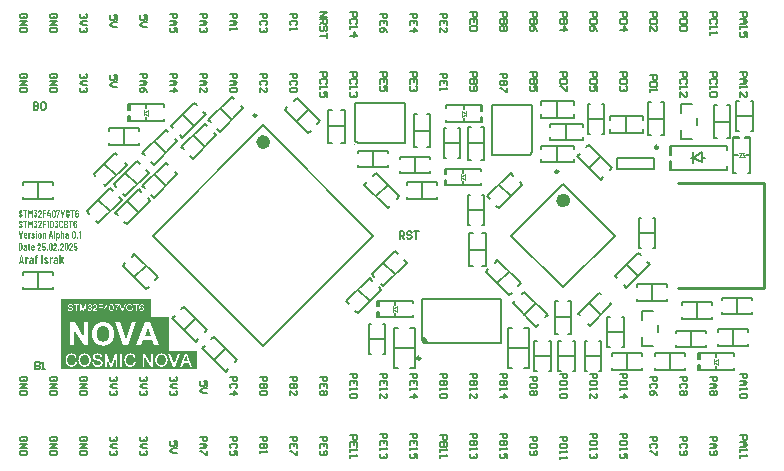
<source format=gbr>
%TF.GenerationSoftware,Altium Limited,Altium Designer,19.0.15 (446)*%
G04 Layer_Color=65535*
%FSLAX45Y45*%
%MOMM*%
%TF.FileFunction,Legend,Top*%
%TF.Part,Single*%
G01*
G75*
%TA.AperFunction,NonConductor*%
%ADD50C,0.25000*%
%ADD51C,0.60000*%
%ADD52C,0.10000*%
%ADD53C,0.20000*%
%ADD54C,0.15000*%
%ADD55C,0.25400*%
%ADD56C,0.13000*%
G36*
X9730900Y6223100D02*
X9723400Y6253100D01*
X9738400D01*
X9768400Y6223100D01*
Y6203100D01*
X9730900Y6223100D01*
D02*
G37*
G36*
X7581900Y6134100D02*
X6667500D01*
Y6426200D01*
X7581900D01*
Y6134100D01*
D02*
G37*
G36*
X7429500Y6426200D02*
X6667500D01*
Y6578600D01*
X7429500D01*
Y6426200D01*
D02*
G37*
G36*
X7823200Y5981700D02*
X6667500D01*
Y6134100D01*
X7823200D01*
Y5981700D01*
D02*
G37*
G36*
X6430453Y7326384D02*
X6430703Y7326218D01*
X6430786Y7326134D01*
X6430870Y7326051D01*
X6430953Y7325801D01*
X6431036Y7325551D01*
Y7265400D01*
Y7265316D01*
Y7265150D01*
X6430870Y7264900D01*
X6430703Y7264650D01*
X6430620D01*
X6430536Y7264567D01*
X6430286Y7264483D01*
X6429953Y7264400D01*
X6421539D01*
X6421289Y7264483D01*
X6421039Y7264650D01*
X6420955Y7264733D01*
X6420872Y7264900D01*
X6420789Y7265150D01*
X6420705Y7265400D01*
Y7307389D01*
Y7307472D01*
Y7307556D01*
X6420622Y7307639D01*
X6420539Y7307722D01*
X6420456D01*
X6420372Y7307639D01*
X6420206Y7307472D01*
X6412458Y7293393D01*
X6412374Y7293309D01*
X6412208Y7293059D01*
X6411958Y7292809D01*
X6411708Y7292726D01*
X6411624D01*
X6411458Y7292809D01*
X6411208Y7292976D01*
X6410875Y7293393D01*
X6403127Y7307472D01*
Y7307556D01*
X6403043Y7307639D01*
X6402960Y7307722D01*
X6402710D01*
X6402627Y7307556D01*
Y7307389D01*
Y7265400D01*
Y7265316D01*
Y7265150D01*
X6402460Y7264900D01*
X6402294Y7264650D01*
X6402210D01*
X6402044Y7264567D01*
X6401877Y7264483D01*
X6401544Y7264400D01*
X6393129D01*
X6392796Y7264483D01*
X6392546Y7264650D01*
Y7264733D01*
X6392463Y7264900D01*
X6392379Y7265150D01*
X6392296Y7265400D01*
Y7325551D01*
Y7325634D01*
Y7325801D01*
X6392379Y7326051D01*
X6392546Y7326218D01*
X6392629Y7326301D01*
X6392796Y7326384D01*
X6393046Y7326467D01*
X6393379Y7326551D01*
X6401710D01*
X6402044Y7326467D01*
X6402460Y7326301D01*
X6402877Y7325884D01*
X6411458Y7310638D01*
X6411541Y7310555D01*
X6411624D01*
X6411874Y7310472D01*
X6412041Y7310638D01*
X6420456Y7325884D01*
X6420539Y7325968D01*
X6420789Y7326218D01*
X6421205Y7326467D01*
X6421789Y7326551D01*
X6430203D01*
X6430453Y7326384D01*
D02*
G37*
G36*
X6807440Y7327217D02*
X6808023Y7327134D01*
X6808689Y7327051D01*
X6810272Y7326801D01*
X6812022Y7326301D01*
X6813855Y7325551D01*
X6814771Y7325051D01*
X6815688Y7324468D01*
X6816521Y7323801D01*
X6817354Y7323052D01*
X6817437Y7322968D01*
X6817521Y7322885D01*
X6817770Y7322635D01*
X6818020Y7322302D01*
X6818354Y7321885D01*
X6818687Y7321302D01*
X6819103Y7320719D01*
X6819520Y7320052D01*
X6819937Y7319219D01*
X6820353Y7318386D01*
X6821020Y7316470D01*
X6821520Y7314221D01*
X6821603Y7312971D01*
X6821686Y7311638D01*
Y7309388D01*
Y7309305D01*
Y7309139D01*
X6821520Y7308889D01*
X6821353Y7308639D01*
X6821270D01*
X6821103Y7308555D01*
X6820936Y7308472D01*
X6820603Y7308389D01*
X6812189D01*
X6811855Y7308472D01*
X6811605Y7308639D01*
Y7308722D01*
X6811522Y7308889D01*
X6811439Y7309139D01*
X6811355Y7309388D01*
Y7311138D01*
Y7311305D01*
Y7311638D01*
X6811272Y7312221D01*
X6811189Y7312888D01*
X6811022Y7313721D01*
X6810689Y7314554D01*
X6810356Y7315387D01*
X6809856Y7316137D01*
X6809773Y7316220D01*
X6809606Y7316470D01*
X6809273Y7316803D01*
X6808856Y7317136D01*
X6808356Y7317470D01*
X6807773Y7317803D01*
X6807107Y7318053D01*
X6806357Y7318136D01*
X6805940D01*
X6805524Y7318053D01*
X6804940Y7317886D01*
X6804274Y7317636D01*
X6803607Y7317303D01*
X6802941Y7316803D01*
X6802274Y7316137D01*
X6802191Y7316053D01*
X6802024Y7315804D01*
X6801775Y7315387D01*
X6801525Y7314804D01*
X6801275Y7314054D01*
X6801025Y7313221D01*
X6800858Y7312221D01*
X6800775Y7311138D01*
Y7301974D01*
Y7301807D01*
X6800941Y7301640D01*
X6801191D01*
X6801275Y7301724D01*
X6801358Y7301807D01*
X6801775Y7302057D01*
X6802274Y7302474D01*
X6803024Y7302890D01*
X6803941Y7303307D01*
X6805107Y7303723D01*
X6806357Y7303973D01*
X6807690Y7304057D01*
X6808273D01*
X6808689Y7303973D01*
X6809273D01*
X6809856Y7303890D01*
X6811272Y7303557D01*
X6812855Y7303140D01*
X6814521Y7302390D01*
X6816188Y7301474D01*
X6816937Y7300807D01*
X6817687Y7300141D01*
X6817770Y7300058D01*
X6817854Y7299974D01*
X6818020Y7299724D01*
X6818270Y7299474D01*
X6818937Y7298558D01*
X6819687Y7297392D01*
X6820436Y7295975D01*
X6821186Y7294142D01*
X6821769Y7292143D01*
X6822103Y7289810D01*
Y7289644D01*
X6822186Y7289310D01*
X6822269Y7288727D01*
X6822353Y7287894D01*
Y7286978D01*
X6822436Y7285894D01*
X6822519Y7284728D01*
Y7283562D01*
Y7283478D01*
Y7283145D01*
Y7282729D01*
Y7282062D01*
Y7281229D01*
X6822436Y7280229D01*
Y7279146D01*
X6822353Y7277813D01*
Y7277730D01*
Y7277480D01*
X6822269Y7277147D01*
X6822186Y7276730D01*
X6822103Y7276147D01*
X6822019Y7275480D01*
X6821603Y7273981D01*
X6821020Y7272315D01*
X6820187Y7270565D01*
X6819103Y7268899D01*
X6818437Y7268149D01*
X6817687Y7267399D01*
X6817604D01*
X6817521Y7267233D01*
X6817271Y7267066D01*
X6816937Y7266816D01*
X6816521Y7266566D01*
X6816021Y7266233D01*
X6815438Y7265900D01*
X6814771Y7265566D01*
X6813105Y7264900D01*
X6811189Y7264317D01*
X6809023Y7263900D01*
X6807773Y7263817D01*
X6806523Y7263734D01*
X6805857D01*
X6805440Y7263817D01*
X6804857D01*
X6804191Y7263900D01*
X6802691Y7264150D01*
X6801025Y7264567D01*
X6799275Y7265150D01*
X6797526Y7265983D01*
X6795859Y7267066D01*
X6795776Y7267149D01*
X6795693Y7267233D01*
X6795193Y7267732D01*
X6794526Y7268482D01*
X6793693Y7269649D01*
X6792860Y7271065D01*
X6792110Y7272731D01*
X6791444Y7274814D01*
X6791027Y7277147D01*
Y7277230D01*
X6790944Y7277563D01*
X6790861Y7278063D01*
X6790777Y7278730D01*
X6790611Y7279563D01*
X6790527Y7280563D01*
X6790444Y7281562D01*
Y7282729D01*
X6790361Y7311638D01*
Y7311721D01*
Y7311971D01*
Y7312304D01*
X6790444Y7312804D01*
X6790527Y7313471D01*
X6790611Y7314137D01*
X6790944Y7315804D01*
X6791444Y7317636D01*
X6792194Y7319553D01*
X6792694Y7320469D01*
X6793360Y7321385D01*
X6794027Y7322219D01*
X6794776Y7323052D01*
X6794860Y7323135D01*
X6794943Y7323218D01*
X6795193Y7323468D01*
X6795609Y7323718D01*
X6796026Y7324051D01*
X6796526Y7324385D01*
X6797192Y7324801D01*
X6797859Y7325218D01*
X6798692Y7325551D01*
X6799525Y7325968D01*
X6801525Y7326634D01*
X6803774Y7327134D01*
X6805024Y7327217D01*
X6806357Y7327301D01*
X6807023D01*
X6807440Y7327217D01*
D02*
G37*
G36*
X6329312D02*
X6329895Y7327134D01*
X6330645Y7327051D01*
X6332311Y7326717D01*
X6334144Y7326218D01*
X6336144Y7325384D01*
X6337144Y7324885D01*
X6338060Y7324218D01*
X6339060Y7323552D01*
X6339893Y7322718D01*
X6339976Y7322635D01*
X6340059Y7322468D01*
X6340309Y7322219D01*
X6340643Y7321885D01*
X6340976Y7321385D01*
X6341309Y7320886D01*
X6341726Y7320219D01*
X6342226Y7319469D01*
X6342642Y7318636D01*
X6343059Y7317720D01*
X6343392Y7316720D01*
X6343725Y7315637D01*
X6344308Y7313221D01*
X6344392Y7311971D01*
X6344475Y7310555D01*
Y7308472D01*
Y7308389D01*
Y7308222D01*
X6344308Y7307889D01*
X6344142Y7307639D01*
X6344058D01*
X6343975Y7307556D01*
X6343725Y7307472D01*
X6343392Y7307389D01*
X6335144D01*
X6334894Y7307472D01*
X6334644Y7307639D01*
Y7307722D01*
X6334561Y7307889D01*
X6334478Y7308139D01*
X6334394Y7308472D01*
Y7310721D01*
Y7310888D01*
Y7311305D01*
X6334311Y7311971D01*
X6334144Y7312721D01*
X6333978Y7313637D01*
X6333644Y7314554D01*
X6333228Y7315470D01*
X6332645Y7316303D01*
X6332561Y7316387D01*
X6332311Y7316637D01*
X6331978Y7316970D01*
X6331395Y7317386D01*
X6330729Y7317720D01*
X6329979Y7318053D01*
X6329062Y7318303D01*
X6328063Y7318386D01*
X6327646D01*
X6327146Y7318303D01*
X6326480Y7318136D01*
X6325813Y7317886D01*
X6325063Y7317553D01*
X6324313Y7317136D01*
X6323647Y7316470D01*
X6323564Y7316387D01*
X6323397Y7316137D01*
X6323147Y7315720D01*
X6322814Y7315137D01*
X6322481Y7314387D01*
X6322231Y7313471D01*
X6322064Y7312388D01*
X6321981Y7311221D01*
Y7311055D01*
Y7310721D01*
X6322064Y7310055D01*
X6322231Y7309305D01*
X6322397Y7308472D01*
X6322731Y7307556D01*
X6323230Y7306639D01*
X6323814Y7305723D01*
X6323897Y7305639D01*
X6324147Y7305306D01*
X6324647Y7304806D01*
X6325397Y7304140D01*
X6326396Y7303307D01*
X6327646Y7302224D01*
X6329146Y7301057D01*
X6330978Y7299641D01*
X6331062Y7299558D01*
X6331228Y7299474D01*
X6331478Y7299224D01*
X6331895Y7298974D01*
X6332811Y7298225D01*
X6334061Y7297308D01*
X6335394Y7296308D01*
X6336727Y7295142D01*
X6337977Y7294059D01*
X6339143Y7293059D01*
X6339226Y7292976D01*
X6339560Y7292643D01*
X6340059Y7292143D01*
X6340726Y7291476D01*
X6341392Y7290643D01*
X6342059Y7289727D01*
X6342809Y7288644D01*
X6343392Y7287561D01*
X6343475Y7287394D01*
X6343642Y7287061D01*
X6343892Y7286394D01*
X6344225Y7285561D01*
X6344475Y7284478D01*
X6344725Y7283312D01*
X6344892Y7281896D01*
X6344975Y7280396D01*
Y7280313D01*
Y7280063D01*
Y7279646D01*
X6344892Y7279146D01*
X6344808Y7278480D01*
X6344725Y7277730D01*
X6344558Y7276897D01*
X6344392Y7276064D01*
X6343892Y7274064D01*
X6343059Y7272065D01*
X6342559Y7271065D01*
X6341892Y7270065D01*
X6341226Y7269149D01*
X6340393Y7268232D01*
X6340309Y7268149D01*
X6340226Y7268066D01*
X6339893Y7267816D01*
X6339560Y7267566D01*
X6339143Y7267233D01*
X6338560Y7266816D01*
X6337977Y7266399D01*
X6337227Y7265983D01*
X6336394Y7265566D01*
X6335477Y7265150D01*
X6333478Y7264400D01*
X6331145Y7263900D01*
X6329812Y7263817D01*
X6328479Y7263734D01*
X6327813D01*
X6327229Y7263817D01*
X6326646Y7263900D01*
X6325896Y7263983D01*
X6324230Y7264317D01*
X6322314Y7264817D01*
X6320398Y7265566D01*
X6319398Y7266066D01*
X6318398Y7266733D01*
X6317482Y7267399D01*
X6316565Y7268149D01*
X6316482Y7268232D01*
X6316399Y7268316D01*
X6316149Y7268566D01*
X6315899Y7268982D01*
X6315566Y7269399D01*
X6315149Y7269899D01*
X6314733Y7270565D01*
X6314316Y7271232D01*
X6313899Y7272065D01*
X6313483Y7272898D01*
X6312733Y7274897D01*
X6312233Y7277147D01*
X6312150Y7278396D01*
X6312067Y7279729D01*
Y7282062D01*
Y7282145D01*
Y7282312D01*
X6312150Y7282562D01*
X6312317Y7282812D01*
X6312400Y7282895D01*
X6312566Y7282979D01*
X6312816Y7283062D01*
X6313150Y7283145D01*
X6321481D01*
X6321731Y7282979D01*
X6321897Y7282812D01*
X6321981Y7282729D01*
X6322064Y7282562D01*
X6322147Y7282395D01*
X6322231Y7282062D01*
Y7280313D01*
Y7280146D01*
Y7279729D01*
X6322314Y7279063D01*
X6322481Y7278313D01*
X6322647Y7277397D01*
X6322980Y7276480D01*
X6323397Y7275480D01*
X6323980Y7274647D01*
X6324064Y7274564D01*
X6324313Y7274314D01*
X6324647Y7273981D01*
X6325230Y7273648D01*
X6325813Y7273231D01*
X6326646Y7272898D01*
X6327479Y7272648D01*
X6328479Y7272565D01*
X6328979D01*
X6329479Y7272648D01*
X6330062Y7272815D01*
X6330812Y7273064D01*
X6331562Y7273398D01*
X6332311Y7273898D01*
X6332978Y7274564D01*
X6333061Y7274647D01*
X6333228Y7274897D01*
X6333561Y7275397D01*
X6333894Y7275980D01*
X6334228Y7276730D01*
X6334561Y7277647D01*
X6334727Y7278646D01*
X6334811Y7279813D01*
Y7279896D01*
Y7280229D01*
X6334727Y7280646D01*
Y7281229D01*
X6334394Y7282479D01*
X6334144Y7283145D01*
X6333811Y7283812D01*
X6333728Y7283895D01*
X6333644Y7284062D01*
X6333394Y7284395D01*
X6333061Y7284811D01*
X6332228Y7285894D01*
X6331062Y7286978D01*
X6330978Y7287061D01*
X6330729Y7287311D01*
X6330312Y7287644D01*
X6329729Y7288144D01*
X6328896Y7288727D01*
X6327896Y7289477D01*
X6326730Y7290393D01*
X6325397Y7291393D01*
X6325313D01*
X6325230Y7291560D01*
X6324980Y7291726D01*
X6324647Y7291893D01*
X6323814Y7292559D01*
X6322814Y7293309D01*
X6321648Y7294142D01*
X6320481Y7295142D01*
X6319231Y7296059D01*
X6318148Y7297058D01*
X6318065Y7297142D01*
X6317732Y7297475D01*
X6317232Y7298058D01*
X6316565Y7298725D01*
X6315899Y7299641D01*
X6315149Y7300641D01*
X6314399Y7301807D01*
X6313650Y7303057D01*
X6313566Y7303223D01*
X6313400Y7303640D01*
X6313066Y7304390D01*
X6312816Y7305390D01*
X6312483Y7306556D01*
X6312150Y7307972D01*
X6311983Y7309555D01*
X6311900Y7311221D01*
Y7311305D01*
Y7311555D01*
Y7311888D01*
X6311983Y7312471D01*
X6312067Y7313054D01*
X6312150Y7313804D01*
X6312483Y7315470D01*
X6312983Y7317303D01*
X6313733Y7319219D01*
X6314233Y7320219D01*
X6314899Y7321135D01*
X6315566Y7322052D01*
X6316316Y7322885D01*
X6316399Y7322968D01*
X6316482Y7323052D01*
X6316815Y7323302D01*
X6317149Y7323552D01*
X6317565Y7323885D01*
X6318065Y7324301D01*
X6318732Y7324718D01*
X6319481Y7325134D01*
X6320231Y7325468D01*
X6321148Y7325884D01*
X6323147Y7326634D01*
X6325480Y7327134D01*
X6326730Y7327217D01*
X6328063Y7327301D01*
X6328812D01*
X6329312Y7327217D01*
D02*
G37*
G36*
X6727377D02*
X6728043Y7327134D01*
X6728793Y7327051D01*
X6729626Y7326967D01*
X6730543Y7326717D01*
X6732459Y7326218D01*
X6734458Y7325468D01*
X6735542Y7324968D01*
X6736541Y7324385D01*
X6737458Y7323635D01*
X6738374Y7322885D01*
X6738457Y7322802D01*
X6738541Y7322718D01*
X6738791Y7322468D01*
X6739124Y7322052D01*
X6739457Y7321635D01*
X6739874Y7321135D01*
X6740290Y7320469D01*
X6740707Y7319802D01*
X6741123Y7318969D01*
X6741540Y7318053D01*
X6742290Y7316053D01*
X6742873Y7313721D01*
X6742956Y7312471D01*
X6743040Y7311138D01*
Y7307639D01*
Y7307556D01*
Y7307389D01*
X6742873Y7307139D01*
X6742706Y7306889D01*
X6742623Y7306806D01*
X6742456Y7306722D01*
X6742290Y7306639D01*
X6741957Y7306556D01*
X6733709D01*
X6733542Y7306639D01*
X6733209Y7306722D01*
X6732959Y7306889D01*
Y7306972D01*
X6732876Y7307139D01*
X6732792Y7307389D01*
X6732709Y7307639D01*
Y7311305D01*
Y7311471D01*
Y7311805D01*
X6732626Y7312388D01*
X6732459Y7313138D01*
X6732292Y7313971D01*
X6731959Y7314804D01*
X6731459Y7315637D01*
X6730876Y7316387D01*
X6730793Y7316470D01*
X6730543Y7316720D01*
X6730126Y7317053D01*
X6729626Y7317386D01*
X6728877Y7317720D01*
X6728127Y7318053D01*
X6727210Y7318303D01*
X6726127Y7318386D01*
X6725627D01*
X6725128Y7318303D01*
X6724461Y7318136D01*
X6723711Y7317886D01*
X6722878Y7317553D01*
X6722128Y7317053D01*
X6721378Y7316387D01*
X6721295Y7316303D01*
X6721129Y7316053D01*
X6720795Y7315637D01*
X6720545Y7315054D01*
X6720212Y7314304D01*
X6719879Y7313471D01*
X6719712Y7312471D01*
X6719629Y7311305D01*
Y7279646D01*
Y7279479D01*
Y7279146D01*
X6719712Y7278563D01*
X6719879Y7277813D01*
X6720045Y7276980D01*
X6720379Y7276147D01*
X6720795Y7275314D01*
X6721378Y7274481D01*
X6721462Y7274397D01*
X6721712Y7274148D01*
X6722128Y7273898D01*
X6722628Y7273564D01*
X6723378Y7273148D01*
X6724128Y7272898D01*
X6725128Y7272648D01*
X6726127Y7272565D01*
X6726627D01*
X6727127Y7272648D01*
X6727794Y7272815D01*
X6728543Y7273064D01*
X6729376Y7273398D01*
X6730126Y7273814D01*
X6730876Y7274481D01*
X6730959Y7274564D01*
X6731126Y7274814D01*
X6731459Y7275314D01*
X6731792Y7275897D01*
X6732126Y7276647D01*
X6732459Y7277480D01*
X6732626Y7278480D01*
X6732709Y7279646D01*
Y7288144D01*
Y7288227D01*
X6732626Y7288394D01*
X6732542Y7288560D01*
X6732292Y7288644D01*
X6726544D01*
X6726294Y7288727D01*
X6726044Y7288894D01*
Y7288977D01*
X6725961Y7289144D01*
X6725877Y7289394D01*
X6725794Y7289727D01*
Y7296142D01*
Y7296225D01*
Y7296392D01*
X6725877Y7296642D01*
X6726044Y7296892D01*
X6726127Y7296975D01*
X6726294Y7297058D01*
X6726544Y7297142D01*
X6726794Y7297225D01*
X6742206D01*
X6742456Y7297058D01*
X6742706Y7296892D01*
X6742790Y7296808D01*
X6742873Y7296725D01*
X6742956Y7296475D01*
X6743040Y7296142D01*
Y7279729D01*
Y7279646D01*
Y7279396D01*
Y7279063D01*
X6742956Y7278563D01*
X6742873Y7277897D01*
X6742790Y7277230D01*
X6742456Y7275564D01*
X6741873Y7273731D01*
X6741040Y7271731D01*
X6740540Y7270815D01*
X6739957Y7269815D01*
X6739207Y7268899D01*
X6738374Y7268066D01*
X6738291Y7267982D01*
X6738124Y7267899D01*
X6737874Y7267649D01*
X6737541Y7267399D01*
X6737041Y7267066D01*
X6736541Y7266733D01*
X6735875Y7266316D01*
X6735125Y7265900D01*
X6734292Y7265483D01*
X6733375Y7265066D01*
X6732292Y7264733D01*
X6731209Y7264400D01*
X6728793Y7263900D01*
X6727544Y7263817D01*
X6726127Y7263734D01*
X6725377D01*
X6724878Y7263817D01*
X6724211Y7263900D01*
X6723461Y7263983D01*
X6722628Y7264067D01*
X6721795Y7264317D01*
X6719796Y7264817D01*
X6717796Y7265566D01*
X6716796Y7266066D01*
X6715797Y7266649D01*
X6714880Y7267316D01*
X6713964Y7268066D01*
X6713880Y7268149D01*
X6713797Y7268232D01*
X6713547Y7268482D01*
X6713214Y7268899D01*
X6712881Y7269315D01*
X6712547Y7269815D01*
X6712131Y7270482D01*
X6711714Y7271148D01*
X6711214Y7271981D01*
X6710798Y7272898D01*
X6710131Y7274814D01*
X6709548Y7277147D01*
X6709465Y7278396D01*
X6709382Y7279729D01*
Y7311221D01*
Y7311305D01*
Y7311555D01*
Y7311888D01*
X6709465Y7312388D01*
X6709548Y7313054D01*
X6709631Y7313721D01*
X6709965Y7315387D01*
X6710465Y7317220D01*
X6711298Y7319219D01*
X6711881Y7320136D01*
X6712464Y7321135D01*
X6713131Y7322052D01*
X6713964Y7322885D01*
X6714047Y7322968D01*
X6714214Y7323052D01*
X6714464Y7323302D01*
X6714797Y7323552D01*
X6715297Y7323885D01*
X6715797Y7324301D01*
X6716463Y7324718D01*
X6717213Y7325134D01*
X6718046Y7325468D01*
X6718962Y7325884D01*
X6719962Y7326301D01*
X6721045Y7326634D01*
X6723461Y7327134D01*
X6724711Y7327217D01*
X6726127Y7327301D01*
X6726877D01*
X6727377Y7327217D01*
D02*
G37*
G36*
X6702800Y7326384D02*
X6703133Y7326134D01*
Y7325801D01*
Y7325468D01*
X6690386Y7265316D01*
X6690303Y7265150D01*
X6690136Y7264900D01*
X6689803Y7264567D01*
X6689553Y7264483D01*
X6689220Y7264400D01*
X6679972D01*
X6679639Y7264483D01*
X6679223Y7264817D01*
X6679056Y7264983D01*
X6678973Y7265316D01*
X6666226Y7325468D01*
X6666143Y7325801D01*
Y7325884D01*
X6666309Y7326218D01*
X6666559Y7326467D01*
X6666809Y7326551D01*
X6676307D01*
X6676723Y7326467D01*
X6677056Y7326134D01*
X6677223Y7325968D01*
X6677306Y7325634D01*
X6684638Y7282812D01*
X6684721Y7282729D01*
X6684805Y7282645D01*
X6684888Y7282562D01*
X6685054D01*
X6685138Y7282645D01*
X6685221Y7282812D01*
X6692386Y7325634D01*
Y7325718D01*
Y7325801D01*
X6692553Y7326134D01*
X6692886Y7326384D01*
X6693219Y7326551D01*
X6702467D01*
X6702800Y7326384D01*
D02*
G37*
G36*
X6469193D02*
X6469443Y7326218D01*
X6469526Y7326134D01*
X6469610Y7326051D01*
X6469693Y7325801D01*
X6469776Y7325551D01*
Y7318469D01*
Y7318386D01*
X6469693Y7318053D01*
X6469610Y7317636D01*
X6469360Y7317136D01*
X6459196Y7303307D01*
Y7303223D01*
X6459112Y7302973D01*
Y7302807D01*
X6459362Y7302640D01*
X6459529D01*
X6459945Y7302557D01*
X6460695Y7302307D01*
X6461528Y7302057D01*
X6462528Y7301640D01*
X6463528Y7300974D01*
X6464611Y7300141D01*
X6465611Y7299141D01*
X6465694Y7298974D01*
X6466027Y7298641D01*
X6466527Y7297975D01*
X6467027Y7297058D01*
X6467693Y7295975D01*
X6468277Y7294726D01*
X6468776Y7293226D01*
X6469193Y7291643D01*
Y7291476D01*
X6469276Y7291060D01*
X6469443Y7290310D01*
X6469610Y7289310D01*
X6469693Y7288144D01*
X6469860Y7286811D01*
X6469943Y7285311D01*
Y7283728D01*
Y7283645D01*
Y7283562D01*
Y7283312D01*
Y7282979D01*
Y7282229D01*
X6469860Y7281146D01*
X6469776Y7279979D01*
X6469693Y7278730D01*
X6469526Y7277480D01*
X6469360Y7276230D01*
Y7276147D01*
X6469276Y7275980D01*
Y7275647D01*
X6469110Y7275231D01*
X6469026Y7274731D01*
X6468776Y7274148D01*
X6468360Y7272815D01*
X6467693Y7271315D01*
X6466860Y7269815D01*
X6465777Y7268316D01*
X6464444Y7266983D01*
X6464278Y7266816D01*
X6464028Y7266649D01*
X6463778Y7266483D01*
X6462945Y7265983D01*
X6461778Y7265400D01*
X6460279Y7264733D01*
X6458612Y7264233D01*
X6456530Y7263900D01*
X6454280Y7263734D01*
X6453614D01*
X6453114Y7263817D01*
X6452531D01*
X6451864Y7263900D01*
X6450365Y7264150D01*
X6448615Y7264567D01*
X6446699Y7265233D01*
X6444866Y7266066D01*
X6443200Y7267233D01*
X6443116Y7267316D01*
X6443033Y7267399D01*
X6442533Y7267899D01*
X6441867Y7268732D01*
X6441034Y7269815D01*
X6440200Y7271232D01*
X6439367Y7272898D01*
X6438784Y7274814D01*
X6438618Y7275897D01*
X6438451Y7277063D01*
Y7277147D01*
Y7277397D01*
X6438368Y7277897D01*
Y7278563D01*
X6438284Y7279313D01*
X6438201Y7280313D01*
X6438118Y7281396D01*
X6438034Y7282729D01*
Y7282812D01*
Y7282895D01*
X6438201Y7283312D01*
X6438534Y7283645D01*
X6438784Y7283728D01*
X6439117Y7283812D01*
X6447449D01*
X6447865Y7283645D01*
X6448198Y7283395D01*
X6448282Y7283062D01*
X6448365Y7282729D01*
Y7282562D01*
Y7282229D01*
X6448448Y7281729D01*
Y7281062D01*
X6448615Y7279563D01*
Y7278896D01*
X6448698Y7278230D01*
Y7278146D01*
X6448782Y7277813D01*
X6448948Y7277313D01*
X6449115Y7276647D01*
X6449698Y7275314D01*
X6450115Y7274564D01*
X6450614Y7273981D01*
X6450698Y7273898D01*
X6450864Y7273731D01*
X6451198Y7273564D01*
X6451614Y7273314D01*
X6452114Y7272981D01*
X6452781Y7272815D01*
X6453447Y7272648D01*
X6454280Y7272565D01*
X6454613D01*
X6455030Y7272648D01*
X6455530Y7272731D01*
X6456030Y7272898D01*
X6456613Y7273148D01*
X6457196Y7273481D01*
X6457779Y7273898D01*
X6457863Y7273981D01*
X6458029Y7274148D01*
X6458279Y7274481D01*
X6458529Y7274897D01*
X6458862Y7275480D01*
X6459196Y7276147D01*
X6459446Y7276980D01*
X6459695Y7277897D01*
Y7278063D01*
X6459779Y7278396D01*
X6459862Y7278980D01*
X6459945Y7279729D01*
Y7280729D01*
X6460029Y7281979D01*
X6460112Y7283312D01*
Y7284811D01*
Y7284895D01*
Y7284978D01*
Y7285228D01*
Y7285561D01*
Y7286394D01*
X6460029Y7287477D01*
X6459945Y7288644D01*
X6459862Y7289893D01*
X6459695Y7291143D01*
X6459529Y7292393D01*
Y7292476D01*
X6459446Y7292726D01*
X6459279Y7293143D01*
X6459112Y7293643D01*
X6458446Y7294809D01*
X6458113Y7295392D01*
X6457613Y7295892D01*
X6457529Y7295975D01*
X6457363Y7296059D01*
X6457113Y7296308D01*
X6456696Y7296558D01*
X6456196Y7296725D01*
X6455613Y7296975D01*
X6455030Y7297058D01*
X6454280Y7297142D01*
X6453780D01*
X6453447Y7297058D01*
X6452697Y7296808D01*
X6451864Y7296392D01*
X6451781Y7296308D01*
X6451531Y7296225D01*
X6451281Y7296059D01*
X6451031Y7295975D01*
X6450864Y7296059D01*
X6450698Y7296142D01*
X6450365Y7296392D01*
X6446116Y7300641D01*
X6446032Y7300724D01*
X6445949Y7300891D01*
X6445866Y7301141D01*
X6445782Y7301391D01*
Y7301474D01*
Y7301640D01*
X6445866Y7301890D01*
X6446032Y7302140D01*
X6457196Y7317220D01*
Y7317303D01*
X6457279Y7317386D01*
Y7317470D01*
X6457196Y7317636D01*
X6457113Y7317720D01*
X6456863Y7317803D01*
X6439701D01*
X6439367Y7317886D01*
X6439117Y7318053D01*
Y7318136D01*
X6439034Y7318303D01*
X6438951Y7318553D01*
X6438867Y7318886D01*
Y7325551D01*
Y7325634D01*
Y7325801D01*
X6438951Y7326051D01*
X6439117Y7326218D01*
X6439201Y7326301D01*
X6439367Y7326384D01*
X6439617Y7326467D01*
X6439951Y7326551D01*
X6468943D01*
X6469193Y7326384D01*
D02*
G37*
G36*
X6783946D02*
X6784196Y7326218D01*
X6784279Y7326134D01*
X6784362Y7326051D01*
X6784446Y7325801D01*
X6784529Y7325551D01*
Y7318803D01*
Y7318719D01*
Y7318553D01*
X6784362Y7318220D01*
X6784196Y7317970D01*
X6784112D01*
X6784029Y7317886D01*
X6783779Y7317803D01*
X6783446Y7317720D01*
X6772115D01*
X6771949Y7317636D01*
X6771782Y7317553D01*
X6771699Y7317220D01*
Y7265400D01*
Y7265316D01*
Y7265150D01*
X6771532Y7264900D01*
X6771366Y7264650D01*
X6771282D01*
X6771199Y7264567D01*
X6770949Y7264483D01*
X6770699Y7264400D01*
X6762201D01*
X6761951Y7264483D01*
X6761701Y7264650D01*
Y7264733D01*
X6761618Y7264900D01*
X6761535Y7265150D01*
X6761452Y7265400D01*
Y7317220D01*
Y7317303D01*
X6761368Y7317470D01*
X6761285Y7317636D01*
X6760952Y7317720D01*
X6750038D01*
X6749788Y7317803D01*
X6749538Y7317970D01*
X6749455Y7318053D01*
X6749371Y7318220D01*
X6749288Y7318469D01*
X6749205Y7318803D01*
Y7325551D01*
Y7325634D01*
X6749288Y7325801D01*
X6749371Y7326051D01*
X6749538Y7326218D01*
X6749621Y7326301D01*
X6749788Y7326384D01*
X6750038Y7326467D01*
X6750288Y7326551D01*
X6783696D01*
X6783946Y7326384D01*
D02*
G37*
G36*
X6662144D02*
X6662394Y7326218D01*
X6662477Y7326134D01*
X6662560Y7326051D01*
X6662644Y7325801D01*
X6662727Y7325551D01*
Y7318303D01*
Y7318220D01*
Y7318053D01*
X6662644Y7317636D01*
X6662560Y7317053D01*
X6647731Y7265233D01*
X6647647Y7265066D01*
X6647481Y7264817D01*
X6647064Y7264567D01*
X6646481Y7264400D01*
X6637650D01*
X6637317Y7264567D01*
X6636983Y7264900D01*
X6636900Y7265150D01*
X6636983Y7265483D01*
X6651646Y7317136D01*
Y7317220D01*
Y7317470D01*
X6651563Y7317636D01*
X6651230Y7317720D01*
X6639150D01*
X6639066Y7317636D01*
X6638900Y7317553D01*
X6638816Y7317220D01*
Y7314054D01*
Y7313971D01*
Y7313804D01*
X6638650Y7313554D01*
X6638483Y7313304D01*
X6638400Y7313221D01*
X6638233Y7313138D01*
X6638066Y7313054D01*
X6637733Y7312971D01*
X6631318D01*
X6631152Y7313054D01*
X6630902Y7313138D01*
X6630652Y7313304D01*
Y7313387D01*
X6630568Y7313554D01*
X6630485Y7313804D01*
X6630402Y7314054D01*
X6630485Y7325551D01*
Y7325634D01*
Y7325801D01*
X6630568Y7326051D01*
X6630735Y7326218D01*
X6630818Y7326301D01*
X6630985Y7326384D01*
X6631235Y7326467D01*
X6631485Y7326551D01*
X6661894D01*
X6662144Y7326384D01*
D02*
G37*
G36*
X6572750D02*
X6573000Y7326218D01*
Y7326134D01*
X6573083Y7326051D01*
X6573166Y7325718D01*
X6573083Y7325301D01*
X6561753Y7290393D01*
Y7290310D01*
Y7290143D01*
X6561836Y7289977D01*
X6562086Y7289893D01*
X6572667D01*
X6572833Y7289977D01*
X6572916Y7290060D01*
X6573000Y7290310D01*
Y7300974D01*
Y7301057D01*
X6573083Y7301224D01*
X6573166Y7301474D01*
X6573333Y7301724D01*
X6573416Y7301807D01*
X6573583Y7301890D01*
X6573833Y7301974D01*
X6574083Y7302057D01*
X6582497D01*
X6582747Y7301890D01*
X6582997Y7301724D01*
X6583081Y7301640D01*
X6583164Y7301474D01*
X6583247Y7301307D01*
X6583330Y7300974D01*
Y7290310D01*
Y7290227D01*
X6583414Y7290143D01*
X6583497Y7289977D01*
X6583747Y7289893D01*
X6586663D01*
X6586913Y7289727D01*
X6587163Y7289560D01*
X6587246Y7289477D01*
X6587329Y7289310D01*
X6587413Y7289144D01*
X6587496Y7288810D01*
Y7281646D01*
Y7281562D01*
Y7281396D01*
X6587329Y7281062D01*
X6587163Y7280812D01*
X6587080D01*
X6586996Y7280729D01*
X6586746Y7280646D01*
X6586413Y7280563D01*
X6583664D01*
X6583580Y7280479D01*
X6583414Y7280396D01*
X6583330Y7280063D01*
Y7265400D01*
Y7265316D01*
Y7265150D01*
X6583164Y7264900D01*
X6582997Y7264650D01*
X6582914D01*
X6582831Y7264567D01*
X6582581Y7264483D01*
X6582247Y7264400D01*
X6573833D01*
X6573583Y7264483D01*
X6573333Y7264650D01*
X6573250Y7264733D01*
X6573166Y7264900D01*
X6573083Y7265150D01*
X6573000Y7265400D01*
Y7280063D01*
Y7280146D01*
X6572916Y7280313D01*
X6572833Y7280479D01*
X6572583Y7280563D01*
X6550422D01*
X6550172Y7280646D01*
X6549922Y7280812D01*
Y7280896D01*
X6549839Y7281062D01*
X6549756Y7281312D01*
X6549672Y7281646D01*
Y7287394D01*
Y7287561D01*
Y7287811D01*
X6549756Y7288311D01*
X6549839Y7288727D01*
X6562169Y7325718D01*
X6562253Y7325884D01*
X6562419Y7326134D01*
X6562752Y7326384D01*
X6563336Y7326551D01*
X6572500D01*
X6572750Y7326384D01*
D02*
G37*
G36*
X6546423D02*
X6546590Y7326218D01*
X6546673Y7326134D01*
X6546757Y7326051D01*
X6546840Y7325801D01*
X6546923Y7325551D01*
Y7318803D01*
Y7318719D01*
Y7318553D01*
X6546757Y7318220D01*
X6546590Y7317970D01*
X6546507D01*
X6546423Y7317886D01*
X6546173Y7317803D01*
X6545923Y7317720D01*
X6526678D01*
X6526595Y7317636D01*
X6526428Y7317553D01*
X6526345Y7317220D01*
Y7300474D01*
Y7300391D01*
X6526428Y7300224D01*
X6526512Y7300058D01*
X6526762Y7299974D01*
X6538342D01*
X6538592Y7299808D01*
X6538842Y7299641D01*
X6538925Y7299558D01*
X6539009Y7299474D01*
X6539092Y7299224D01*
X6539175Y7298974D01*
Y7292060D01*
Y7291976D01*
Y7291810D01*
X6539009Y7291560D01*
X6538842Y7291310D01*
X6538759D01*
X6538592Y7291226D01*
X6538425Y7291143D01*
X6538092Y7291060D01*
X6526678D01*
X6526595Y7290977D01*
X6526428Y7290893D01*
X6526345Y7290560D01*
Y7265400D01*
Y7265316D01*
Y7265150D01*
X6526178Y7264900D01*
X6526012Y7264650D01*
X6525929D01*
X6525762Y7264567D01*
X6525595Y7264483D01*
X6525262Y7264400D01*
X6516848D01*
X6516598Y7264483D01*
X6516348Y7264650D01*
X6516264Y7264733D01*
X6516181Y7264900D01*
X6516098Y7265150D01*
X6516014Y7265400D01*
Y7325551D01*
Y7325634D01*
X6516098Y7325801D01*
X6516181Y7326051D01*
X6516348Y7326218D01*
X6516431Y7326301D01*
X6516598Y7326384D01*
X6516848Y7326467D01*
X6517097Y7326551D01*
X6546173D01*
X6546423Y7326384D01*
D02*
G37*
G36*
X6493687Y7327217D02*
X6494270Y7327134D01*
X6494936Y7327051D01*
X6496603Y7326717D01*
X6498352Y7326218D01*
X6500268Y7325384D01*
X6501185Y7324885D01*
X6502101Y7324218D01*
X6503018Y7323552D01*
X6503851Y7322718D01*
X6503934Y7322635D01*
X6504017Y7322468D01*
X6504267Y7322219D01*
X6504517Y7321885D01*
X6504851Y7321469D01*
X6505184Y7320886D01*
X6505600Y7320219D01*
X6506017Y7319469D01*
X6506434Y7318636D01*
X6506850Y7317720D01*
X6507517Y7315720D01*
X6508016Y7313304D01*
X6508100Y7311971D01*
X6508183Y7310638D01*
Y7310555D01*
Y7310472D01*
Y7310222D01*
Y7309888D01*
X6508100Y7308972D01*
X6508016Y7307889D01*
X6507767Y7306556D01*
X6507517Y7305056D01*
X6507100Y7303473D01*
X6506600Y7301807D01*
Y7301724D01*
X6506517Y7301640D01*
X6506434Y7301391D01*
X6506350Y7301057D01*
X6505934Y7300141D01*
X6505434Y7299058D01*
X6504767Y7297641D01*
X6503934Y7296059D01*
X6503018Y7294392D01*
X6501851Y7292559D01*
X6501768Y7292393D01*
X6501435Y7291976D01*
X6501018Y7291226D01*
X6500352Y7290227D01*
X6499602Y7289060D01*
X6498686Y7287727D01*
X6497602Y7286311D01*
X6496519Y7284728D01*
Y7284645D01*
X6496353Y7284562D01*
X6496020Y7284062D01*
X6495520Y7283312D01*
X6494936Y7282479D01*
X6494187Y7281479D01*
X6493603Y7280563D01*
X6493020Y7279813D01*
X6492520Y7279146D01*
X6492437Y7278980D01*
X6492104Y7278563D01*
X6491604Y7277897D01*
X6491021Y7277147D01*
X6489771Y7275397D01*
X6489105Y7274564D01*
X6488605Y7273814D01*
X6488521Y7273648D01*
Y7273564D01*
Y7273398D01*
X6488605Y7273314D01*
X6488855Y7273231D01*
X6508600D01*
X6508850Y7273064D01*
X6509100Y7272898D01*
X6509183Y7272815D01*
X6509266Y7272731D01*
X6509349Y7272481D01*
X6509433Y7272148D01*
Y7265400D01*
Y7265316D01*
Y7265150D01*
X6509266Y7264900D01*
X6509100Y7264650D01*
X6509016D01*
X6508850Y7264567D01*
X6508683Y7264483D01*
X6508350Y7264400D01*
X6477024D01*
X6476774Y7264483D01*
X6476525Y7264650D01*
Y7264733D01*
X6476441Y7264900D01*
X6476358Y7265150D01*
X6476275Y7265400D01*
Y7272565D01*
Y7272731D01*
X6476358Y7272981D01*
X6476441Y7273481D01*
X6476691Y7273898D01*
X6480190Y7278563D01*
X6480274Y7278646D01*
X6480357Y7278813D01*
X6480523Y7279063D01*
X6480773Y7279396D01*
X6481440Y7280313D01*
X6482356Y7281479D01*
X6483356Y7282895D01*
X6484522Y7284478D01*
X6485689Y7286228D01*
X6486939Y7287977D01*
Y7288061D01*
X6487105Y7288227D01*
X6487272Y7288477D01*
X6487522Y7288810D01*
X6488105Y7289727D01*
X6488938Y7290893D01*
X6489771Y7292226D01*
X6490771Y7293643D01*
X6491687Y7295142D01*
X6492604Y7296642D01*
X6492687Y7296725D01*
X6492854Y7297058D01*
X6493104Y7297475D01*
X6493437Y7298058D01*
X6493770Y7298808D01*
X6494270Y7299641D01*
X6494687Y7300557D01*
X6495186Y7301557D01*
X6496103Y7303807D01*
X6496936Y7306139D01*
X6497269Y7307389D01*
X6497519Y7308555D01*
X6497686Y7309638D01*
X6497769Y7310721D01*
Y7310805D01*
Y7310888D01*
Y7311305D01*
X6497686Y7311971D01*
X6497602Y7312804D01*
X6497353Y7313637D01*
X6497103Y7314554D01*
X6496686Y7315470D01*
X6496186Y7316303D01*
X6496103Y7316387D01*
X6495936Y7316637D01*
X6495520Y7316970D01*
X6495103Y7317386D01*
X6494520Y7317720D01*
X6493770Y7318053D01*
X6493020Y7318303D01*
X6492104Y7318386D01*
X6491687D01*
X6491187Y7318303D01*
X6490604Y7318136D01*
X6489938Y7317886D01*
X6489271Y7317553D01*
X6488605Y7317053D01*
X6487938Y7316387D01*
X6487855Y7316303D01*
X6487688Y7316053D01*
X6487438Y7315554D01*
X6487188Y7314970D01*
X6486939Y7314221D01*
X6486689Y7313304D01*
X6486522Y7312304D01*
Y7311138D01*
Y7307639D01*
Y7307556D01*
Y7307389D01*
X6486355Y7307139D01*
X6486189Y7306889D01*
X6486105Y7306806D01*
X6486022Y7306722D01*
X6485772Y7306639D01*
X6485522Y7306556D01*
X6477024D01*
X6476858Y7306639D01*
X6476608Y7306722D01*
X6476358Y7306889D01*
X6476275Y7306972D01*
X6476191Y7307139D01*
X6476108Y7307389D01*
X6476025Y7307639D01*
Y7311471D01*
Y7311555D01*
Y7311805D01*
X6476108Y7312138D01*
X6476191Y7312638D01*
X6476275Y7313221D01*
X6476358Y7313971D01*
X6476774Y7315554D01*
X6477358Y7317386D01*
X6478274Y7319303D01*
X6479357Y7321135D01*
X6480107Y7322052D01*
X6480857Y7322885D01*
X6480940Y7322968D01*
X6481107Y7323052D01*
X6481357Y7323302D01*
X6481690Y7323552D01*
X6482106Y7323885D01*
X6482690Y7324301D01*
X6483273Y7324718D01*
X6484023Y7325134D01*
X6484772Y7325468D01*
X6485689Y7325884D01*
X6487688Y7326634D01*
X6489938Y7327134D01*
X6491187Y7327217D01*
X6492520Y7327301D01*
X6493187D01*
X6493687Y7327217D01*
D02*
G37*
G36*
X6384798Y7326384D02*
X6385048Y7326218D01*
X6385131Y7326134D01*
X6385215Y7326051D01*
X6385298Y7325801D01*
X6385381Y7325551D01*
Y7318803D01*
Y7318719D01*
Y7318553D01*
X6385215Y7318220D01*
X6385048Y7317970D01*
X6384965D01*
X6384881Y7317886D01*
X6384631Y7317803D01*
X6384298Y7317720D01*
X6372968D01*
X6372801Y7317636D01*
X6372634Y7317553D01*
X6372551Y7317220D01*
Y7265400D01*
Y7265316D01*
Y7265150D01*
X6372385Y7264900D01*
X6372218Y7264650D01*
X6372135D01*
X6372051Y7264567D01*
X6371801Y7264483D01*
X6371551Y7264400D01*
X6363054D01*
X6362804Y7264483D01*
X6362554Y7264650D01*
Y7264733D01*
X6362470Y7264900D01*
X6362387Y7265150D01*
X6362304Y7265400D01*
Y7317220D01*
Y7317303D01*
X6362220Y7317470D01*
X6362137Y7317636D01*
X6361804Y7317720D01*
X6350890D01*
X6350640Y7317803D01*
X6350390Y7317970D01*
X6350307Y7318053D01*
X6350224Y7318220D01*
X6350140Y7318469D01*
X6350057Y7318803D01*
Y7325551D01*
Y7325634D01*
X6350140Y7325801D01*
X6350224Y7326051D01*
X6350390Y7326218D01*
X6350473Y7326301D01*
X6350640Y7326384D01*
X6350890Y7326467D01*
X6351140Y7326551D01*
X6384548D01*
X6384798Y7326384D01*
D02*
G37*
G36*
X6610157Y7327467D02*
X6610823Y7327384D01*
X6611490Y7327301D01*
X6612323Y7327134D01*
X6613240Y7326967D01*
X6615156Y7326384D01*
X6616155Y7326051D01*
X6617155Y7325551D01*
X6618155Y7324968D01*
X6619155Y7324385D01*
X6620071Y7323635D01*
X6620988Y7322802D01*
X6621071Y7322718D01*
X6621154Y7322552D01*
X6621404Y7322302D01*
X6621737Y7321969D01*
X6622071Y7321469D01*
X6622404Y7320886D01*
X6622820Y7320219D01*
X6623320Y7319469D01*
X6623737Y7318636D01*
X6624153Y7317636D01*
X6624487Y7316637D01*
X6624820Y7315554D01*
X6625403Y7313054D01*
X6625486Y7311721D01*
X6625570Y7310305D01*
Y7280646D01*
Y7280563D01*
Y7280313D01*
Y7279896D01*
X6625486Y7279396D01*
X6625403Y7278730D01*
X6625320Y7277980D01*
X6625153Y7277063D01*
X6624986Y7276147D01*
X6624487Y7274231D01*
X6623654Y7272148D01*
X6623154Y7271065D01*
X6622487Y7270065D01*
X6621821Y7269065D01*
X6620988Y7268149D01*
X6620904Y7268066D01*
X6620738Y7267982D01*
X6620488Y7267732D01*
X6620154Y7267399D01*
X6619738Y7267066D01*
X6619155Y7266649D01*
X6618488Y7266233D01*
X6617738Y7265816D01*
X6616905Y7265400D01*
X6615989Y7264983D01*
X6613989Y7264233D01*
X6611573Y7263650D01*
X6610240Y7263567D01*
X6608907Y7263484D01*
X6608157D01*
X6607658Y7263567D01*
X6606991Y7263650D01*
X6606325Y7263734D01*
X6605491Y7263900D01*
X6604575Y7264067D01*
X6602659Y7264650D01*
X6600659Y7265483D01*
X6599660Y7265983D01*
X6598660Y7266649D01*
X6597743Y7267316D01*
X6596827Y7268149D01*
X6596744Y7268232D01*
X6596660Y7268399D01*
X6596410Y7268649D01*
X6596161Y7268982D01*
X6595827Y7269482D01*
X6595411Y7270065D01*
X6594994Y7270732D01*
X6594578Y7271482D01*
X6594161Y7272315D01*
X6593744Y7273314D01*
X6593411Y7274314D01*
X6592995Y7275397D01*
X6592495Y7277897D01*
X6592412Y7279230D01*
X6592328Y7280646D01*
Y7310305D01*
Y7310388D01*
Y7310638D01*
Y7311055D01*
X6592412Y7311555D01*
X6592495Y7312221D01*
X6592578Y7312971D01*
X6592745Y7313887D01*
X6592911Y7314804D01*
X6593411Y7316803D01*
X6594244Y7318886D01*
X6594744Y7319886D01*
X6595327Y7320886D01*
X6596077Y7321885D01*
X6596827Y7322802D01*
X6596910Y7322885D01*
X6597077Y7322968D01*
X6597327Y7323218D01*
X6597660Y7323552D01*
X6598160Y7323885D01*
X6598660Y7324301D01*
X6599326Y7324718D01*
X6600076Y7325218D01*
X6600909Y7325634D01*
X6601826Y7326051D01*
X6603825Y7326801D01*
X6604992Y7327134D01*
X6606241Y7327384D01*
X6607574Y7327467D01*
X6608907Y7327550D01*
X6609657D01*
X6610157Y7327467D01*
D02*
G37*
G36*
X6430453Y7237484D02*
X6430703Y7237318D01*
X6430786Y7237234D01*
X6430870Y7237151D01*
X6430953Y7236901D01*
X6431036Y7236651D01*
Y7176500D01*
Y7176416D01*
Y7176250D01*
X6430870Y7176000D01*
X6430703Y7175750D01*
X6430620D01*
X6430536Y7175667D01*
X6430286Y7175583D01*
X6429953Y7175500D01*
X6421539D01*
X6421289Y7175583D01*
X6421039Y7175750D01*
X6420955Y7175833D01*
X6420872Y7176000D01*
X6420789Y7176250D01*
X6420705Y7176500D01*
Y7218489D01*
Y7218572D01*
Y7218656D01*
X6420622Y7218739D01*
X6420539Y7218822D01*
X6420456D01*
X6420372Y7218739D01*
X6420206Y7218572D01*
X6412458Y7204493D01*
X6412374Y7204409D01*
X6412208Y7204159D01*
X6411958Y7203909D01*
X6411708Y7203826D01*
X6411624D01*
X6411458Y7203909D01*
X6411208Y7204076D01*
X6410875Y7204493D01*
X6403127Y7218572D01*
Y7218656D01*
X6403043Y7218739D01*
X6402960Y7218822D01*
X6402710D01*
X6402627Y7218656D01*
Y7218489D01*
Y7176500D01*
Y7176416D01*
Y7176250D01*
X6402460Y7176000D01*
X6402294Y7175750D01*
X6402210D01*
X6402044Y7175667D01*
X6401877Y7175583D01*
X6401544Y7175500D01*
X6393129D01*
X6392796Y7175583D01*
X6392546Y7175750D01*
Y7175833D01*
X6392463Y7176000D01*
X6392379Y7176250D01*
X6392296Y7176500D01*
Y7236651D01*
Y7236734D01*
Y7236901D01*
X6392379Y7237151D01*
X6392546Y7237318D01*
X6392629Y7237401D01*
X6392796Y7237484D01*
X6393046Y7237567D01*
X6393379Y7237651D01*
X6401710D01*
X6402044Y7237567D01*
X6402460Y7237401D01*
X6402877Y7236984D01*
X6411458Y7221738D01*
X6411541Y7221655D01*
X6411624D01*
X6411874Y7221572D01*
X6412041Y7221738D01*
X6420456Y7236984D01*
X6420539Y7237068D01*
X6420789Y7237318D01*
X6421205Y7237567D01*
X6421789Y7237651D01*
X6430203D01*
X6430453Y7237484D01*
D02*
G37*
G36*
X6792777Y7238317D02*
X6793360Y7238234D01*
X6794027Y7238151D01*
X6795609Y7237901D01*
X6797359Y7237401D01*
X6799192Y7236651D01*
X6800108Y7236151D01*
X6801025Y7235568D01*
X6801858Y7234901D01*
X6802691Y7234152D01*
X6802774Y7234068D01*
X6802858Y7233985D01*
X6803108Y7233735D01*
X6803357Y7233402D01*
X6803691Y7232985D01*
X6804024Y7232402D01*
X6804441Y7231819D01*
X6804857Y7231152D01*
X6805274Y7230319D01*
X6805690Y7229486D01*
X6806357Y7227570D01*
X6806857Y7225321D01*
X6806940Y7224071D01*
X6807023Y7222738D01*
Y7220488D01*
Y7220405D01*
Y7220239D01*
X6806857Y7219989D01*
X6806690Y7219739D01*
X6806607D01*
X6806440Y7219655D01*
X6806273Y7219572D01*
X6805940Y7219489D01*
X6797526D01*
X6797192Y7219572D01*
X6796942Y7219739D01*
Y7219822D01*
X6796859Y7219989D01*
X6796776Y7220239D01*
X6796693Y7220488D01*
Y7222238D01*
Y7222405D01*
Y7222738D01*
X6796609Y7223321D01*
X6796526Y7223988D01*
X6796359Y7224821D01*
X6796026Y7225654D01*
X6795693Y7226487D01*
X6795193Y7227237D01*
X6795110Y7227320D01*
X6794943Y7227570D01*
X6794610Y7227903D01*
X6794193Y7228236D01*
X6793693Y7228570D01*
X6793110Y7228903D01*
X6792444Y7229153D01*
X6791694Y7229236D01*
X6791277D01*
X6790861Y7229153D01*
X6790278Y7228986D01*
X6789611Y7228736D01*
X6788945Y7228403D01*
X6788278Y7227903D01*
X6787612Y7227237D01*
X6787528Y7227153D01*
X6787362Y7226904D01*
X6787112Y7226487D01*
X6786862Y7225904D01*
X6786612Y7225154D01*
X6786362Y7224321D01*
X6786195Y7223321D01*
X6786112Y7222238D01*
Y7213074D01*
Y7212907D01*
X6786279Y7212740D01*
X6786528D01*
X6786612Y7212824D01*
X6786695Y7212907D01*
X6787112Y7213157D01*
X6787612Y7213574D01*
X6788361Y7213990D01*
X6789278Y7214407D01*
X6790444Y7214823D01*
X6791694Y7215073D01*
X6793027Y7215157D01*
X6793610D01*
X6794027Y7215073D01*
X6794610D01*
X6795193Y7214990D01*
X6796609Y7214657D01*
X6798192Y7214240D01*
X6799858Y7213490D01*
X6801525Y7212574D01*
X6802274Y7211907D01*
X6803024Y7211241D01*
X6803108Y7211158D01*
X6803191Y7211074D01*
X6803357Y7210824D01*
X6803607Y7210574D01*
X6804274Y7209658D01*
X6805024Y7208492D01*
X6805774Y7207075D01*
X6806523Y7205242D01*
X6807107Y7203243D01*
X6807440Y7200910D01*
Y7200744D01*
X6807523Y7200410D01*
X6807606Y7199827D01*
X6807690Y7198994D01*
Y7198078D01*
X6807773Y7196994D01*
X6807856Y7195828D01*
Y7194662D01*
Y7194578D01*
Y7194245D01*
Y7193829D01*
Y7193162D01*
Y7192329D01*
X6807773Y7191329D01*
Y7190246D01*
X6807690Y7188913D01*
Y7188830D01*
Y7188580D01*
X6807606Y7188247D01*
X6807523Y7187830D01*
X6807440Y7187247D01*
X6807356Y7186580D01*
X6806940Y7185081D01*
X6806357Y7183415D01*
X6805524Y7181665D01*
X6804441Y7179999D01*
X6803774Y7179249D01*
X6803024Y7178499D01*
X6802941D01*
X6802858Y7178333D01*
X6802608Y7178166D01*
X6802274Y7177916D01*
X6801858Y7177666D01*
X6801358Y7177333D01*
X6800775Y7177000D01*
X6800108Y7176666D01*
X6798442Y7176000D01*
X6796526Y7175417D01*
X6794360Y7175000D01*
X6793110Y7174917D01*
X6791860Y7174834D01*
X6791194D01*
X6790777Y7174917D01*
X6790194D01*
X6789528Y7175000D01*
X6788028Y7175250D01*
X6786362Y7175667D01*
X6784612Y7176250D01*
X6782863Y7177083D01*
X6781196Y7178166D01*
X6781113Y7178249D01*
X6781030Y7178333D01*
X6780530Y7178832D01*
X6779864Y7179582D01*
X6779030Y7180749D01*
X6778197Y7182165D01*
X6777447Y7183831D01*
X6776781Y7185914D01*
X6776364Y7188247D01*
Y7188330D01*
X6776281Y7188663D01*
X6776198Y7189163D01*
X6776114Y7189830D01*
X6775948Y7190663D01*
X6775865Y7191663D01*
X6775781Y7192662D01*
Y7193829D01*
X6775698Y7222738D01*
Y7222821D01*
Y7223071D01*
Y7223404D01*
X6775781Y7223904D01*
X6775865Y7224571D01*
X6775948Y7225237D01*
X6776281Y7226904D01*
X6776781Y7228736D01*
X6777531Y7230653D01*
X6778031Y7231569D01*
X6778697Y7232485D01*
X6779364Y7233319D01*
X6780113Y7234152D01*
X6780197Y7234235D01*
X6780280Y7234318D01*
X6780530Y7234568D01*
X6780947Y7234818D01*
X6781363Y7235151D01*
X6781863Y7235485D01*
X6782529Y7235901D01*
X6783196Y7236318D01*
X6784029Y7236651D01*
X6784862Y7237068D01*
X6786862Y7237734D01*
X6789111Y7238234D01*
X6790361Y7238317D01*
X6791694Y7238401D01*
X6792360D01*
X6792777Y7238317D01*
D02*
G37*
G36*
X6672058D02*
X6672724Y7238234D01*
X6673474Y7238151D01*
X6674307Y7238067D01*
X6675224Y7237817D01*
X6677140Y7237318D01*
X6679223Y7236484D01*
X6680222Y7235985D01*
X6681222Y7235401D01*
X6682139Y7234735D01*
X6683055Y7233902D01*
X6683138Y7233818D01*
X6683222Y7233735D01*
X6683472Y7233402D01*
X6683805Y7233069D01*
X6684138Y7232652D01*
X6684555Y7232069D01*
X6684971Y7231402D01*
X6685388Y7230736D01*
X6685804Y7229903D01*
X6686221Y7228986D01*
X6686637Y7227987D01*
X6686971Y7226904D01*
X6687554Y7224487D01*
X6687637Y7223154D01*
X6687720Y7221738D01*
Y7220738D01*
Y7220655D01*
Y7220488D01*
X6687554Y7220155D01*
X6687387Y7219905D01*
X6687304Y7219822D01*
X6687137Y7219739D01*
X6686971Y7219655D01*
X6686637Y7219572D01*
X6678389Y7219155D01*
X6678223D01*
X6677890Y7219322D01*
X6677473Y7219655D01*
X6677390Y7219905D01*
X6677306Y7220239D01*
Y7222488D01*
Y7222655D01*
Y7222988D01*
X6677223Y7223571D01*
X6677056Y7224238D01*
X6676890Y7225071D01*
X6676557Y7225904D01*
X6676057Y7226737D01*
X6675474Y7227487D01*
X6675390Y7227570D01*
X6675140Y7227820D01*
X6674807Y7228153D01*
X6674224Y7228486D01*
X6673557Y7228820D01*
X6672808Y7229153D01*
X6671808Y7229403D01*
X6670808Y7229486D01*
X6670308D01*
X6669808Y7229403D01*
X6669142Y7229236D01*
X6668392Y7228986D01*
X6667642Y7228653D01*
X6666892Y7228153D01*
X6666143Y7227487D01*
X6666059Y7227403D01*
X6665893Y7227153D01*
X6665559Y7226737D01*
X6665310Y7226154D01*
X6664976Y7225404D01*
X6664643Y7224571D01*
X6664476Y7223571D01*
X6664393Y7222488D01*
Y7190663D01*
Y7190496D01*
Y7190163D01*
X6664476Y7189580D01*
X6664643Y7188913D01*
X6664810Y7188080D01*
X6665143Y7187247D01*
X6665559Y7186414D01*
X6666143Y7185581D01*
X6666226Y7185497D01*
X6666476Y7185248D01*
X6666892Y7184998D01*
X6667392Y7184664D01*
X6668059Y7184248D01*
X6668892Y7183998D01*
X6669808Y7183748D01*
X6670808Y7183665D01*
X6671308D01*
X6671808Y7183748D01*
X6672474Y7183915D01*
X6673224Y7184164D01*
X6673974Y7184498D01*
X6674807Y7184914D01*
X6675474Y7185581D01*
X6675557Y7185664D01*
X6675724Y7185914D01*
X6676057Y7186414D01*
X6676390Y7186997D01*
X6676723Y7187664D01*
X6677056Y7188580D01*
X6677223Y7189580D01*
X6677306Y7190663D01*
Y7192912D01*
Y7192996D01*
Y7193162D01*
X6677390Y7193412D01*
X6677556Y7193579D01*
X6677640Y7193662D01*
X6677806Y7193745D01*
X6678056Y7193829D01*
X6678389Y7193912D01*
X6686637Y7193579D01*
X6686887D01*
X6687137Y7193412D01*
X6687387Y7193245D01*
X6687470Y7193162D01*
X6687554Y7193079D01*
X6687637Y7192829D01*
X6687720Y7192496D01*
Y7191496D01*
Y7191413D01*
Y7191163D01*
Y7190746D01*
X6687637Y7190246D01*
X6687554Y7189580D01*
X6687470Y7188830D01*
X6687304Y7187997D01*
X6687137Y7187164D01*
X6686554Y7185164D01*
X6685721Y7183165D01*
X6685221Y7182165D01*
X6684638Y7181165D01*
X6683888Y7180249D01*
X6683055Y7179332D01*
X6682972Y7179249D01*
X6682805Y7179166D01*
X6682555Y7178916D01*
X6682222Y7178666D01*
X6681722Y7178333D01*
X6681222Y7177916D01*
X6680556Y7177499D01*
X6679806Y7177083D01*
X6678973Y7176666D01*
X6678056Y7176250D01*
X6677056Y7175917D01*
X6675973Y7175500D01*
X6673557Y7175000D01*
X6672224Y7174917D01*
X6670808Y7174834D01*
X6670058D01*
X6669558Y7174917D01*
X6668892Y7175000D01*
X6668142Y7175083D01*
X6667309Y7175250D01*
X6666476Y7175417D01*
X6664476Y7175917D01*
X6662477Y7176750D01*
X6661477Y7177250D01*
X6660477Y7177833D01*
X6659561Y7178583D01*
X6658645Y7179332D01*
X6658561Y7179416D01*
X6658478Y7179582D01*
X6658228Y7179832D01*
X6657895Y7180165D01*
X6657561Y7180665D01*
X6657228Y7181165D01*
X6656812Y7181832D01*
X6656395Y7182582D01*
X6655895Y7183415D01*
X6655479Y7184331D01*
X6655145Y7185331D01*
X6654812Y7186414D01*
X6654229Y7188830D01*
X6654146Y7190080D01*
X6654062Y7191496D01*
Y7221738D01*
Y7221821D01*
Y7222071D01*
Y7222488D01*
X6654146Y7222988D01*
X6654229Y7223654D01*
X6654312Y7224404D01*
X6654479Y7225237D01*
X6654646Y7226154D01*
X6655145Y7228070D01*
X6655979Y7230069D01*
X6656562Y7231152D01*
X6657145Y7232069D01*
X6657811Y7232985D01*
X6658645Y7233902D01*
X6658728Y7233985D01*
X6658894Y7234068D01*
X6659144Y7234318D01*
X6659478Y7234568D01*
X6659978Y7234985D01*
X6660477Y7235318D01*
X6661144Y7235735D01*
X6661894Y7236151D01*
X6662727Y7236568D01*
X6663643Y7236984D01*
X6664643Y7237401D01*
X6665726Y7237734D01*
X6668142Y7238234D01*
X6669392Y7238317D01*
X6670808Y7238401D01*
X6671558D01*
X6672058Y7238317D01*
D02*
G37*
G36*
X6329312D02*
X6329895Y7238234D01*
X6330645Y7238151D01*
X6332311Y7237817D01*
X6334144Y7237318D01*
X6336144Y7236484D01*
X6337144Y7235985D01*
X6338060Y7235318D01*
X6339060Y7234652D01*
X6339893Y7233818D01*
X6339976Y7233735D01*
X6340059Y7233568D01*
X6340309Y7233319D01*
X6340643Y7232985D01*
X6340976Y7232485D01*
X6341309Y7231986D01*
X6341726Y7231319D01*
X6342226Y7230569D01*
X6342642Y7229736D01*
X6343059Y7228820D01*
X6343392Y7227820D01*
X6343725Y7226737D01*
X6344308Y7224321D01*
X6344392Y7223071D01*
X6344475Y7221655D01*
Y7219572D01*
Y7219489D01*
Y7219322D01*
X6344308Y7218989D01*
X6344142Y7218739D01*
X6344058D01*
X6343975Y7218656D01*
X6343725Y7218572D01*
X6343392Y7218489D01*
X6335144D01*
X6334894Y7218572D01*
X6334644Y7218739D01*
Y7218822D01*
X6334561Y7218989D01*
X6334478Y7219239D01*
X6334394Y7219572D01*
Y7221821D01*
Y7221988D01*
Y7222405D01*
X6334311Y7223071D01*
X6334144Y7223821D01*
X6333978Y7224737D01*
X6333644Y7225654D01*
X6333228Y7226570D01*
X6332645Y7227403D01*
X6332561Y7227487D01*
X6332311Y7227737D01*
X6331978Y7228070D01*
X6331395Y7228486D01*
X6330729Y7228820D01*
X6329979Y7229153D01*
X6329062Y7229403D01*
X6328063Y7229486D01*
X6327646D01*
X6327146Y7229403D01*
X6326480Y7229236D01*
X6325813Y7228986D01*
X6325063Y7228653D01*
X6324313Y7228236D01*
X6323647Y7227570D01*
X6323564Y7227487D01*
X6323397Y7227237D01*
X6323147Y7226820D01*
X6322814Y7226237D01*
X6322481Y7225487D01*
X6322231Y7224571D01*
X6322064Y7223488D01*
X6321981Y7222321D01*
Y7222155D01*
Y7221821D01*
X6322064Y7221155D01*
X6322231Y7220405D01*
X6322397Y7219572D01*
X6322731Y7218656D01*
X6323230Y7217739D01*
X6323814Y7216823D01*
X6323897Y7216739D01*
X6324147Y7216406D01*
X6324647Y7215906D01*
X6325397Y7215240D01*
X6326396Y7214407D01*
X6327646Y7213324D01*
X6329146Y7212157D01*
X6330978Y7210741D01*
X6331062Y7210658D01*
X6331228Y7210574D01*
X6331478Y7210324D01*
X6331895Y7210074D01*
X6332811Y7209325D01*
X6334061Y7208408D01*
X6335394Y7207408D01*
X6336727Y7206242D01*
X6337977Y7205159D01*
X6339143Y7204159D01*
X6339226Y7204076D01*
X6339560Y7203743D01*
X6340059Y7203243D01*
X6340726Y7202576D01*
X6341392Y7201743D01*
X6342059Y7200827D01*
X6342809Y7199744D01*
X6343392Y7198661D01*
X6343475Y7198494D01*
X6343642Y7198161D01*
X6343892Y7197494D01*
X6344225Y7196661D01*
X6344475Y7195578D01*
X6344725Y7194412D01*
X6344892Y7192996D01*
X6344975Y7191496D01*
Y7191413D01*
Y7191163D01*
Y7190746D01*
X6344892Y7190246D01*
X6344808Y7189580D01*
X6344725Y7188830D01*
X6344558Y7187997D01*
X6344392Y7187164D01*
X6343892Y7185164D01*
X6343059Y7183165D01*
X6342559Y7182165D01*
X6341892Y7181165D01*
X6341226Y7180249D01*
X6340393Y7179332D01*
X6340309Y7179249D01*
X6340226Y7179166D01*
X6339893Y7178916D01*
X6339560Y7178666D01*
X6339143Y7178333D01*
X6338560Y7177916D01*
X6337977Y7177499D01*
X6337227Y7177083D01*
X6336394Y7176666D01*
X6335477Y7176250D01*
X6333478Y7175500D01*
X6331145Y7175000D01*
X6329812Y7174917D01*
X6328479Y7174834D01*
X6327813D01*
X6327229Y7174917D01*
X6326646Y7175000D01*
X6325896Y7175083D01*
X6324230Y7175417D01*
X6322314Y7175917D01*
X6320398Y7176666D01*
X6319398Y7177166D01*
X6318398Y7177833D01*
X6317482Y7178499D01*
X6316565Y7179249D01*
X6316482Y7179332D01*
X6316399Y7179416D01*
X6316149Y7179666D01*
X6315899Y7180082D01*
X6315566Y7180499D01*
X6315149Y7180999D01*
X6314733Y7181665D01*
X6314316Y7182332D01*
X6313899Y7183165D01*
X6313483Y7183998D01*
X6312733Y7185997D01*
X6312233Y7188247D01*
X6312150Y7189496D01*
X6312067Y7190829D01*
Y7193162D01*
Y7193245D01*
Y7193412D01*
X6312150Y7193662D01*
X6312317Y7193912D01*
X6312400Y7193995D01*
X6312566Y7194079D01*
X6312816Y7194162D01*
X6313150Y7194245D01*
X6321481D01*
X6321731Y7194079D01*
X6321897Y7193912D01*
X6321981Y7193829D01*
X6322064Y7193662D01*
X6322147Y7193495D01*
X6322231Y7193162D01*
Y7191413D01*
Y7191246D01*
Y7190829D01*
X6322314Y7190163D01*
X6322481Y7189413D01*
X6322647Y7188497D01*
X6322980Y7187580D01*
X6323397Y7186580D01*
X6323980Y7185747D01*
X6324064Y7185664D01*
X6324313Y7185414D01*
X6324647Y7185081D01*
X6325230Y7184748D01*
X6325813Y7184331D01*
X6326646Y7183998D01*
X6327479Y7183748D01*
X6328479Y7183665D01*
X6328979D01*
X6329479Y7183748D01*
X6330062Y7183915D01*
X6330812Y7184164D01*
X6331562Y7184498D01*
X6332311Y7184998D01*
X6332978Y7185664D01*
X6333061Y7185747D01*
X6333228Y7185997D01*
X6333561Y7186497D01*
X6333894Y7187080D01*
X6334228Y7187830D01*
X6334561Y7188747D01*
X6334727Y7189746D01*
X6334811Y7190913D01*
Y7190996D01*
Y7191329D01*
X6334727Y7191746D01*
Y7192329D01*
X6334394Y7193579D01*
X6334144Y7194245D01*
X6333811Y7194912D01*
X6333728Y7194995D01*
X6333644Y7195162D01*
X6333394Y7195495D01*
X6333061Y7195911D01*
X6332228Y7196994D01*
X6331062Y7198078D01*
X6330978Y7198161D01*
X6330729Y7198411D01*
X6330312Y7198744D01*
X6329729Y7199244D01*
X6328896Y7199827D01*
X6327896Y7200577D01*
X6326730Y7201493D01*
X6325397Y7202493D01*
X6325313D01*
X6325230Y7202660D01*
X6324980Y7202826D01*
X6324647Y7202993D01*
X6323814Y7203659D01*
X6322814Y7204409D01*
X6321648Y7205242D01*
X6320481Y7206242D01*
X6319231Y7207159D01*
X6318148Y7208158D01*
X6318065Y7208242D01*
X6317732Y7208575D01*
X6317232Y7209158D01*
X6316565Y7209825D01*
X6315899Y7210741D01*
X6315149Y7211741D01*
X6314399Y7212907D01*
X6313650Y7214157D01*
X6313566Y7214323D01*
X6313400Y7214740D01*
X6313066Y7215490D01*
X6312816Y7216490D01*
X6312483Y7217656D01*
X6312150Y7219072D01*
X6311983Y7220655D01*
X6311900Y7222321D01*
Y7222405D01*
Y7222655D01*
Y7222988D01*
X6311983Y7223571D01*
X6312067Y7224154D01*
X6312150Y7224904D01*
X6312483Y7226570D01*
X6312983Y7228403D01*
X6313733Y7230319D01*
X6314233Y7231319D01*
X6314899Y7232235D01*
X6315566Y7233152D01*
X6316316Y7233985D01*
X6316399Y7234068D01*
X6316482Y7234152D01*
X6316815Y7234402D01*
X6317149Y7234652D01*
X6317565Y7234985D01*
X6318065Y7235401D01*
X6318732Y7235818D01*
X6319481Y7236234D01*
X6320231Y7236568D01*
X6321148Y7236984D01*
X6323147Y7237734D01*
X6325480Y7238234D01*
X6326730Y7238317D01*
X6328063Y7238401D01*
X6328812D01*
X6329312Y7238317D01*
D02*
G37*
G36*
X6646064Y7237484D02*
X6646314Y7237318D01*
X6646398Y7237234D01*
X6646481Y7237151D01*
X6646564Y7236901D01*
X6646648Y7236651D01*
Y7229569D01*
Y7229486D01*
X6646564Y7229153D01*
X6646481Y7228736D01*
X6646231Y7228236D01*
X6636067Y7214407D01*
Y7214323D01*
X6635984Y7214073D01*
Y7213907D01*
X6636234Y7213740D01*
X6636400D01*
X6636817Y7213657D01*
X6637567Y7213407D01*
X6638400Y7213157D01*
X6639399Y7212740D01*
X6640399Y7212074D01*
X6641482Y7211241D01*
X6642482Y7210241D01*
X6642565Y7210074D01*
X6642899Y7209741D01*
X6643398Y7209075D01*
X6643898Y7208158D01*
X6644565Y7207075D01*
X6645148Y7205826D01*
X6645648Y7204326D01*
X6646064Y7202743D01*
Y7202576D01*
X6646148Y7202160D01*
X6646314Y7201410D01*
X6646481Y7200410D01*
X6646564Y7199244D01*
X6646731Y7197911D01*
X6646814Y7196411D01*
Y7194828D01*
Y7194745D01*
Y7194662D01*
Y7194412D01*
Y7194079D01*
Y7193329D01*
X6646731Y7192246D01*
X6646648Y7191079D01*
X6646564Y7189830D01*
X6646398Y7188580D01*
X6646231Y7187330D01*
Y7187247D01*
X6646148Y7187080D01*
Y7186747D01*
X6645981Y7186331D01*
X6645898Y7185831D01*
X6645648Y7185248D01*
X6645231Y7183915D01*
X6644565Y7182415D01*
X6643732Y7180915D01*
X6642649Y7179416D01*
X6641316Y7178083D01*
X6641149Y7177916D01*
X6640899Y7177749D01*
X6640649Y7177583D01*
X6639816Y7177083D01*
X6638650Y7176500D01*
X6637150Y7175833D01*
X6635484Y7175333D01*
X6633401Y7175000D01*
X6631152Y7174834D01*
X6630485D01*
X6629985Y7174917D01*
X6629402D01*
X6628736Y7175000D01*
X6627236Y7175250D01*
X6625486Y7175667D01*
X6623570Y7176333D01*
X6621737Y7177166D01*
X6620071Y7178333D01*
X6619988Y7178416D01*
X6619904Y7178499D01*
X6619405Y7178999D01*
X6618738Y7179832D01*
X6617905Y7180915D01*
X6617072Y7182332D01*
X6616239Y7183998D01*
X6615656Y7185914D01*
X6615489Y7186997D01*
X6615322Y7188163D01*
Y7188247D01*
Y7188497D01*
X6615239Y7188997D01*
Y7189663D01*
X6615156Y7190413D01*
X6615072Y7191413D01*
X6614989Y7192496D01*
X6614906Y7193829D01*
Y7193912D01*
Y7193995D01*
X6615072Y7194412D01*
X6615406Y7194745D01*
X6615656Y7194828D01*
X6615989Y7194912D01*
X6624320D01*
X6624737Y7194745D01*
X6625070Y7194495D01*
X6625153Y7194162D01*
X6625236Y7193829D01*
Y7193662D01*
Y7193329D01*
X6625320Y7192829D01*
Y7192162D01*
X6625486Y7190663D01*
Y7189996D01*
X6625570Y7189330D01*
Y7189246D01*
X6625653Y7188913D01*
X6625820Y7188413D01*
X6625986Y7187747D01*
X6626569Y7186414D01*
X6626986Y7185664D01*
X6627486Y7185081D01*
X6627569Y7184998D01*
X6627736Y7184831D01*
X6628069Y7184664D01*
X6628486Y7184414D01*
X6628985Y7184081D01*
X6629652Y7183915D01*
X6630318Y7183748D01*
X6631152Y7183665D01*
X6631485D01*
X6631901Y7183748D01*
X6632401Y7183831D01*
X6632901Y7183998D01*
X6633484Y7184248D01*
X6634068Y7184581D01*
X6634651Y7184998D01*
X6634734Y7185081D01*
X6634901Y7185248D01*
X6635151Y7185581D01*
X6635400Y7185997D01*
X6635734Y7186580D01*
X6636067Y7187247D01*
X6636317Y7188080D01*
X6636567Y7188997D01*
Y7189163D01*
X6636650Y7189496D01*
X6636733Y7190080D01*
X6636817Y7190829D01*
Y7191829D01*
X6636900Y7193079D01*
X6636983Y7194412D01*
Y7195911D01*
Y7195995D01*
Y7196078D01*
Y7196328D01*
Y7196661D01*
Y7197494D01*
X6636900Y7198577D01*
X6636817Y7199744D01*
X6636733Y7200993D01*
X6636567Y7202243D01*
X6636400Y7203493D01*
Y7203576D01*
X6636317Y7203826D01*
X6636150Y7204243D01*
X6635984Y7204743D01*
X6635317Y7205909D01*
X6634984Y7206492D01*
X6634484Y7206992D01*
X6634401Y7207075D01*
X6634234Y7207159D01*
X6633984Y7207408D01*
X6633568Y7207658D01*
X6633068Y7207825D01*
X6632485Y7208075D01*
X6631901Y7208158D01*
X6631152Y7208242D01*
X6630652D01*
X6630318Y7208158D01*
X6629569Y7207908D01*
X6628736Y7207492D01*
X6628652Y7207408D01*
X6628402Y7207325D01*
X6628152Y7207159D01*
X6627902Y7207075D01*
X6627736Y7207159D01*
X6627569Y7207242D01*
X6627236Y7207492D01*
X6622987Y7211741D01*
X6622904Y7211824D01*
X6622820Y7211991D01*
X6622737Y7212241D01*
X6622654Y7212491D01*
Y7212574D01*
Y7212740D01*
X6622737Y7212990D01*
X6622904Y7213240D01*
X6634068Y7228320D01*
Y7228403D01*
X6634151Y7228486D01*
Y7228570D01*
X6634068Y7228736D01*
X6633984Y7228820D01*
X6633734Y7228903D01*
X6616572D01*
X6616239Y7228986D01*
X6615989Y7229153D01*
Y7229236D01*
X6615905Y7229403D01*
X6615822Y7229653D01*
X6615739Y7229986D01*
Y7236651D01*
Y7236734D01*
Y7236901D01*
X6615822Y7237151D01*
X6615989Y7237318D01*
X6616072Y7237401D01*
X6616239Y7237484D01*
X6616489Y7237567D01*
X6616822Y7237651D01*
X6645814D01*
X6646064Y7237484D01*
D02*
G37*
G36*
X6469193D02*
X6469443Y7237318D01*
X6469526Y7237234D01*
X6469610Y7237151D01*
X6469693Y7236901D01*
X6469776Y7236651D01*
Y7229569D01*
Y7229486D01*
X6469693Y7229153D01*
X6469610Y7228736D01*
X6469360Y7228236D01*
X6459196Y7214407D01*
Y7214323D01*
X6459112Y7214073D01*
Y7213907D01*
X6459362Y7213740D01*
X6459529D01*
X6459945Y7213657D01*
X6460695Y7213407D01*
X6461528Y7213157D01*
X6462528Y7212740D01*
X6463528Y7212074D01*
X6464611Y7211241D01*
X6465611Y7210241D01*
X6465694Y7210074D01*
X6466027Y7209741D01*
X6466527Y7209075D01*
X6467027Y7208158D01*
X6467693Y7207075D01*
X6468277Y7205826D01*
X6468776Y7204326D01*
X6469193Y7202743D01*
Y7202576D01*
X6469276Y7202160D01*
X6469443Y7201410D01*
X6469610Y7200410D01*
X6469693Y7199244D01*
X6469860Y7197911D01*
X6469943Y7196411D01*
Y7194828D01*
Y7194745D01*
Y7194662D01*
Y7194412D01*
Y7194079D01*
Y7193329D01*
X6469860Y7192246D01*
X6469776Y7191079D01*
X6469693Y7189830D01*
X6469526Y7188580D01*
X6469360Y7187330D01*
Y7187247D01*
X6469276Y7187080D01*
Y7186747D01*
X6469110Y7186331D01*
X6469026Y7185831D01*
X6468776Y7185248D01*
X6468360Y7183915D01*
X6467693Y7182415D01*
X6466860Y7180915D01*
X6465777Y7179416D01*
X6464444Y7178083D01*
X6464278Y7177916D01*
X6464028Y7177749D01*
X6463778Y7177583D01*
X6462945Y7177083D01*
X6461778Y7176500D01*
X6460279Y7175833D01*
X6458612Y7175333D01*
X6456530Y7175000D01*
X6454280Y7174834D01*
X6453614D01*
X6453114Y7174917D01*
X6452531D01*
X6451864Y7175000D01*
X6450365Y7175250D01*
X6448615Y7175667D01*
X6446699Y7176333D01*
X6444866Y7177166D01*
X6443200Y7178333D01*
X6443116Y7178416D01*
X6443033Y7178499D01*
X6442533Y7178999D01*
X6441867Y7179832D01*
X6441034Y7180915D01*
X6440200Y7182332D01*
X6439367Y7183998D01*
X6438784Y7185914D01*
X6438618Y7186997D01*
X6438451Y7188163D01*
Y7188247D01*
Y7188497D01*
X6438368Y7188997D01*
Y7189663D01*
X6438284Y7190413D01*
X6438201Y7191413D01*
X6438118Y7192496D01*
X6438034Y7193829D01*
Y7193912D01*
Y7193995D01*
X6438201Y7194412D01*
X6438534Y7194745D01*
X6438784Y7194828D01*
X6439117Y7194912D01*
X6447449D01*
X6447865Y7194745D01*
X6448198Y7194495D01*
X6448282Y7194162D01*
X6448365Y7193829D01*
Y7193662D01*
Y7193329D01*
X6448448Y7192829D01*
Y7192162D01*
X6448615Y7190663D01*
Y7189996D01*
X6448698Y7189330D01*
Y7189246D01*
X6448782Y7188913D01*
X6448948Y7188413D01*
X6449115Y7187747D01*
X6449698Y7186414D01*
X6450115Y7185664D01*
X6450614Y7185081D01*
X6450698Y7184998D01*
X6450864Y7184831D01*
X6451198Y7184664D01*
X6451614Y7184414D01*
X6452114Y7184081D01*
X6452781Y7183915D01*
X6453447Y7183748D01*
X6454280Y7183665D01*
X6454613D01*
X6455030Y7183748D01*
X6455530Y7183831D01*
X6456030Y7183998D01*
X6456613Y7184248D01*
X6457196Y7184581D01*
X6457779Y7184998D01*
X6457863Y7185081D01*
X6458029Y7185248D01*
X6458279Y7185581D01*
X6458529Y7185997D01*
X6458862Y7186580D01*
X6459196Y7187247D01*
X6459446Y7188080D01*
X6459695Y7188997D01*
Y7189163D01*
X6459779Y7189496D01*
X6459862Y7190080D01*
X6459945Y7190829D01*
Y7191829D01*
X6460029Y7193079D01*
X6460112Y7194412D01*
Y7195911D01*
Y7195995D01*
Y7196078D01*
Y7196328D01*
Y7196661D01*
Y7197494D01*
X6460029Y7198577D01*
X6459945Y7199744D01*
X6459862Y7200993D01*
X6459695Y7202243D01*
X6459529Y7203493D01*
Y7203576D01*
X6459446Y7203826D01*
X6459279Y7204243D01*
X6459112Y7204743D01*
X6458446Y7205909D01*
X6458113Y7206492D01*
X6457613Y7206992D01*
X6457529Y7207075D01*
X6457363Y7207159D01*
X6457113Y7207408D01*
X6456696Y7207658D01*
X6456196Y7207825D01*
X6455613Y7208075D01*
X6455030Y7208158D01*
X6454280Y7208242D01*
X6453780D01*
X6453447Y7208158D01*
X6452697Y7207908D01*
X6451864Y7207492D01*
X6451781Y7207408D01*
X6451531Y7207325D01*
X6451281Y7207159D01*
X6451031Y7207075D01*
X6450864Y7207159D01*
X6450698Y7207242D01*
X6450365Y7207492D01*
X6446116Y7211741D01*
X6446032Y7211824D01*
X6445949Y7211991D01*
X6445866Y7212241D01*
X6445782Y7212491D01*
Y7212574D01*
Y7212740D01*
X6445866Y7212990D01*
X6446032Y7213240D01*
X6457196Y7228320D01*
Y7228403D01*
X6457279Y7228486D01*
Y7228570D01*
X6457196Y7228736D01*
X6457113Y7228820D01*
X6456863Y7228903D01*
X6439701D01*
X6439367Y7228986D01*
X6439117Y7229153D01*
Y7229236D01*
X6439034Y7229403D01*
X6438951Y7229653D01*
X6438867Y7229986D01*
Y7236651D01*
Y7236734D01*
Y7236901D01*
X6438951Y7237151D01*
X6439117Y7237318D01*
X6439201Y7237401D01*
X6439367Y7237484D01*
X6439617Y7237567D01*
X6439951Y7237651D01*
X6468943D01*
X6469193Y7237484D01*
D02*
G37*
G36*
X6769283D02*
X6769533Y7237318D01*
X6769616Y7237234D01*
X6769699Y7237151D01*
X6769783Y7236901D01*
X6769866Y7236651D01*
Y7229903D01*
Y7229819D01*
Y7229653D01*
X6769699Y7229320D01*
X6769533Y7229070D01*
X6769450D01*
X6769366Y7228986D01*
X6769116Y7228903D01*
X6768783Y7228820D01*
X6757453D01*
X6757286Y7228736D01*
X6757119Y7228653D01*
X6757036Y7228320D01*
Y7176500D01*
Y7176416D01*
Y7176250D01*
X6756869Y7176000D01*
X6756703Y7175750D01*
X6756619D01*
X6756536Y7175667D01*
X6756286Y7175583D01*
X6756036Y7175500D01*
X6747538D01*
X6747289Y7175583D01*
X6747039Y7175750D01*
Y7175833D01*
X6746955Y7176000D01*
X6746872Y7176250D01*
X6746789Y7176500D01*
Y7228320D01*
Y7228403D01*
X6746705Y7228570D01*
X6746622Y7228736D01*
X6746289Y7228820D01*
X6735375D01*
X6735125Y7228903D01*
X6734875Y7229070D01*
X6734792Y7229153D01*
X6734708Y7229320D01*
X6734625Y7229569D01*
X6734542Y7229903D01*
Y7236651D01*
Y7236734D01*
X6734625Y7236901D01*
X6734708Y7237151D01*
X6734875Y7237318D01*
X6734958Y7237401D01*
X6735125Y7237484D01*
X6735375Y7237567D01*
X6735625Y7237651D01*
X6769033D01*
X6769283Y7237484D01*
D02*
G37*
G36*
X6712381Y7237567D02*
X6713047Y7237484D01*
X6713880Y7237401D01*
X6714797Y7237318D01*
X6715797Y7237151D01*
X6717879Y7236651D01*
X6720045Y7235901D01*
X6721129Y7235401D01*
X6722212Y7234818D01*
X6723211Y7234152D01*
X6724128Y7233402D01*
X6724211Y7233319D01*
X6724378Y7233235D01*
X6724544Y7232985D01*
X6724878Y7232652D01*
X6725211Y7232152D01*
X6725627Y7231652D01*
X6726127Y7230986D01*
X6726544Y7230236D01*
X6726960Y7229403D01*
X6727460Y7228486D01*
X6727877Y7227487D01*
X6728210Y7226404D01*
X6728543Y7225154D01*
X6728793Y7223904D01*
X6728877Y7222488D01*
X6728960Y7220988D01*
Y7220905D01*
Y7220572D01*
Y7220155D01*
X6728877Y7219489D01*
X6728793Y7218739D01*
X6728627Y7217906D01*
X6728377Y7216906D01*
X6728127Y7215906D01*
X6727794Y7214823D01*
X6727377Y7213740D01*
X6726877Y7212657D01*
X6726211Y7211574D01*
X6725461Y7210574D01*
X6724628Y7209575D01*
X6723628Y7208741D01*
X6722462Y7207908D01*
X6722378D01*
X6722295Y7207742D01*
X6722212Y7207575D01*
X6722295Y7207408D01*
X6722462Y7207325D01*
X6722878Y7206992D01*
X6723545Y7206492D01*
X6724294Y7205826D01*
X6725128Y7204992D01*
X6726044Y7203909D01*
X6726960Y7202743D01*
X6727710Y7201410D01*
X6727794Y7201243D01*
X6728043Y7200744D01*
X6728377Y7199994D01*
X6728710Y7198911D01*
X6729043Y7197578D01*
X6729376Y7196078D01*
X6729626Y7194329D01*
X6729710Y7192496D01*
Y7192412D01*
Y7192162D01*
Y7191746D01*
X6729626Y7191163D01*
X6729543Y7190496D01*
X6729460Y7189663D01*
X6729293Y7188830D01*
X6729126Y7187830D01*
X6728543Y7185831D01*
X6728127Y7184831D01*
X6727710Y7183748D01*
X6727127Y7182748D01*
X6726461Y7181748D01*
X6725711Y7180749D01*
X6724878Y7179916D01*
X6724794Y7179832D01*
X6724628Y7179749D01*
X6724378Y7179499D01*
X6724044Y7179249D01*
X6723545Y7178916D01*
X6722961Y7178499D01*
X6722295Y7178083D01*
X6721545Y7177749D01*
X6720712Y7177333D01*
X6719796Y7176916D01*
X6717713Y7176166D01*
X6715297Y7175667D01*
X6713964Y7175583D01*
X6712547Y7175500D01*
X6696635D01*
X6696385Y7175583D01*
X6696135Y7175750D01*
X6696052Y7175833D01*
X6695968Y7176000D01*
X6695885Y7176250D01*
X6695802Y7176500D01*
Y7236651D01*
Y7236734D01*
X6695885Y7236901D01*
X6695968Y7237151D01*
X6696135Y7237318D01*
X6696218Y7237401D01*
X6696385Y7237484D01*
X6696635Y7237567D01*
X6696885Y7237651D01*
X6711798D01*
X6712381Y7237567D01*
D02*
G37*
G36*
X6568001Y7237484D02*
X6568251Y7237318D01*
X6568334Y7237234D01*
X6568418Y7237151D01*
X6568501Y7236901D01*
X6568584Y7236651D01*
Y7176500D01*
Y7176416D01*
Y7176250D01*
X6568418Y7176000D01*
X6568251Y7175750D01*
X6568168D01*
X6568001Y7175667D01*
X6567834Y7175583D01*
X6567501Y7175500D01*
X6559087D01*
X6558837Y7175583D01*
X6558587Y7175750D01*
X6558504Y7175833D01*
X6558420Y7176000D01*
X6558337Y7176250D01*
X6558254Y7176500D01*
Y7226654D01*
Y7226737D01*
X6558087Y7226987D01*
X6558004Y7227070D01*
X6557920Y7227153D01*
X6557837Y7227070D01*
X6550506Y7225654D01*
X6550089D01*
X6549756Y7225820D01*
X6549423Y7226070D01*
X6549339Y7226320D01*
X6549256Y7226654D01*
X6549006Y7232652D01*
Y7232819D01*
X6549089Y7233152D01*
X6549339Y7233568D01*
X6549756Y7233902D01*
X6557670Y7237401D01*
X6557754Y7237484D01*
X6558087Y7237567D01*
X6558504Y7237651D01*
X6567751D01*
X6568001Y7237484D01*
D02*
G37*
G36*
X6546423D02*
X6546590Y7237318D01*
X6546673Y7237234D01*
X6546757Y7237151D01*
X6546840Y7236901D01*
X6546923Y7236651D01*
Y7229903D01*
Y7229819D01*
Y7229653D01*
X6546757Y7229320D01*
X6546590Y7229070D01*
X6546507D01*
X6546423Y7228986D01*
X6546173Y7228903D01*
X6545923Y7228820D01*
X6526678D01*
X6526595Y7228736D01*
X6526428Y7228653D01*
X6526345Y7228320D01*
Y7211574D01*
Y7211491D01*
X6526428Y7211324D01*
X6526512Y7211158D01*
X6526762Y7211074D01*
X6538342D01*
X6538592Y7210908D01*
X6538842Y7210741D01*
X6538925Y7210658D01*
X6539009Y7210574D01*
X6539092Y7210324D01*
X6539175Y7210074D01*
Y7203160D01*
Y7203076D01*
Y7202910D01*
X6539009Y7202660D01*
X6538842Y7202410D01*
X6538759D01*
X6538592Y7202326D01*
X6538425Y7202243D01*
X6538092Y7202160D01*
X6526678D01*
X6526595Y7202077D01*
X6526428Y7201993D01*
X6526345Y7201660D01*
Y7176500D01*
Y7176416D01*
Y7176250D01*
X6526178Y7176000D01*
X6526012Y7175750D01*
X6525929D01*
X6525762Y7175667D01*
X6525595Y7175583D01*
X6525262Y7175500D01*
X6516848D01*
X6516598Y7175583D01*
X6516348Y7175750D01*
X6516264Y7175833D01*
X6516181Y7176000D01*
X6516098Y7176250D01*
X6516014Y7176500D01*
Y7236651D01*
Y7236734D01*
X6516098Y7236901D01*
X6516181Y7237151D01*
X6516348Y7237318D01*
X6516431Y7237401D01*
X6516598Y7237484D01*
X6516848Y7237567D01*
X6517097Y7237651D01*
X6546173D01*
X6546423Y7237484D01*
D02*
G37*
G36*
X6493687Y7238317D02*
X6494270Y7238234D01*
X6494936Y7238151D01*
X6496603Y7237817D01*
X6498352Y7237318D01*
X6500268Y7236484D01*
X6501185Y7235985D01*
X6502101Y7235318D01*
X6503018Y7234652D01*
X6503851Y7233818D01*
X6503934Y7233735D01*
X6504017Y7233568D01*
X6504267Y7233319D01*
X6504517Y7232985D01*
X6504851Y7232569D01*
X6505184Y7231986D01*
X6505600Y7231319D01*
X6506017Y7230569D01*
X6506434Y7229736D01*
X6506850Y7228820D01*
X6507517Y7226820D01*
X6508016Y7224404D01*
X6508100Y7223071D01*
X6508183Y7221738D01*
Y7221655D01*
Y7221572D01*
Y7221322D01*
Y7220988D01*
X6508100Y7220072D01*
X6508016Y7218989D01*
X6507767Y7217656D01*
X6507517Y7216156D01*
X6507100Y7214573D01*
X6506600Y7212907D01*
Y7212824D01*
X6506517Y7212740D01*
X6506434Y7212491D01*
X6506350Y7212157D01*
X6505934Y7211241D01*
X6505434Y7210158D01*
X6504767Y7208741D01*
X6503934Y7207159D01*
X6503018Y7205492D01*
X6501851Y7203659D01*
X6501768Y7203493D01*
X6501435Y7203076D01*
X6501018Y7202326D01*
X6500352Y7201327D01*
X6499602Y7200160D01*
X6498686Y7198827D01*
X6497602Y7197411D01*
X6496519Y7195828D01*
Y7195745D01*
X6496353Y7195662D01*
X6496020Y7195162D01*
X6495520Y7194412D01*
X6494936Y7193579D01*
X6494187Y7192579D01*
X6493603Y7191663D01*
X6493020Y7190913D01*
X6492520Y7190246D01*
X6492437Y7190080D01*
X6492104Y7189663D01*
X6491604Y7188997D01*
X6491021Y7188247D01*
X6489771Y7186497D01*
X6489105Y7185664D01*
X6488605Y7184914D01*
X6488521Y7184748D01*
Y7184664D01*
Y7184498D01*
X6488605Y7184414D01*
X6488855Y7184331D01*
X6508600D01*
X6508850Y7184164D01*
X6509100Y7183998D01*
X6509183Y7183915D01*
X6509266Y7183831D01*
X6509349Y7183581D01*
X6509433Y7183248D01*
Y7176500D01*
Y7176416D01*
Y7176250D01*
X6509266Y7176000D01*
X6509100Y7175750D01*
X6509016D01*
X6508850Y7175667D01*
X6508683Y7175583D01*
X6508350Y7175500D01*
X6477024D01*
X6476774Y7175583D01*
X6476525Y7175750D01*
Y7175833D01*
X6476441Y7176000D01*
X6476358Y7176250D01*
X6476275Y7176500D01*
Y7183665D01*
Y7183831D01*
X6476358Y7184081D01*
X6476441Y7184581D01*
X6476691Y7184998D01*
X6480190Y7189663D01*
X6480274Y7189746D01*
X6480357Y7189913D01*
X6480523Y7190163D01*
X6480773Y7190496D01*
X6481440Y7191413D01*
X6482356Y7192579D01*
X6483356Y7193995D01*
X6484522Y7195578D01*
X6485689Y7197328D01*
X6486939Y7199077D01*
Y7199161D01*
X6487105Y7199327D01*
X6487272Y7199577D01*
X6487522Y7199910D01*
X6488105Y7200827D01*
X6488938Y7201993D01*
X6489771Y7203326D01*
X6490771Y7204743D01*
X6491687Y7206242D01*
X6492604Y7207742D01*
X6492687Y7207825D01*
X6492854Y7208158D01*
X6493104Y7208575D01*
X6493437Y7209158D01*
X6493770Y7209908D01*
X6494270Y7210741D01*
X6494687Y7211657D01*
X6495186Y7212657D01*
X6496103Y7214907D01*
X6496936Y7217239D01*
X6497269Y7218489D01*
X6497519Y7219655D01*
X6497686Y7220738D01*
X6497769Y7221821D01*
Y7221905D01*
Y7221988D01*
Y7222405D01*
X6497686Y7223071D01*
X6497602Y7223904D01*
X6497353Y7224737D01*
X6497103Y7225654D01*
X6496686Y7226570D01*
X6496186Y7227403D01*
X6496103Y7227487D01*
X6495936Y7227737D01*
X6495520Y7228070D01*
X6495103Y7228486D01*
X6494520Y7228820D01*
X6493770Y7229153D01*
X6493020Y7229403D01*
X6492104Y7229486D01*
X6491687D01*
X6491187Y7229403D01*
X6490604Y7229236D01*
X6489938Y7228986D01*
X6489271Y7228653D01*
X6488605Y7228153D01*
X6487938Y7227487D01*
X6487855Y7227403D01*
X6487688Y7227153D01*
X6487438Y7226654D01*
X6487188Y7226070D01*
X6486939Y7225321D01*
X6486689Y7224404D01*
X6486522Y7223404D01*
Y7222238D01*
Y7218739D01*
Y7218656D01*
Y7218489D01*
X6486355Y7218239D01*
X6486189Y7217989D01*
X6486105Y7217906D01*
X6486022Y7217822D01*
X6485772Y7217739D01*
X6485522Y7217656D01*
X6477024D01*
X6476858Y7217739D01*
X6476608Y7217822D01*
X6476358Y7217989D01*
X6476275Y7218072D01*
X6476191Y7218239D01*
X6476108Y7218489D01*
X6476025Y7218739D01*
Y7222571D01*
Y7222655D01*
Y7222905D01*
X6476108Y7223238D01*
X6476191Y7223738D01*
X6476275Y7224321D01*
X6476358Y7225071D01*
X6476774Y7226654D01*
X6477358Y7228486D01*
X6478274Y7230403D01*
X6479357Y7232235D01*
X6480107Y7233152D01*
X6480857Y7233985D01*
X6480940Y7234068D01*
X6481107Y7234152D01*
X6481357Y7234402D01*
X6481690Y7234652D01*
X6482106Y7234985D01*
X6482690Y7235401D01*
X6483273Y7235818D01*
X6484023Y7236234D01*
X6484772Y7236568D01*
X6485689Y7236984D01*
X6487688Y7237734D01*
X6489938Y7238234D01*
X6491187Y7238317D01*
X6492520Y7238401D01*
X6493187D01*
X6493687Y7238317D01*
D02*
G37*
G36*
X6384798Y7237484D02*
X6385048Y7237318D01*
X6385131Y7237234D01*
X6385215Y7237151D01*
X6385298Y7236901D01*
X6385381Y7236651D01*
Y7229903D01*
Y7229819D01*
Y7229653D01*
X6385215Y7229320D01*
X6385048Y7229070D01*
X6384965D01*
X6384881Y7228986D01*
X6384631Y7228903D01*
X6384298Y7228820D01*
X6372968D01*
X6372801Y7228736D01*
X6372634Y7228653D01*
X6372551Y7228320D01*
Y7176500D01*
Y7176416D01*
Y7176250D01*
X6372385Y7176000D01*
X6372218Y7175750D01*
X6372135D01*
X6372051Y7175667D01*
X6371801Y7175583D01*
X6371551Y7175500D01*
X6363054D01*
X6362804Y7175583D01*
X6362554Y7175750D01*
Y7175833D01*
X6362470Y7176000D01*
X6362387Y7176250D01*
X6362304Y7176500D01*
Y7228320D01*
Y7228403D01*
X6362220Y7228570D01*
X6362137Y7228736D01*
X6361804Y7228820D01*
X6350890D01*
X6350640Y7228903D01*
X6350390Y7229070D01*
X6350307Y7229153D01*
X6350224Y7229320D01*
X6350140Y7229569D01*
X6350057Y7229903D01*
Y7236651D01*
Y7236734D01*
X6350140Y7236901D01*
X6350224Y7237151D01*
X6350390Y7237318D01*
X6350473Y7237401D01*
X6350640Y7237484D01*
X6350890Y7237567D01*
X6351140Y7237651D01*
X6384548D01*
X6384798Y7237484D01*
D02*
G37*
G36*
X6593661Y7238567D02*
X6594328Y7238484D01*
X6594994Y7238401D01*
X6595827Y7238234D01*
X6596744Y7238067D01*
X6598660Y7237484D01*
X6599660Y7237151D01*
X6600659Y7236651D01*
X6601659Y7236068D01*
X6602659Y7235485D01*
X6603575Y7234735D01*
X6604492Y7233902D01*
X6604575Y7233818D01*
X6604658Y7233652D01*
X6604908Y7233402D01*
X6605242Y7233069D01*
X6605575Y7232569D01*
X6605908Y7231986D01*
X6606325Y7231319D01*
X6606824Y7230569D01*
X6607241Y7229736D01*
X6607658Y7228736D01*
X6607991Y7227737D01*
X6608324Y7226654D01*
X6608907Y7224154D01*
X6608991Y7222821D01*
X6609074Y7221405D01*
Y7191746D01*
Y7191663D01*
Y7191413D01*
Y7190996D01*
X6608991Y7190496D01*
X6608907Y7189830D01*
X6608824Y7189080D01*
X6608657Y7188163D01*
X6608491Y7187247D01*
X6607991Y7185331D01*
X6607158Y7183248D01*
X6606658Y7182165D01*
X6605991Y7181165D01*
X6605325Y7180165D01*
X6604492Y7179249D01*
X6604408Y7179166D01*
X6604242Y7179082D01*
X6603992Y7178832D01*
X6603659Y7178499D01*
X6603242Y7178166D01*
X6602659Y7177749D01*
X6601992Y7177333D01*
X6601243Y7176916D01*
X6600409Y7176500D01*
X6599493Y7176083D01*
X6597494Y7175333D01*
X6595077Y7174750D01*
X6593744Y7174667D01*
X6592412Y7174584D01*
X6591662D01*
X6591162Y7174667D01*
X6590495Y7174750D01*
X6589829Y7174834D01*
X6588996Y7175000D01*
X6588079Y7175167D01*
X6586163Y7175750D01*
X6584164Y7176583D01*
X6583164Y7177083D01*
X6582164Y7177749D01*
X6581248Y7178416D01*
X6580331Y7179249D01*
X6580248Y7179332D01*
X6580165Y7179499D01*
X6579915Y7179749D01*
X6579665Y7180082D01*
X6579332Y7180582D01*
X6578915Y7181165D01*
X6578498Y7181832D01*
X6578082Y7182582D01*
X6577665Y7183415D01*
X6577249Y7184414D01*
X6576915Y7185414D01*
X6576499Y7186497D01*
X6575999Y7188997D01*
X6575916Y7190330D01*
X6575832Y7191746D01*
Y7221405D01*
Y7221488D01*
Y7221738D01*
Y7222155D01*
X6575916Y7222655D01*
X6575999Y7223321D01*
X6576082Y7224071D01*
X6576249Y7224987D01*
X6576416Y7225904D01*
X6576915Y7227903D01*
X6577749Y7229986D01*
X6578248Y7230986D01*
X6578832Y7231986D01*
X6579581Y7232985D01*
X6580331Y7233902D01*
X6580415Y7233985D01*
X6580581Y7234068D01*
X6580831Y7234318D01*
X6581164Y7234652D01*
X6581664Y7234985D01*
X6582164Y7235401D01*
X6582831Y7235818D01*
X6583580Y7236318D01*
X6584414Y7236734D01*
X6585330Y7237151D01*
X6587329Y7237901D01*
X6588496Y7238234D01*
X6589746Y7238484D01*
X6591079Y7238567D01*
X6592412Y7238650D01*
X6593161D01*
X6593661Y7238567D01*
D02*
G37*
G36*
X6597452Y6927977D02*
X6598077D01*
X6599535Y6927560D01*
X6600368Y6927352D01*
X6600993Y6926936D01*
X6601097Y6926831D01*
X6601409Y6926519D01*
X6601722Y6925998D01*
Y6925686D01*
Y6925269D01*
X6599951Y6914959D01*
Y6914855D01*
Y6914751D01*
X6599743Y6914335D01*
X6599535Y6914231D01*
X6599222Y6914126D01*
X6598910D01*
X6598389Y6914231D01*
X6598285D01*
X6598077Y6914335D01*
X6597868D01*
X6597452Y6914439D01*
X6596515Y6914543D01*
X6595473Y6914647D01*
X6594640D01*
X6593911Y6914543D01*
X6593078Y6914335D01*
X6592974D01*
X6592557Y6914231D01*
X6592037Y6914022D01*
X6591308Y6913710D01*
X6590474Y6913293D01*
X6589641Y6912668D01*
X6588808Y6911835D01*
X6587975Y6910794D01*
X6587871Y6910690D01*
X6587663Y6910273D01*
X6587350Y6909648D01*
X6587038Y6908711D01*
X6586621Y6907670D01*
X6586309Y6906420D01*
X6586101Y6905066D01*
X6585996Y6903504D01*
Y6872054D01*
Y6871950D01*
Y6871741D01*
X6585788Y6871429D01*
X6585580Y6871117D01*
X6585476D01*
X6585372Y6871012D01*
X6585059Y6870908D01*
X6584747Y6870804D01*
X6574125D01*
X6573812Y6870908D01*
X6573500Y6871117D01*
Y6871221D01*
X6573396Y6871429D01*
X6573291Y6871741D01*
X6573187Y6872054D01*
Y6926102D01*
Y6926207D01*
Y6926415D01*
X6573291Y6926727D01*
X6573500Y6927040D01*
X6573604Y6927144D01*
X6573812Y6927248D01*
X6574125Y6927352D01*
X6574437Y6927456D01*
X6585059D01*
X6585372Y6927248D01*
X6585580Y6927040D01*
X6585684Y6926936D01*
X6585788Y6926727D01*
X6585892Y6926519D01*
X6585996Y6926102D01*
Y6921000D01*
Y6920895D01*
Y6920791D01*
X6586101Y6920583D01*
X6586205Y6920479D01*
X6586309D01*
X6586413Y6920583D01*
X6586517Y6920687D01*
X6586621Y6920895D01*
Y6921000D01*
X6586725Y6921208D01*
X6586934Y6921520D01*
X6587246Y6922041D01*
X6587975Y6923187D01*
X6589017Y6924540D01*
X6590370Y6925790D01*
X6592037Y6926936D01*
X6592974Y6927456D01*
X6594015Y6927769D01*
X6595161Y6927977D01*
X6596410Y6928081D01*
X6596931D01*
X6597452Y6927977D01*
D02*
G37*
G36*
X6390734D02*
X6391359D01*
X6392817Y6927560D01*
X6393650Y6927352D01*
X6394275Y6926936D01*
X6394379Y6926831D01*
X6394691Y6926519D01*
X6395004Y6925998D01*
Y6925686D01*
Y6925269D01*
X6393233Y6914959D01*
Y6914855D01*
Y6914751D01*
X6393025Y6914335D01*
X6392817Y6914231D01*
X6392504Y6914126D01*
X6392192D01*
X6391671Y6914231D01*
X6391567D01*
X6391359Y6914335D01*
X6391151D01*
X6390734Y6914439D01*
X6389797Y6914543D01*
X6388755Y6914647D01*
X6387922D01*
X6387193Y6914543D01*
X6386360Y6914335D01*
X6386256D01*
X6385839Y6914231D01*
X6385319Y6914022D01*
X6384590Y6913710D01*
X6383757Y6913293D01*
X6382923Y6912668D01*
X6382090Y6911835D01*
X6381257Y6910794D01*
X6381153Y6910690D01*
X6380945Y6910273D01*
X6380632Y6909648D01*
X6380320Y6908711D01*
X6379903Y6907670D01*
X6379591Y6906420D01*
X6379383Y6905066D01*
X6379279Y6903504D01*
Y6872054D01*
Y6871950D01*
Y6871741D01*
X6379070Y6871429D01*
X6378862Y6871117D01*
X6378758D01*
X6378654Y6871012D01*
X6378341Y6870908D01*
X6378029Y6870804D01*
X6367407D01*
X6367094Y6870908D01*
X6366782Y6871117D01*
Y6871221D01*
X6366678Y6871429D01*
X6366573Y6871741D01*
X6366469Y6872054D01*
Y6926102D01*
Y6926207D01*
Y6926415D01*
X6366573Y6926727D01*
X6366782Y6927040D01*
X6366886Y6927144D01*
X6367094Y6927248D01*
X6367407Y6927352D01*
X6367719Y6927456D01*
X6378341D01*
X6378654Y6927248D01*
X6378862Y6927040D01*
X6378966Y6926936D01*
X6379070Y6926727D01*
X6379174Y6926519D01*
X6379279Y6926102D01*
Y6921000D01*
Y6920895D01*
Y6920791D01*
X6379383Y6920583D01*
X6379487Y6920479D01*
X6379591D01*
X6379695Y6920583D01*
X6379799Y6920687D01*
X6379903Y6920895D01*
Y6921000D01*
X6380008Y6921208D01*
X6380216Y6921520D01*
X6380528Y6922041D01*
X6381257Y6923187D01*
X6382299Y6924540D01*
X6383652Y6925790D01*
X6385319Y6926936D01*
X6386256Y6927456D01*
X6387297Y6927769D01*
X6388443Y6927977D01*
X6389693Y6928081D01*
X6390213D01*
X6390734Y6927977D01*
D02*
G37*
G36*
X6547465D02*
X6548194D01*
X6549027Y6927873D01*
X6551005Y6927560D01*
X6553088Y6926936D01*
X6555379Y6926102D01*
X6557670Y6925061D01*
X6558712Y6924332D01*
X6559649Y6923499D01*
X6559753D01*
X6559857Y6923291D01*
X6560482Y6922666D01*
X6561315Y6921624D01*
X6562253Y6920271D01*
X6563190Y6918500D01*
X6563919Y6916313D01*
X6564544Y6913918D01*
X6564648Y6912564D01*
X6564752Y6911106D01*
Y6911002D01*
Y6910794D01*
X6564544Y6910481D01*
X6564335Y6910169D01*
X6564231Y6910065D01*
X6564127Y6909961D01*
X6563815Y6909857D01*
X6563398Y6909753D01*
X6554025D01*
X6553817Y6909857D01*
X6553401Y6909961D01*
X6553088Y6910169D01*
Y6910273D01*
X6552984Y6910481D01*
X6552880Y6910794D01*
X6552776Y6911106D01*
Y6911731D01*
Y6911835D01*
Y6912148D01*
X6552672Y6912668D01*
X6552568Y6913293D01*
X6552359Y6914022D01*
X6551943Y6914751D01*
X6551526Y6915480D01*
X6550901Y6916209D01*
X6550797Y6916313D01*
X6550589Y6916522D01*
X6550172Y6916730D01*
X6549652Y6917146D01*
X6549027Y6917459D01*
X6548194Y6917667D01*
X6547361Y6917875D01*
X6546319Y6917980D01*
X6545798D01*
X6545278Y6917875D01*
X6544653Y6917771D01*
X6543924Y6917563D01*
X6543091Y6917146D01*
X6542362Y6916730D01*
X6541633Y6916105D01*
X6541529Y6916001D01*
X6541425Y6915793D01*
X6541112Y6915376D01*
X6540800Y6914855D01*
X6540487Y6914231D01*
X6540279Y6913502D01*
X6540071Y6912668D01*
X6539967Y6911731D01*
Y6911627D01*
Y6911419D01*
X6540071Y6911002D01*
X6540175Y6910481D01*
X6540591Y6909336D01*
X6540904Y6908815D01*
X6541320Y6908190D01*
X6541425Y6908086D01*
X6541529Y6907982D01*
X6542258Y6907357D01*
X6543195Y6906628D01*
X6544340Y6905899D01*
X6544445D01*
X6544653Y6905795D01*
X6545069Y6905587D01*
X6545694Y6905274D01*
X6546423Y6904962D01*
X6547361Y6904545D01*
X6548506Y6904025D01*
X6549860Y6903400D01*
X6549964D01*
X6550068Y6903296D01*
X6550693Y6903088D01*
X6551526Y6902671D01*
X6552568Y6902254D01*
X6553817Y6901630D01*
X6555171Y6901005D01*
X6556421Y6900380D01*
X6557670Y6899651D01*
X6557775Y6899547D01*
X6558191Y6899339D01*
X6558816Y6898922D01*
X6559545Y6898297D01*
X6560482Y6897568D01*
X6561419Y6896735D01*
X6562357Y6895694D01*
X6563294Y6894444D01*
X6563398Y6894340D01*
X6563711Y6893819D01*
X6564023Y6893090D01*
X6564544Y6892153D01*
X6564960Y6890903D01*
X6565273Y6889549D01*
X6565585Y6887883D01*
X6565689Y6886113D01*
Y6886009D01*
Y6885800D01*
Y6885384D01*
X6565585Y6884863D01*
X6565481Y6884238D01*
X6565377Y6883509D01*
X6565064Y6881843D01*
X6564439Y6879968D01*
X6563502Y6877990D01*
X6562877Y6877053D01*
X6562148Y6876115D01*
X6561315Y6875178D01*
X6560378Y6874345D01*
X6560274D01*
X6560170Y6874137D01*
X6559857Y6873928D01*
X6559441Y6873720D01*
X6558920Y6873408D01*
X6558295Y6872991D01*
X6557566Y6872575D01*
X6556629Y6872262D01*
X6554650Y6871429D01*
X6552255Y6870700D01*
X6549443Y6870283D01*
X6546319Y6870075D01*
X6545486D01*
X6544861Y6870179D01*
X6544132D01*
X6543299Y6870283D01*
X6541320Y6870596D01*
X6539029Y6871117D01*
X6536738Y6871846D01*
X6534447Y6872887D01*
X6532364Y6874241D01*
X6532260D01*
X6532156Y6874449D01*
X6531531Y6874970D01*
X6530698Y6875907D01*
X6529761Y6877261D01*
X6528824Y6878823D01*
X6527990Y6880802D01*
X6527366Y6883093D01*
X6527262Y6884342D01*
X6527157Y6885696D01*
Y6886425D01*
Y6886529D01*
Y6886738D01*
X6527262Y6887050D01*
X6527470Y6887362D01*
X6527574Y6887467D01*
X6527782Y6887571D01*
X6528095Y6887675D01*
X6528407Y6887779D01*
X6538300D01*
X6538613Y6887571D01*
X6538925Y6887362D01*
X6539029Y6887258D01*
X6539133Y6887050D01*
X6539238Y6886842D01*
X6539342Y6886425D01*
Y6885904D01*
Y6885800D01*
Y6885488D01*
X6539446Y6884967D01*
X6539550Y6884342D01*
X6539862Y6883613D01*
X6540175Y6882884D01*
X6540696Y6882155D01*
X6541320Y6881426D01*
X6541425Y6881322D01*
X6541737Y6881114D01*
X6542154Y6880906D01*
X6542778Y6880593D01*
X6543507Y6880177D01*
X6544340Y6879968D01*
X6545382Y6879760D01*
X6546423Y6879656D01*
X6546944D01*
X6547465Y6879760D01*
X6548090Y6879864D01*
X6548819Y6880073D01*
X6549547Y6880385D01*
X6550381Y6880802D01*
X6551005Y6881322D01*
X6551110Y6881426D01*
X6551318Y6881635D01*
X6551526Y6881947D01*
X6551839Y6882468D01*
X6552151Y6883093D01*
X6552463Y6883822D01*
X6552568Y6884551D01*
X6552672Y6885488D01*
Y6885592D01*
Y6885904D01*
X6552568Y6886321D01*
X6552463Y6886842D01*
X6552047Y6888091D01*
X6551734Y6888612D01*
X6551214Y6889237D01*
X6551110Y6889341D01*
X6551005Y6889445D01*
X6550693Y6889758D01*
X6550276Y6890070D01*
X6549235Y6890903D01*
X6548090Y6891528D01*
X6547985D01*
X6547777Y6891736D01*
X6547361Y6891840D01*
X6546736Y6892153D01*
X6545903Y6892569D01*
X6544861Y6892986D01*
X6543612Y6893507D01*
X6542154Y6894132D01*
X6542049D01*
X6541841Y6894236D01*
X6541529Y6894340D01*
X6541112Y6894548D01*
X6539967Y6895069D01*
X6538509Y6895798D01*
X6536842Y6896735D01*
X6535072Y6897776D01*
X6533406Y6898922D01*
X6531740Y6900276D01*
X6531531Y6900484D01*
X6531115Y6901005D01*
X6530490Y6901838D01*
X6529761Y6903088D01*
X6528928Y6904754D01*
X6528303Y6906628D01*
X6527886Y6908919D01*
X6527678Y6911523D01*
Y6911627D01*
Y6911835D01*
Y6912252D01*
X6527782Y6912773D01*
Y6913502D01*
X6527990Y6914231D01*
X6528303Y6916001D01*
X6528928Y6917980D01*
X6529761Y6919958D01*
X6531011Y6921937D01*
X6531740Y6922874D01*
X6532573Y6923707D01*
X6532677Y6923811D01*
X6532781Y6923916D01*
X6533093Y6924124D01*
X6533510Y6924436D01*
X6534031Y6924749D01*
X6534551Y6925061D01*
X6536113Y6925894D01*
X6538092Y6926727D01*
X6540383Y6927352D01*
X6542987Y6927873D01*
X6546007Y6928081D01*
X6546840D01*
X6547465Y6927977D01*
D02*
G37*
G36*
X6668371Y6948180D02*
X6668579Y6947972D01*
X6668684Y6947868D01*
X6668788Y6947764D01*
X6668892Y6947451D01*
X6668996Y6947139D01*
Y6907566D01*
Y6907461D01*
Y6907357D01*
X6669100Y6907149D01*
X6669204Y6907045D01*
X6669308D01*
X6669413Y6907149D01*
X6669517Y6907253D01*
X6669725Y6907461D01*
X6681805Y6926519D01*
X6681909Y6926623D01*
X6682118Y6927040D01*
X6682638Y6927352D01*
X6683367Y6927456D01*
X6694094D01*
X6694406Y6927352D01*
X6694823Y6927248D01*
X6695031Y6926936D01*
Y6926831D01*
X6695135Y6926623D01*
X6695031Y6926207D01*
X6694823Y6925790D01*
X6683263Y6908295D01*
Y6908190D01*
X6683159Y6908086D01*
Y6907774D01*
Y6907566D01*
X6696489Y6872158D01*
X6696593Y6872054D01*
Y6871637D01*
Y6871533D01*
X6696489Y6871221D01*
X6696072Y6870804D01*
X6695760Y6870700D01*
X6684617D01*
X6684200Y6870804D01*
X6683680Y6871117D01*
X6683367Y6871741D01*
X6675140Y6896839D01*
Y6896943D01*
X6675036Y6897047D01*
X6674932Y6897152D01*
X6674828Y6897256D01*
X6674724D01*
X6674620Y6897152D01*
X6674515Y6896943D01*
X6669204Y6889237D01*
Y6889133D01*
X6669100Y6888924D01*
X6668996Y6888716D01*
Y6888508D01*
Y6871950D01*
Y6871846D01*
Y6871637D01*
X6668788Y6871325D01*
X6668579Y6871012D01*
X6668475D01*
X6668371Y6870908D01*
X6668059Y6870804D01*
X6667746Y6870700D01*
X6657124D01*
X6656812Y6870804D01*
X6656499Y6871012D01*
Y6871117D01*
X6656395Y6871325D01*
X6656291Y6871637D01*
X6656187Y6871950D01*
Y6947139D01*
Y6947243D01*
Y6947451D01*
X6656291Y6947764D01*
X6656499Y6947972D01*
X6656603Y6948076D01*
X6656812Y6948180D01*
X6657124Y6948284D01*
X6657437Y6948388D01*
X6668059D01*
X6668371Y6948180D01*
D02*
G37*
G36*
X6628694Y6928185D02*
X6629423D01*
X6630360Y6927977D01*
X6632339Y6927665D01*
X6634630Y6927040D01*
X6637025Y6926102D01*
X6638171Y6925582D01*
X6639316Y6924853D01*
X6640462Y6924124D01*
X6641503Y6923187D01*
X6641607Y6923082D01*
X6641711Y6922978D01*
X6642024Y6922666D01*
X6642336Y6922249D01*
X6642753Y6921729D01*
X6643169Y6921104D01*
X6644211Y6919646D01*
X6645252Y6917667D01*
X6646085Y6915376D01*
X6646710Y6912773D01*
X6646814Y6911315D01*
X6646918Y6909753D01*
Y6871950D01*
Y6871846D01*
Y6871637D01*
X6646710Y6871325D01*
X6646502Y6871012D01*
X6646398D01*
X6646294Y6870908D01*
X6645981Y6870804D01*
X6645565Y6870700D01*
X6635046D01*
X6634734Y6870804D01*
X6634422Y6871012D01*
X6634317Y6871117D01*
X6634213Y6871325D01*
X6634109Y6871637D01*
X6634005Y6871950D01*
Y6874137D01*
Y6874241D01*
Y6874345D01*
X6633797Y6874553D01*
X6633588D01*
X6633380Y6874345D01*
X6633172Y6874137D01*
X6632651Y6873616D01*
X6631818Y6872887D01*
X6630568Y6872158D01*
X6628902Y6871325D01*
X6626923Y6870596D01*
X6624632Y6870075D01*
X6623383Y6869971D01*
X6622029Y6869867D01*
X6621404D01*
X6620988Y6869971D01*
X6619738Y6870075D01*
X6618280Y6870283D01*
X6616509Y6870700D01*
X6614635Y6871325D01*
X6612656Y6872262D01*
X6610782Y6873408D01*
X6610574Y6873616D01*
X6610053Y6874137D01*
X6609636Y6874553D01*
X6609220Y6875074D01*
X6608803Y6875699D01*
X6608387Y6876428D01*
X6607970Y6877261D01*
X6607553Y6878198D01*
X6607137Y6879239D01*
X6606720Y6880489D01*
X6606408Y6881739D01*
X6606200Y6883197D01*
X6606095Y6884759D01*
X6605991Y6886529D01*
Y6886633D01*
Y6886946D01*
Y6887467D01*
X6606095Y6888196D01*
X6606200Y6889029D01*
X6606304Y6889966D01*
X6606720Y6892049D01*
X6607449Y6894340D01*
X6608491Y6896735D01*
X6609116Y6897881D01*
X6609949Y6898922D01*
X6610782Y6899859D01*
X6611823Y6900692D01*
X6611927D01*
X6612136Y6900901D01*
X6612448Y6901109D01*
X6612865Y6901317D01*
X6613489Y6901734D01*
X6614218Y6902046D01*
X6615052Y6902463D01*
X6615989Y6902879D01*
X6617134Y6903192D01*
X6618280Y6903608D01*
X6619634Y6904025D01*
X6620988Y6904337D01*
X6622550Y6904545D01*
X6624216Y6904754D01*
X6625882Y6904962D01*
X6633588D01*
X6633797Y6905066D01*
X6633901Y6905274D01*
X6634005Y6905587D01*
Y6908399D01*
Y6908607D01*
Y6909024D01*
X6633901Y6909857D01*
X6633797Y6910690D01*
X6633484Y6911731D01*
X6633172Y6912877D01*
X6632651Y6913918D01*
X6632026Y6914855D01*
X6631922Y6914959D01*
X6631714Y6915272D01*
X6631193Y6915584D01*
X6630673Y6916105D01*
X6629944Y6916522D01*
X6629110Y6916834D01*
X6628069Y6917146D01*
X6627028Y6917251D01*
X6626611D01*
X6626195Y6917146D01*
X6625674Y6917042D01*
X6625049Y6916834D01*
X6624424Y6916626D01*
X6623799Y6916209D01*
X6623174Y6915688D01*
X6623070Y6915584D01*
X6622966Y6915376D01*
X6622654Y6915064D01*
X6622341Y6914647D01*
X6622029Y6914022D01*
X6621717Y6913397D01*
X6621508Y6912564D01*
X6621300Y6911627D01*
Y6911523D01*
Y6911419D01*
X6621092Y6911002D01*
X6620675Y6910481D01*
X6620259Y6910377D01*
X6619842Y6910273D01*
X6608803D01*
X6608387Y6910481D01*
X6607970Y6910898D01*
X6607866Y6911210D01*
Y6911627D01*
Y6911731D01*
Y6911939D01*
X6607970Y6912356D01*
X6608074Y6912877D01*
X6608178Y6913502D01*
X6608282Y6914231D01*
X6608803Y6916001D01*
X6609532Y6917875D01*
X6610574Y6919958D01*
X6611927Y6921937D01*
X6612760Y6922874D01*
X6613698Y6923707D01*
X6613802Y6923811D01*
X6613906Y6923916D01*
X6614218Y6924124D01*
X6614635Y6924436D01*
X6615156Y6924749D01*
X6615885Y6925165D01*
X6617447Y6925998D01*
X6619425Y6926831D01*
X6621717Y6927560D01*
X6624320Y6928081D01*
X6625778Y6928289D01*
X6628069D01*
X6628694Y6928185D01*
D02*
G37*
G36*
X6517056Y6948180D02*
X6517368Y6947972D01*
X6517472Y6947868D01*
X6517576Y6947764D01*
X6517681Y6947451D01*
X6517785Y6947139D01*
Y6871950D01*
Y6871846D01*
Y6871637D01*
X6517576Y6871325D01*
X6517368Y6871012D01*
X6517264D01*
X6517056Y6870908D01*
X6516848Y6870804D01*
X6516431Y6870700D01*
X6505913D01*
X6505600Y6870804D01*
X6505288Y6871012D01*
X6505184Y6871117D01*
X6505080Y6871325D01*
X6504976Y6871637D01*
X6504871Y6871950D01*
Y6947139D01*
Y6947243D01*
X6504976Y6947451D01*
X6505080Y6947764D01*
X6505288Y6947972D01*
X6505392Y6948076D01*
X6505600Y6948180D01*
X6505913Y6948284D01*
X6506225Y6948388D01*
X6516743D01*
X6517056Y6948180D01*
D02*
G37*
G36*
X6472796Y6948701D02*
X6473109Y6948493D01*
X6473213Y6948388D01*
X6473317Y6948180D01*
X6473421Y6947972D01*
X6473525Y6947555D01*
X6473317Y6939953D01*
Y6939849D01*
Y6939641D01*
X6473109Y6939328D01*
X6472900Y6939016D01*
X6472796D01*
X6472692Y6938912D01*
X6472380Y6938808D01*
X6471963Y6938703D01*
X6471338D01*
X6470922Y6938599D01*
X6470297Y6938495D01*
X6469568Y6938391D01*
X6468735Y6938079D01*
X6468006Y6937662D01*
X6467173Y6937141D01*
X6466548Y6936412D01*
X6466444Y6936308D01*
X6466340Y6935996D01*
X6466027Y6935579D01*
X6465819Y6934850D01*
X6465507Y6934017D01*
X6465194Y6932976D01*
X6465090Y6931622D01*
X6464986Y6930164D01*
Y6927977D01*
Y6927873D01*
X6465090Y6927769D01*
X6465194Y6927560D01*
X6465507Y6927456D01*
X6472692D01*
X6473005Y6927248D01*
X6473317Y6927040D01*
X6473421Y6926936D01*
X6473525Y6926727D01*
X6473629Y6926519D01*
X6473734Y6926102D01*
Y6919542D01*
Y6919438D01*
Y6919229D01*
X6473525Y6918917D01*
X6473317Y6918604D01*
X6473213Y6918500D01*
X6473109Y6918396D01*
X6472796Y6918292D01*
X6472380Y6918188D01*
X6465402D01*
X6465298Y6918084D01*
X6465090Y6917980D01*
X6464986Y6917667D01*
Y6871950D01*
Y6871846D01*
Y6871637D01*
X6464778Y6871325D01*
X6464569Y6871012D01*
X6464465D01*
X6464361Y6870908D01*
X6464049Y6870804D01*
X6463632Y6870700D01*
X6453218D01*
X6452906Y6870804D01*
X6452593Y6871012D01*
X6452489Y6871117D01*
X6452385Y6871325D01*
X6452281Y6871637D01*
X6452177Y6871950D01*
Y6917667D01*
Y6917771D01*
X6452072Y6917980D01*
X6451968Y6918084D01*
X6451656Y6918188D01*
X6448011D01*
X6447803Y6918292D01*
X6447386Y6918396D01*
X6447074Y6918604D01*
Y6918709D01*
X6446970Y6918917D01*
X6446865Y6919229D01*
X6446761Y6919542D01*
Y6926102D01*
Y6926207D01*
Y6926415D01*
X6446865Y6926727D01*
X6447074Y6927040D01*
X6447178Y6927144D01*
X6447386Y6927248D01*
X6447699Y6927352D01*
X6448115Y6927456D01*
X6451760D01*
X6451968Y6927560D01*
X6452072Y6927665D01*
X6452177Y6927977D01*
Y6930789D01*
Y6930893D01*
Y6931205D01*
Y6931726D01*
X6452281Y6932455D01*
Y6933184D01*
X6452385Y6934121D01*
X6452801Y6936308D01*
X6453322Y6938599D01*
X6454155Y6940890D01*
X6455301Y6943077D01*
X6455926Y6944015D01*
X6456759Y6944848D01*
X6456863D01*
X6456967Y6945056D01*
X6457279Y6945264D01*
X6457592Y6945473D01*
X6458113Y6945785D01*
X6458737Y6946202D01*
X6459466Y6946514D01*
X6460299Y6946930D01*
X6461237Y6947347D01*
X6462382Y6947659D01*
X6463528Y6947972D01*
X6464882Y6948284D01*
X6466235Y6948597D01*
X6467798Y6948805D01*
X6469568Y6948909D01*
X6472484D01*
X6472796Y6948701D01*
D02*
G37*
G36*
X6421976Y6928185D02*
X6422705D01*
X6423642Y6927977D01*
X6425621Y6927665D01*
X6427912Y6927040D01*
X6430307Y6926102D01*
X6431453Y6925582D01*
X6432598Y6924853D01*
X6433744Y6924124D01*
X6434785Y6923187D01*
X6434889Y6923082D01*
X6434993Y6922978D01*
X6435306Y6922666D01*
X6435618Y6922249D01*
X6436035Y6921729D01*
X6436451Y6921104D01*
X6437493Y6919646D01*
X6438534Y6917667D01*
X6439367Y6915376D01*
X6439992Y6912773D01*
X6440096Y6911315D01*
X6440200Y6909753D01*
Y6871950D01*
Y6871846D01*
Y6871637D01*
X6439992Y6871325D01*
X6439784Y6871012D01*
X6439680D01*
X6439576Y6870908D01*
X6439263Y6870804D01*
X6438847Y6870700D01*
X6428329D01*
X6428016Y6870804D01*
X6427704Y6871012D01*
X6427600Y6871117D01*
X6427495Y6871325D01*
X6427391Y6871637D01*
X6427287Y6871950D01*
Y6874137D01*
Y6874241D01*
Y6874345D01*
X6427079Y6874553D01*
X6426871D01*
X6426662Y6874345D01*
X6426454Y6874137D01*
X6425933Y6873616D01*
X6425100Y6872887D01*
X6423850Y6872158D01*
X6422184Y6871325D01*
X6420206Y6870596D01*
X6417915Y6870075D01*
X6416665Y6869971D01*
X6415311Y6869867D01*
X6414686D01*
X6414270Y6869971D01*
X6413020Y6870075D01*
X6411562Y6870283D01*
X6409792Y6870700D01*
X6407917Y6871325D01*
X6405938Y6872262D01*
X6404064Y6873408D01*
X6403856Y6873616D01*
X6403335Y6874137D01*
X6402918Y6874553D01*
X6402502Y6875074D01*
X6402085Y6875699D01*
X6401669Y6876428D01*
X6401252Y6877261D01*
X6400836Y6878198D01*
X6400419Y6879239D01*
X6400002Y6880489D01*
X6399690Y6881739D01*
X6399482Y6883197D01*
X6399378Y6884759D01*
X6399273Y6886529D01*
Y6886633D01*
Y6886946D01*
Y6887467D01*
X6399378Y6888196D01*
X6399482Y6889029D01*
X6399586Y6889966D01*
X6400002Y6892049D01*
X6400731Y6894340D01*
X6401773Y6896735D01*
X6402398Y6897881D01*
X6403231Y6898922D01*
X6404064Y6899859D01*
X6405105Y6900692D01*
X6405209D01*
X6405418Y6900901D01*
X6405730Y6901109D01*
X6406147Y6901317D01*
X6406772Y6901734D01*
X6407501Y6902046D01*
X6408334Y6902463D01*
X6409271Y6902879D01*
X6410416Y6903192D01*
X6411562Y6903608D01*
X6412916Y6904025D01*
X6414270Y6904337D01*
X6415832Y6904545D01*
X6417498Y6904754D01*
X6419164Y6904962D01*
X6426871D01*
X6427079Y6905066D01*
X6427183Y6905274D01*
X6427287Y6905587D01*
Y6908399D01*
Y6908607D01*
Y6909024D01*
X6427183Y6909857D01*
X6427079Y6910690D01*
X6426766Y6911731D01*
X6426454Y6912877D01*
X6425933Y6913918D01*
X6425308Y6914855D01*
X6425204Y6914959D01*
X6424996Y6915272D01*
X6424475Y6915584D01*
X6423955Y6916105D01*
X6423226Y6916522D01*
X6422393Y6916834D01*
X6421351Y6917146D01*
X6420310Y6917251D01*
X6419893D01*
X6419477Y6917146D01*
X6418956Y6917042D01*
X6418331Y6916834D01*
X6417706Y6916626D01*
X6417081Y6916209D01*
X6416457Y6915688D01*
X6416352Y6915584D01*
X6416248Y6915376D01*
X6415936Y6915064D01*
X6415623Y6914647D01*
X6415311Y6914022D01*
X6414999Y6913397D01*
X6414790Y6912564D01*
X6414582Y6911627D01*
Y6911523D01*
Y6911419D01*
X6414374Y6911002D01*
X6413957Y6910481D01*
X6413541Y6910377D01*
X6413124Y6910273D01*
X6402085D01*
X6401669Y6910481D01*
X6401252Y6910898D01*
X6401148Y6911210D01*
Y6911627D01*
Y6911731D01*
Y6911939D01*
X6401252Y6912356D01*
X6401356Y6912877D01*
X6401460Y6913502D01*
X6401565Y6914231D01*
X6402085Y6916001D01*
X6402814Y6917875D01*
X6403856Y6919958D01*
X6405209Y6921937D01*
X6406043Y6922874D01*
X6406980Y6923707D01*
X6407084Y6923811D01*
X6407188Y6923916D01*
X6407501Y6924124D01*
X6407917Y6924436D01*
X6408438Y6924749D01*
X6409167Y6925165D01*
X6410729Y6925998D01*
X6412708Y6926831D01*
X6414999Y6927560D01*
X6417602Y6928081D01*
X6419060Y6928289D01*
X6421351D01*
X6421976Y6928185D01*
D02*
G37*
G36*
X6342413Y6948284D02*
X6342934Y6947868D01*
X6343142Y6947659D01*
X6343246Y6947243D01*
X6359700Y6872054D01*
Y6871637D01*
Y6871533D01*
X6359596Y6871221D01*
X6359180Y6870804D01*
X6358867Y6870700D01*
X6347932D01*
X6347412Y6870804D01*
X6346995Y6871221D01*
X6346787Y6871429D01*
X6346683Y6871846D01*
X6344600Y6883509D01*
Y6883613D01*
X6344496Y6883822D01*
X6344392Y6884030D01*
X6343975Y6884134D01*
X6327625D01*
X6327417Y6884030D01*
X6327104Y6883926D01*
X6327000Y6883509D01*
X6324918Y6871846D01*
Y6871637D01*
X6324709Y6871325D01*
X6324293Y6870908D01*
X6323876Y6870804D01*
X6323460Y6870700D01*
X6313150D01*
X6312629Y6870908D01*
X6312212Y6871325D01*
X6312108Y6871637D01*
Y6872054D01*
X6328562Y6947243D01*
Y6947347D01*
X6328667Y6947451D01*
X6328875Y6947868D01*
X6329291Y6948180D01*
X6329604Y6948388D01*
X6341996D01*
X6342413Y6948284D01*
D02*
G37*
G36*
X6808856Y7046984D02*
X6809106Y7046818D01*
X6809189Y7046734D01*
X6809273Y7046651D01*
X6809356Y7046401D01*
X6809439Y7046151D01*
Y7039403D01*
Y7039319D01*
Y7039153D01*
X6809273Y7038820D01*
X6809106Y7038570D01*
X6809023D01*
X6808856Y7038486D01*
X6808689Y7038403D01*
X6808356Y7038320D01*
X6788945D01*
X6788861Y7038236D01*
X6788695Y7038153D01*
X6788611Y7037820D01*
Y7020491D01*
Y7020324D01*
X6788778Y7020158D01*
X6788861D01*
X6789111Y7020324D01*
X6789194Y7020408D01*
X6789361Y7020574D01*
X6789694Y7020907D01*
X6790111Y7021241D01*
X6790694Y7021657D01*
X6791277Y7022074D01*
X6792777Y7022824D01*
X6792860Y7022907D01*
X6793193Y7022990D01*
X6793610Y7023157D01*
X6794193Y7023324D01*
X6794943Y7023490D01*
X6795693Y7023657D01*
X6796526Y7023823D01*
X6797942D01*
X6798359Y7023740D01*
X6799275Y7023657D01*
X6800525Y7023407D01*
X6801858Y7022990D01*
X6803274Y7022407D01*
X6804690Y7021574D01*
X6805940Y7020408D01*
X6806107Y7020241D01*
X6806440Y7019741D01*
X6807023Y7018991D01*
X6807690Y7017908D01*
X6808356Y7016575D01*
X6808939Y7014909D01*
X6809523Y7012993D01*
X6809856Y7010743D01*
Y7010660D01*
X6809939Y7010244D01*
X6810022Y7009660D01*
X6810106Y7008911D01*
X6810189Y7007911D01*
X6810272Y7006828D01*
X6810356Y7005578D01*
Y7004162D01*
Y7003995D01*
Y7003579D01*
Y7002829D01*
Y7001996D01*
X6810272Y7000996D01*
X6810189Y6999996D01*
X6810106Y6998913D01*
X6810022Y6997913D01*
Y6997830D01*
Y6997663D01*
X6809939Y6997247D01*
X6809856Y6996830D01*
X6809773Y6996247D01*
X6809689Y6995664D01*
X6809273Y6994164D01*
X6808689Y6992581D01*
X6807856Y6990915D01*
X6806773Y6989249D01*
X6806107Y6988499D01*
X6805357Y6987833D01*
X6805274D01*
X6805190Y6987666D01*
X6804940Y6987499D01*
X6804607Y6987249D01*
X6804191Y6986999D01*
X6803691Y6986750D01*
X6803108Y6986416D01*
X6802441Y6986083D01*
X6800858Y6985417D01*
X6798942Y6984917D01*
X6796776Y6984500D01*
X6794276Y6984334D01*
X6793610D01*
X6793193Y6984417D01*
X6792610D01*
X6791944Y6984500D01*
X6790444Y6984750D01*
X6788778Y6985167D01*
X6787028Y6985750D01*
X6785279Y6986583D01*
X6783613Y6987666D01*
X6783529Y6987749D01*
X6783446Y6987833D01*
X6782946Y6988332D01*
X6782280Y6989082D01*
X6781446Y6990165D01*
X6780613Y6991582D01*
X6779780Y6993331D01*
X6779114Y6995414D01*
X6778614Y6997747D01*
X6778364Y7000246D01*
Y7000329D01*
Y7000413D01*
X6778531Y7000829D01*
X6778864Y7001163D01*
X6779114Y7001246D01*
X6779447Y7001329D01*
X6787778D01*
X6788195Y7001163D01*
X6788528Y7000913D01*
X6788695Y7000579D01*
X6788778Y7000246D01*
Y7000163D01*
Y6999830D01*
X6788861Y6999330D01*
X6788945Y6998663D01*
Y6998580D01*
X6789028Y6998413D01*
X6789111Y6998163D01*
X6789194Y6997830D01*
X6789528Y6996914D01*
X6790028Y6995914D01*
X6790694Y6994914D01*
X6791694Y6993998D01*
X6792194Y6993664D01*
X6792860Y6993415D01*
X6793527Y6993248D01*
X6794276Y6993165D01*
X6794693D01*
X6795026Y6993248D01*
X6795609Y6993331D01*
X6796109Y6993498D01*
X6796776Y6993748D01*
X6797359Y6994081D01*
X6797859Y6994581D01*
X6797942Y6994664D01*
X6798109Y6994831D01*
X6798359Y6995164D01*
X6798609Y6995581D01*
X6798942Y6996164D01*
X6799192Y6996830D01*
X6799525Y6997663D01*
X6799692Y6998580D01*
Y6998663D01*
X6799775Y6998996D01*
X6799858Y6999413D01*
X6799942Y7000079D01*
Y7000913D01*
X6800025Y7001912D01*
X6800108Y7002995D01*
Y7004245D01*
Y7004412D01*
Y7004828D01*
Y7005411D01*
X6800025Y7006245D01*
X6799942Y7007078D01*
X6799858Y7008077D01*
X6799692Y7008994D01*
X6799525Y7009910D01*
Y7009994D01*
X6799442Y7010327D01*
X6799359Y7010743D01*
X6799109Y7011243D01*
X6798609Y7012410D01*
X6798192Y7012993D01*
X6797692Y7013493D01*
X6797609Y7013576D01*
X6797442Y7013743D01*
X6797192Y7013909D01*
X6796776Y7014159D01*
X6796276Y7014409D01*
X6795693Y7014659D01*
X6795026Y7014742D01*
X6794276Y7014826D01*
X6794110D01*
X6793610Y7014742D01*
X6792860Y7014576D01*
X6792027Y7014326D01*
X6791111Y7013826D01*
X6790194Y7013076D01*
X6789778Y7012660D01*
X6789361Y7012076D01*
X6789028Y7011493D01*
X6788778Y7010743D01*
X6788695Y7010577D01*
X6788528Y7010244D01*
X6788195Y7009910D01*
X6787945Y7009827D01*
X6787612Y7009744D01*
X6779280D01*
X6779114Y7009827D01*
X6778864Y7009910D01*
X6778614Y7010077D01*
X6778531Y7010160D01*
X6778447Y7010327D01*
X6778364Y7010577D01*
X6778281Y7010827D01*
Y7046151D01*
Y7046234D01*
X6778364Y7046401D01*
X6778447Y7046651D01*
X6778614Y7046818D01*
X6778697Y7046901D01*
X6778864Y7046984D01*
X6779114Y7047067D01*
X6779364Y7047151D01*
X6808606D01*
X6808856Y7046984D01*
D02*
G37*
G36*
X6540092D02*
X6540342Y7046818D01*
X6540425Y7046734D01*
X6540508Y7046651D01*
X6540591Y7046401D01*
X6540675Y7046151D01*
Y7039403D01*
Y7039319D01*
Y7039153D01*
X6540508Y7038820D01*
X6540342Y7038570D01*
X6540258D01*
X6540092Y7038486D01*
X6539925Y7038403D01*
X6539592Y7038320D01*
X6520180D01*
X6520097Y7038236D01*
X6519930Y7038153D01*
X6519847Y7037820D01*
Y7020491D01*
Y7020324D01*
X6520013Y7020158D01*
X6520097D01*
X6520347Y7020324D01*
X6520430Y7020408D01*
X6520597Y7020574D01*
X6520930Y7020907D01*
X6521346Y7021241D01*
X6521930Y7021657D01*
X6522513Y7022074D01*
X6524012Y7022824D01*
X6524096Y7022907D01*
X6524429Y7022990D01*
X6524845Y7023157D01*
X6525429Y7023324D01*
X6526178Y7023490D01*
X6526928Y7023657D01*
X6527761Y7023823D01*
X6529178D01*
X6529594Y7023740D01*
X6530511Y7023657D01*
X6531760Y7023407D01*
X6533093Y7022990D01*
X6534510Y7022407D01*
X6535926Y7021574D01*
X6537176Y7020408D01*
X6537342Y7020241D01*
X6537676Y7019741D01*
X6538259Y7018991D01*
X6538925Y7017908D01*
X6539592Y7016575D01*
X6540175Y7014909D01*
X6540758Y7012993D01*
X6541091Y7010743D01*
Y7010660D01*
X6541175Y7010244D01*
X6541258Y7009660D01*
X6541341Y7008911D01*
X6541425Y7007911D01*
X6541508Y7006828D01*
X6541591Y7005578D01*
Y7004162D01*
Y7003995D01*
Y7003579D01*
Y7002829D01*
Y7001996D01*
X6541508Y7000996D01*
X6541425Y6999996D01*
X6541341Y6998913D01*
X6541258Y6997913D01*
Y6997830D01*
Y6997663D01*
X6541175Y6997247D01*
X6541091Y6996830D01*
X6541008Y6996247D01*
X6540925Y6995664D01*
X6540508Y6994164D01*
X6539925Y6992581D01*
X6539092Y6990915D01*
X6538009Y6989249D01*
X6537342Y6988499D01*
X6536592Y6987833D01*
X6536509D01*
X6536426Y6987666D01*
X6536176Y6987499D01*
X6535843Y6987249D01*
X6535426Y6986999D01*
X6534926Y6986750D01*
X6534343Y6986416D01*
X6533677Y6986083D01*
X6532094Y6985417D01*
X6530177Y6984917D01*
X6528011Y6984500D01*
X6525512Y6984334D01*
X6524845D01*
X6524429Y6984417D01*
X6523846D01*
X6523179Y6984500D01*
X6521680Y6984750D01*
X6520013Y6985167D01*
X6518264Y6985750D01*
X6516514Y6986583D01*
X6514848Y6987666D01*
X6514765Y6987749D01*
X6514681Y6987833D01*
X6514182Y6988332D01*
X6513515Y6989082D01*
X6512682Y6990165D01*
X6511849Y6991582D01*
X6511016Y6993331D01*
X6510349Y6995414D01*
X6509849Y6997747D01*
X6509599Y7000246D01*
Y7000329D01*
Y7000413D01*
X6509766Y7000829D01*
X6510099Y7001163D01*
X6510349Y7001246D01*
X6510682Y7001329D01*
X6519014D01*
X6519430Y7001163D01*
X6519763Y7000913D01*
X6519930Y7000579D01*
X6520013Y7000246D01*
Y7000163D01*
Y6999830D01*
X6520097Y6999330D01*
X6520180Y6998663D01*
Y6998580D01*
X6520263Y6998413D01*
X6520347Y6998163D01*
X6520430Y6997830D01*
X6520763Y6996914D01*
X6521263Y6995914D01*
X6521930Y6994914D01*
X6522929Y6993998D01*
X6523429Y6993664D01*
X6524096Y6993415D01*
X6524762Y6993248D01*
X6525512Y6993165D01*
X6525929D01*
X6526262Y6993248D01*
X6526845Y6993331D01*
X6527345Y6993498D01*
X6528011Y6993748D01*
X6528595Y6994081D01*
X6529094Y6994581D01*
X6529178Y6994664D01*
X6529344Y6994831D01*
X6529594Y6995164D01*
X6529844Y6995581D01*
X6530177Y6996164D01*
X6530427Y6996830D01*
X6530761Y6997663D01*
X6530927Y6998580D01*
Y6998663D01*
X6531011Y6998996D01*
X6531094Y6999413D01*
X6531177Y7000079D01*
Y7000913D01*
X6531260Y7001912D01*
X6531344Y7002995D01*
Y7004245D01*
Y7004412D01*
Y7004828D01*
Y7005411D01*
X6531260Y7006245D01*
X6531177Y7007078D01*
X6531094Y7008077D01*
X6530927Y7008994D01*
X6530761Y7009910D01*
Y7009994D01*
X6530677Y7010327D01*
X6530594Y7010743D01*
X6530344Y7011243D01*
X6529844Y7012410D01*
X6529428Y7012993D01*
X6528928Y7013493D01*
X6528844Y7013576D01*
X6528678Y7013743D01*
X6528428Y7013909D01*
X6528011Y7014159D01*
X6527511Y7014409D01*
X6526928Y7014659D01*
X6526262Y7014742D01*
X6525512Y7014826D01*
X6525345D01*
X6524845Y7014742D01*
X6524096Y7014576D01*
X6523263Y7014326D01*
X6522346Y7013826D01*
X6521430Y7013076D01*
X6521013Y7012660D01*
X6520597Y7012076D01*
X6520263Y7011493D01*
X6520013Y7010743D01*
X6519930Y7010577D01*
X6519763Y7010244D01*
X6519430Y7009910D01*
X6519180Y7009827D01*
X6518847Y7009744D01*
X6510516D01*
X6510349Y7009827D01*
X6510099Y7009910D01*
X6509849Y7010077D01*
X6509766Y7010160D01*
X6509683Y7010327D01*
X6509599Y7010577D01*
X6509516Y7010827D01*
Y7046151D01*
Y7046234D01*
X6509599Y7046401D01*
X6509683Y7046651D01*
X6509849Y7046818D01*
X6509933Y7046901D01*
X6510099Y7046984D01*
X6510349Y7047067D01*
X6510599Y7047151D01*
X6539842D01*
X6540092Y7046984D01*
D02*
G37*
G36*
X6757286Y7047817D02*
X6757869Y7047734D01*
X6758536Y7047651D01*
X6760202Y7047317D01*
X6761951Y7046818D01*
X6763868Y7045984D01*
X6764784Y7045485D01*
X6765700Y7044818D01*
X6766617Y7044152D01*
X6767450Y7043318D01*
X6767533Y7043235D01*
X6767617Y7043068D01*
X6767867Y7042819D01*
X6768117Y7042485D01*
X6768450Y7042069D01*
X6768783Y7041486D01*
X6769200Y7040819D01*
X6769616Y7040069D01*
X6770033Y7039236D01*
X6770449Y7038320D01*
X6771116Y7036320D01*
X6771616Y7033904D01*
X6771699Y7032571D01*
X6771782Y7031238D01*
Y7031155D01*
Y7031072D01*
Y7030822D01*
Y7030488D01*
X6771699Y7029572D01*
X6771616Y7028489D01*
X6771366Y7027156D01*
X6771116Y7025656D01*
X6770699Y7024073D01*
X6770199Y7022407D01*
Y7022324D01*
X6770116Y7022240D01*
X6770033Y7021991D01*
X6769949Y7021657D01*
X6769533Y7020741D01*
X6769033Y7019658D01*
X6768366Y7018241D01*
X6767533Y7016659D01*
X6766617Y7014992D01*
X6765451Y7013159D01*
X6765367Y7012993D01*
X6765034Y7012576D01*
X6764617Y7011826D01*
X6763951Y7010827D01*
X6763201Y7009660D01*
X6762285Y7008327D01*
X6761202Y7006911D01*
X6760119Y7005328D01*
Y7005245D01*
X6759952Y7005162D01*
X6759619Y7004662D01*
X6759119Y7003912D01*
X6758536Y7003079D01*
X6757786Y7002079D01*
X6757203Y7001163D01*
X6756619Y7000413D01*
X6756120Y6999746D01*
X6756036Y6999580D01*
X6755703Y6999163D01*
X6755203Y6998497D01*
X6754620Y6997747D01*
X6753370Y6995997D01*
X6752704Y6995164D01*
X6752204Y6994414D01*
X6752121Y6994248D01*
Y6994164D01*
Y6993998D01*
X6752204Y6993914D01*
X6752454Y6993831D01*
X6772199D01*
X6772449Y6993664D01*
X6772699Y6993498D01*
X6772782Y6993415D01*
X6772865Y6993331D01*
X6772949Y6993081D01*
X6773032Y6992748D01*
Y6986000D01*
Y6985916D01*
Y6985750D01*
X6772865Y6985500D01*
X6772699Y6985250D01*
X6772615D01*
X6772449Y6985167D01*
X6772282Y6985083D01*
X6771949Y6985000D01*
X6740624D01*
X6740374Y6985083D01*
X6740124Y6985250D01*
Y6985333D01*
X6740040Y6985500D01*
X6739957Y6985750D01*
X6739874Y6986000D01*
Y6993165D01*
Y6993331D01*
X6739957Y6993581D01*
X6740040Y6994081D01*
X6740290Y6994498D01*
X6743789Y6999163D01*
X6743873Y6999246D01*
X6743956Y6999413D01*
X6744123Y6999663D01*
X6744373Y6999996D01*
X6745039Y7000913D01*
X6745956Y7002079D01*
X6746955Y7003495D01*
X6748122Y7005078D01*
X6749288Y7006828D01*
X6750538Y7008577D01*
Y7008661D01*
X6750704Y7008827D01*
X6750871Y7009077D01*
X6751121Y7009410D01*
X6751704Y7010327D01*
X6752537Y7011493D01*
X6753370Y7012826D01*
X6754370Y7014243D01*
X6755286Y7015742D01*
X6756203Y7017242D01*
X6756286Y7017325D01*
X6756453Y7017658D01*
X6756703Y7018075D01*
X6757036Y7018658D01*
X6757369Y7019408D01*
X6757869Y7020241D01*
X6758286Y7021157D01*
X6758786Y7022157D01*
X6759702Y7024407D01*
X6760535Y7026739D01*
X6760868Y7027989D01*
X6761118Y7029155D01*
X6761285Y7030238D01*
X6761368Y7031321D01*
Y7031405D01*
Y7031488D01*
Y7031905D01*
X6761285Y7032571D01*
X6761202Y7033404D01*
X6760952Y7034237D01*
X6760702Y7035154D01*
X6760285Y7036070D01*
X6759785Y7036903D01*
X6759702Y7036987D01*
X6759535Y7037237D01*
X6759119Y7037570D01*
X6758702Y7037986D01*
X6758119Y7038320D01*
X6757369Y7038653D01*
X6756619Y7038903D01*
X6755703Y7038986D01*
X6755286D01*
X6754787Y7038903D01*
X6754203Y7038736D01*
X6753537Y7038486D01*
X6752870Y7038153D01*
X6752204Y7037653D01*
X6751537Y7036987D01*
X6751454Y7036903D01*
X6751287Y7036653D01*
X6751038Y7036154D01*
X6750788Y7035570D01*
X6750538Y7034821D01*
X6750288Y7033904D01*
X6750121Y7032904D01*
Y7031738D01*
Y7028239D01*
Y7028156D01*
Y7027989D01*
X6749954Y7027739D01*
X6749788Y7027489D01*
X6749705Y7027406D01*
X6749621Y7027322D01*
X6749371Y7027239D01*
X6749121Y7027156D01*
X6740624D01*
X6740457Y7027239D01*
X6740207Y7027322D01*
X6739957Y7027489D01*
X6739874Y7027572D01*
X6739790Y7027739D01*
X6739707Y7027989D01*
X6739624Y7028239D01*
Y7032071D01*
Y7032155D01*
Y7032405D01*
X6739707Y7032738D01*
X6739790Y7033238D01*
X6739874Y7033821D01*
X6739957Y7034571D01*
X6740374Y7036154D01*
X6740957Y7037986D01*
X6741873Y7039903D01*
X6742956Y7041735D01*
X6743706Y7042652D01*
X6744456Y7043485D01*
X6744539Y7043568D01*
X6744706Y7043652D01*
X6744956Y7043902D01*
X6745289Y7044152D01*
X6745706Y7044485D01*
X6746289Y7044901D01*
X6746872Y7045318D01*
X6747622Y7045734D01*
X6748372Y7046068D01*
X6749288Y7046484D01*
X6751287Y7047234D01*
X6753537Y7047734D01*
X6754787Y7047817D01*
X6756120Y7047901D01*
X6756786D01*
X6757286Y7047817D01*
D02*
G37*
G36*
X6679556D02*
X6680139Y7047734D01*
X6680806Y7047651D01*
X6682472Y7047317D01*
X6684221Y7046818D01*
X6686138Y7045984D01*
X6687054Y7045485D01*
X6687970Y7044818D01*
X6688887Y7044152D01*
X6689720Y7043318D01*
X6689803Y7043235D01*
X6689887Y7043068D01*
X6690136Y7042819D01*
X6690386Y7042485D01*
X6690720Y7042069D01*
X6691053Y7041486D01*
X6691469Y7040819D01*
X6691886Y7040069D01*
X6692303Y7039236D01*
X6692719Y7038320D01*
X6693386Y7036320D01*
X6693886Y7033904D01*
X6693969Y7032571D01*
X6694052Y7031238D01*
Y7031155D01*
Y7031072D01*
Y7030822D01*
Y7030488D01*
X6693969Y7029572D01*
X6693886Y7028489D01*
X6693636Y7027156D01*
X6693386Y7025656D01*
X6692969Y7024073D01*
X6692469Y7022407D01*
Y7022324D01*
X6692386Y7022240D01*
X6692303Y7021991D01*
X6692219Y7021657D01*
X6691803Y7020741D01*
X6691303Y7019658D01*
X6690636Y7018241D01*
X6689803Y7016659D01*
X6688887Y7014992D01*
X6687720Y7013159D01*
X6687637Y7012993D01*
X6687304Y7012576D01*
X6686887Y7011826D01*
X6686221Y7010827D01*
X6685471Y7009660D01*
X6684555Y7008327D01*
X6683472Y7006911D01*
X6682388Y7005328D01*
Y7005245D01*
X6682222Y7005162D01*
X6681889Y7004662D01*
X6681389Y7003912D01*
X6680806Y7003079D01*
X6680056Y7002079D01*
X6679473Y7001163D01*
X6678889Y7000413D01*
X6678389Y6999746D01*
X6678306Y6999580D01*
X6677973Y6999163D01*
X6677473Y6998497D01*
X6676890Y6997747D01*
X6675640Y6995997D01*
X6674974Y6995164D01*
X6674474Y6994414D01*
X6674391Y6994248D01*
Y6994164D01*
Y6993998D01*
X6674474Y6993914D01*
X6674724Y6993831D01*
X6694469D01*
X6694719Y6993664D01*
X6694969Y6993498D01*
X6695052Y6993415D01*
X6695135Y6993331D01*
X6695219Y6993081D01*
X6695302Y6992748D01*
Y6986000D01*
Y6985916D01*
Y6985750D01*
X6695135Y6985500D01*
X6694969Y6985250D01*
X6694885D01*
X6694719Y6985167D01*
X6694552Y6985083D01*
X6694219Y6985000D01*
X6662893D01*
X6662644Y6985083D01*
X6662394Y6985250D01*
Y6985333D01*
X6662310Y6985500D01*
X6662227Y6985750D01*
X6662144Y6986000D01*
Y6993165D01*
Y6993331D01*
X6662227Y6993581D01*
X6662310Y6994081D01*
X6662560Y6994498D01*
X6666059Y6999163D01*
X6666143Y6999246D01*
X6666226Y6999413D01*
X6666393Y6999663D01*
X6666642Y6999996D01*
X6667309Y7000913D01*
X6668225Y7002079D01*
X6669225Y7003495D01*
X6670392Y7005078D01*
X6671558Y7006828D01*
X6672808Y7008577D01*
Y7008661D01*
X6672974Y7008827D01*
X6673141Y7009077D01*
X6673391Y7009410D01*
X6673974Y7010327D01*
X6674807Y7011493D01*
X6675640Y7012826D01*
X6676640Y7014243D01*
X6677556Y7015742D01*
X6678473Y7017242D01*
X6678556Y7017325D01*
X6678723Y7017658D01*
X6678973Y7018075D01*
X6679306Y7018658D01*
X6679639Y7019408D01*
X6680139Y7020241D01*
X6680556Y7021157D01*
X6681055Y7022157D01*
X6681972Y7024407D01*
X6682805Y7026739D01*
X6683138Y7027989D01*
X6683388Y7029155D01*
X6683555Y7030238D01*
X6683638Y7031321D01*
Y7031405D01*
Y7031488D01*
Y7031905D01*
X6683555Y7032571D01*
X6683472Y7033404D01*
X6683222Y7034237D01*
X6682972Y7035154D01*
X6682555Y7036070D01*
X6682055Y7036903D01*
X6681972Y7036987D01*
X6681805Y7037237D01*
X6681389Y7037570D01*
X6680972Y7037986D01*
X6680389Y7038320D01*
X6679639Y7038653D01*
X6678889Y7038903D01*
X6677973Y7038986D01*
X6677556D01*
X6677056Y7038903D01*
X6676473Y7038736D01*
X6675807Y7038486D01*
X6675140Y7038153D01*
X6674474Y7037653D01*
X6673807Y7036987D01*
X6673724Y7036903D01*
X6673557Y7036653D01*
X6673307Y7036154D01*
X6673058Y7035570D01*
X6672808Y7034821D01*
X6672558Y7033904D01*
X6672391Y7032904D01*
Y7031738D01*
Y7028239D01*
Y7028156D01*
Y7027989D01*
X6672224Y7027739D01*
X6672058Y7027489D01*
X6671974Y7027406D01*
X6671891Y7027322D01*
X6671641Y7027239D01*
X6671391Y7027156D01*
X6662893D01*
X6662727Y7027239D01*
X6662477Y7027322D01*
X6662227Y7027489D01*
X6662144Y7027572D01*
X6662060Y7027739D01*
X6661977Y7027989D01*
X6661894Y7028239D01*
Y7032071D01*
Y7032155D01*
Y7032405D01*
X6661977Y7032738D01*
X6662060Y7033238D01*
X6662144Y7033821D01*
X6662227Y7034571D01*
X6662644Y7036154D01*
X6663227Y7037986D01*
X6664143Y7039903D01*
X6665226Y7041735D01*
X6665976Y7042652D01*
X6666726Y7043485D01*
X6666809Y7043568D01*
X6666976Y7043652D01*
X6667226Y7043902D01*
X6667559Y7044152D01*
X6667975Y7044485D01*
X6668559Y7044901D01*
X6669142Y7045318D01*
X6669892Y7045734D01*
X6670641Y7046068D01*
X6671558Y7046484D01*
X6673557Y7047234D01*
X6675807Y7047734D01*
X6677056Y7047817D01*
X6678389Y7047901D01*
X6679056D01*
X6679556Y7047817D01*
D02*
G37*
G36*
X6623070D02*
X6623654Y7047734D01*
X6624320Y7047651D01*
X6625986Y7047317D01*
X6627736Y7046818D01*
X6629652Y7045984D01*
X6630568Y7045485D01*
X6631485Y7044818D01*
X6632401Y7044152D01*
X6633234Y7043318D01*
X6633318Y7043235D01*
X6633401Y7043068D01*
X6633651Y7042819D01*
X6633901Y7042485D01*
X6634234Y7042069D01*
X6634567Y7041486D01*
X6634984Y7040819D01*
X6635400Y7040069D01*
X6635817Y7039236D01*
X6636234Y7038320D01*
X6636900Y7036320D01*
X6637400Y7033904D01*
X6637483Y7032571D01*
X6637567Y7031238D01*
Y7031155D01*
Y7031072D01*
Y7030822D01*
Y7030488D01*
X6637483Y7029572D01*
X6637400Y7028489D01*
X6637150Y7027156D01*
X6636900Y7025656D01*
X6636484Y7024073D01*
X6635984Y7022407D01*
Y7022324D01*
X6635900Y7022240D01*
X6635817Y7021991D01*
X6635734Y7021657D01*
X6635317Y7020741D01*
X6634817Y7019658D01*
X6634151Y7018241D01*
X6633318Y7016659D01*
X6632401Y7014992D01*
X6631235Y7013159D01*
X6631152Y7012993D01*
X6630818Y7012576D01*
X6630402Y7011826D01*
X6629735Y7010827D01*
X6628985Y7009660D01*
X6628069Y7008327D01*
X6626986Y7006911D01*
X6625903Y7005328D01*
Y7005245D01*
X6625736Y7005162D01*
X6625403Y7004662D01*
X6624903Y7003912D01*
X6624320Y7003079D01*
X6623570Y7002079D01*
X6622987Y7001163D01*
X6622404Y7000413D01*
X6621904Y6999746D01*
X6621821Y6999580D01*
X6621487Y6999163D01*
X6620988Y6998497D01*
X6620404Y6997747D01*
X6619155Y6995997D01*
X6618488Y6995164D01*
X6617988Y6994414D01*
X6617905Y6994248D01*
Y6994164D01*
Y6993998D01*
X6617988Y6993914D01*
X6618238Y6993831D01*
X6637983D01*
X6638233Y6993664D01*
X6638483Y6993498D01*
X6638566Y6993415D01*
X6638650Y6993331D01*
X6638733Y6993081D01*
X6638816Y6992748D01*
Y6986000D01*
Y6985916D01*
Y6985750D01*
X6638650Y6985500D01*
X6638483Y6985250D01*
X6638400D01*
X6638233Y6985167D01*
X6638066Y6985083D01*
X6637733Y6985000D01*
X6606408D01*
X6606158Y6985083D01*
X6605908Y6985250D01*
Y6985333D01*
X6605825Y6985500D01*
X6605741Y6985750D01*
X6605658Y6986000D01*
Y6993165D01*
Y6993331D01*
X6605741Y6993581D01*
X6605825Y6994081D01*
X6606075Y6994498D01*
X6609574Y6999163D01*
X6609657Y6999246D01*
X6609740Y6999413D01*
X6609907Y6999663D01*
X6610157Y6999996D01*
X6610823Y7000913D01*
X6611740Y7002079D01*
X6612740Y7003495D01*
X6613906Y7005078D01*
X6615072Y7006828D01*
X6616322Y7008577D01*
Y7008661D01*
X6616489Y7008827D01*
X6616655Y7009077D01*
X6616905Y7009410D01*
X6617488Y7010327D01*
X6618322Y7011493D01*
X6619155Y7012826D01*
X6620154Y7014243D01*
X6621071Y7015742D01*
X6621987Y7017242D01*
X6622071Y7017325D01*
X6622237Y7017658D01*
X6622487Y7018075D01*
X6622820Y7018658D01*
X6623154Y7019408D01*
X6623654Y7020241D01*
X6624070Y7021157D01*
X6624570Y7022157D01*
X6625486Y7024407D01*
X6626319Y7026739D01*
X6626653Y7027989D01*
X6626903Y7029155D01*
X6627069Y7030238D01*
X6627153Y7031321D01*
Y7031405D01*
Y7031488D01*
Y7031905D01*
X6627069Y7032571D01*
X6626986Y7033404D01*
X6626736Y7034237D01*
X6626486Y7035154D01*
X6626070Y7036070D01*
X6625570Y7036903D01*
X6625486Y7036987D01*
X6625320Y7037237D01*
X6624903Y7037570D01*
X6624487Y7037986D01*
X6623903Y7038320D01*
X6623154Y7038653D01*
X6622404Y7038903D01*
X6621487Y7038986D01*
X6621071D01*
X6620571Y7038903D01*
X6619988Y7038736D01*
X6619321Y7038486D01*
X6618655Y7038153D01*
X6617988Y7037653D01*
X6617322Y7036987D01*
X6617238Y7036903D01*
X6617072Y7036653D01*
X6616822Y7036154D01*
X6616572Y7035570D01*
X6616322Y7034821D01*
X6616072Y7033904D01*
X6615905Y7032904D01*
Y7031738D01*
Y7028239D01*
Y7028156D01*
Y7027989D01*
X6615739Y7027739D01*
X6615572Y7027489D01*
X6615489Y7027406D01*
X6615406Y7027322D01*
X6615156Y7027239D01*
X6614906Y7027156D01*
X6606408D01*
X6606241Y7027239D01*
X6605991Y7027322D01*
X6605741Y7027489D01*
X6605658Y7027572D01*
X6605575Y7027739D01*
X6605491Y7027989D01*
X6605408Y7028239D01*
Y7032071D01*
Y7032155D01*
Y7032405D01*
X6605491Y7032738D01*
X6605575Y7033238D01*
X6605658Y7033821D01*
X6605741Y7034571D01*
X6606158Y7036154D01*
X6606741Y7037986D01*
X6607658Y7039903D01*
X6608741Y7041735D01*
X6609490Y7042652D01*
X6610240Y7043485D01*
X6610324Y7043568D01*
X6610490Y7043652D01*
X6610740Y7043902D01*
X6611073Y7044152D01*
X6611490Y7044485D01*
X6612073Y7044901D01*
X6612656Y7045318D01*
X6613406Y7045734D01*
X6614156Y7046068D01*
X6615072Y7046484D01*
X6617072Y7047234D01*
X6619321Y7047734D01*
X6620571Y7047817D01*
X6621904Y7047901D01*
X6622570D01*
X6623070Y7047817D01*
D02*
G37*
G36*
X6488521D02*
X6489105Y7047734D01*
X6489771Y7047651D01*
X6491437Y7047317D01*
X6493187Y7046818D01*
X6495103Y7045984D01*
X6496020Y7045485D01*
X6496936Y7044818D01*
X6497852Y7044152D01*
X6498686Y7043318D01*
X6498769Y7043235D01*
X6498852Y7043068D01*
X6499102Y7042819D01*
X6499352Y7042485D01*
X6499685Y7042069D01*
X6500018Y7041486D01*
X6500435Y7040819D01*
X6500852Y7040069D01*
X6501268Y7039236D01*
X6501685Y7038320D01*
X6502351Y7036320D01*
X6502851Y7033904D01*
X6502934Y7032571D01*
X6503018Y7031238D01*
Y7031155D01*
Y7031072D01*
Y7030822D01*
Y7030488D01*
X6502934Y7029572D01*
X6502851Y7028489D01*
X6502601Y7027156D01*
X6502351Y7025656D01*
X6501935Y7024073D01*
X6501435Y7022407D01*
Y7022324D01*
X6501351Y7022240D01*
X6501268Y7021991D01*
X6501185Y7021657D01*
X6500768Y7020741D01*
X6500268Y7019658D01*
X6499602Y7018241D01*
X6498769Y7016659D01*
X6497852Y7014992D01*
X6496686Y7013159D01*
X6496603Y7012993D01*
X6496269Y7012576D01*
X6495853Y7011826D01*
X6495186Y7010827D01*
X6494437Y7009660D01*
X6493520Y7008327D01*
X6492437Y7006911D01*
X6491354Y7005328D01*
Y7005245D01*
X6491187Y7005162D01*
X6490854Y7004662D01*
X6490354Y7003912D01*
X6489771Y7003079D01*
X6489021Y7002079D01*
X6488438Y7001163D01*
X6487855Y7000413D01*
X6487355Y6999746D01*
X6487272Y6999580D01*
X6486939Y6999163D01*
X6486439Y6998497D01*
X6485855Y6997747D01*
X6484606Y6995997D01*
X6483939Y6995164D01*
X6483439Y6994414D01*
X6483356Y6994248D01*
Y6994164D01*
Y6993998D01*
X6483439Y6993914D01*
X6483689Y6993831D01*
X6503434D01*
X6503684Y6993664D01*
X6503934Y6993498D01*
X6504017Y6993415D01*
X6504101Y6993331D01*
X6504184Y6993081D01*
X6504267Y6992748D01*
Y6986000D01*
Y6985916D01*
Y6985750D01*
X6504101Y6985500D01*
X6503934Y6985250D01*
X6503851D01*
X6503684Y6985167D01*
X6503518Y6985083D01*
X6503184Y6985000D01*
X6471859D01*
X6471609Y6985083D01*
X6471359Y6985250D01*
Y6985333D01*
X6471276Y6985500D01*
X6471193Y6985750D01*
X6471109Y6986000D01*
Y6993165D01*
Y6993331D01*
X6471193Y6993581D01*
X6471276Y6994081D01*
X6471526Y6994498D01*
X6475025Y6999163D01*
X6475108Y6999246D01*
X6475192Y6999413D01*
X6475358Y6999663D01*
X6475608Y6999996D01*
X6476275Y7000913D01*
X6477191Y7002079D01*
X6478191Y7003495D01*
X6479357Y7005078D01*
X6480523Y7006828D01*
X6481773Y7008577D01*
Y7008661D01*
X6481940Y7008827D01*
X6482106Y7009077D01*
X6482356Y7009410D01*
X6482940Y7010327D01*
X6483773Y7011493D01*
X6484606Y7012826D01*
X6485606Y7014243D01*
X6486522Y7015742D01*
X6487438Y7017242D01*
X6487522Y7017325D01*
X6487688Y7017658D01*
X6487938Y7018075D01*
X6488272Y7018658D01*
X6488605Y7019408D01*
X6489105Y7020241D01*
X6489521Y7021157D01*
X6490021Y7022157D01*
X6490937Y7024407D01*
X6491771Y7026739D01*
X6492104Y7027989D01*
X6492354Y7029155D01*
X6492520Y7030238D01*
X6492604Y7031321D01*
Y7031405D01*
Y7031488D01*
Y7031905D01*
X6492520Y7032571D01*
X6492437Y7033404D01*
X6492187Y7034237D01*
X6491937Y7035154D01*
X6491521Y7036070D01*
X6491021Y7036903D01*
X6490937Y7036987D01*
X6490771Y7037237D01*
X6490354Y7037570D01*
X6489938Y7037986D01*
X6489355Y7038320D01*
X6488605Y7038653D01*
X6487855Y7038903D01*
X6486939Y7038986D01*
X6486522D01*
X6486022Y7038903D01*
X6485439Y7038736D01*
X6484772Y7038486D01*
X6484106Y7038153D01*
X6483439Y7037653D01*
X6482773Y7036987D01*
X6482690Y7036903D01*
X6482523Y7036653D01*
X6482273Y7036154D01*
X6482023Y7035570D01*
X6481773Y7034821D01*
X6481523Y7033904D01*
X6481357Y7032904D01*
Y7031738D01*
Y7028239D01*
Y7028156D01*
Y7027989D01*
X6481190Y7027739D01*
X6481023Y7027489D01*
X6480940Y7027406D01*
X6480857Y7027322D01*
X6480607Y7027239D01*
X6480357Y7027156D01*
X6471859D01*
X6471692Y7027239D01*
X6471442Y7027322D01*
X6471193Y7027489D01*
X6471109Y7027572D01*
X6471026Y7027739D01*
X6470943Y7027989D01*
X6470859Y7028239D01*
Y7032071D01*
Y7032155D01*
Y7032405D01*
X6470943Y7032738D01*
X6471026Y7033238D01*
X6471109Y7033821D01*
X6471193Y7034571D01*
X6471609Y7036154D01*
X6472192Y7037986D01*
X6473109Y7039903D01*
X6474192Y7041735D01*
X6474942Y7042652D01*
X6475691Y7043485D01*
X6475775Y7043568D01*
X6475941Y7043652D01*
X6476191Y7043902D01*
X6476525Y7044152D01*
X6476941Y7044485D01*
X6477524Y7044901D01*
X6478107Y7045318D01*
X6478857Y7045734D01*
X6479607Y7046068D01*
X6480523Y7046484D01*
X6482523Y7047234D01*
X6484772Y7047734D01*
X6486022Y7047817D01*
X6487355Y7047901D01*
X6488022D01*
X6488521Y7047817D01*
D02*
G37*
G36*
X6403127Y7041486D02*
X6403377Y7041319D01*
X6403460Y7041236D01*
X6403543Y7041152D01*
X6403627Y7040902D01*
X6403710Y7040569D01*
Y7030822D01*
Y7030738D01*
X6403793Y7030655D01*
X6403876Y7030488D01*
X6404126Y7030405D01*
X6409875D01*
X6410125Y7030238D01*
X6410375Y7030072D01*
X6410458Y7029988D01*
X6410541Y7029822D01*
X6410625Y7029655D01*
X6410708Y7029322D01*
Y7024157D01*
Y7024073D01*
Y7023907D01*
X6410541Y7023657D01*
X6410375Y7023407D01*
X6410291Y7023324D01*
X6410125Y7023240D01*
X6409958Y7023157D01*
X6409625Y7023074D01*
X6404043D01*
X6403960Y7022990D01*
X6403793Y7022907D01*
X6403710Y7022657D01*
Y6999330D01*
Y6999163D01*
Y6998830D01*
X6403793Y6998330D01*
X6403876Y6997663D01*
X6404210Y6996164D01*
X6404460Y6995581D01*
X6404793Y6994997D01*
X6404876Y6994914D01*
X6405043Y6994831D01*
X6405293Y6994664D01*
X6405709Y6994414D01*
X6406126Y6994248D01*
X6406792Y6994081D01*
X6407459Y6993914D01*
X6409208D01*
X6409458Y6993748D01*
X6409625Y6993581D01*
X6409708Y6993498D01*
X6409792Y6993415D01*
X6409875Y6993165D01*
X6409958Y6992831D01*
Y6986000D01*
Y6985916D01*
Y6985750D01*
X6409792Y6985500D01*
X6409625Y6985250D01*
X6409542D01*
X6409458Y6985167D01*
X6409208Y6985083D01*
X6408958Y6985000D01*
X6404876D01*
X6404376Y6985083D01*
X6403793D01*
X6402460Y6985250D01*
X6401044Y6985500D01*
X6399544Y6985916D01*
X6398045Y6986416D01*
X6396795Y6987166D01*
X6396628Y6987249D01*
X6396295Y6987583D01*
X6395795Y6988166D01*
X6395295Y6989082D01*
X6394712Y6990165D01*
X6394212Y6991665D01*
X6393962Y6992498D01*
X6393879Y6993415D01*
X6393712Y6994414D01*
Y6995497D01*
Y7022657D01*
Y7022740D01*
X6393629Y7022907D01*
X6393546Y7022990D01*
X6393296Y7023074D01*
X6390047D01*
X6389880Y7023157D01*
X6389630Y7023240D01*
X6389380Y7023407D01*
Y7023490D01*
X6389297Y7023657D01*
X6389214Y7023907D01*
X6389130Y7024157D01*
Y7029322D01*
Y7029405D01*
Y7029572D01*
X6389214Y7029822D01*
X6389380Y7030072D01*
X6389463Y7030155D01*
X6389630Y7030238D01*
X6389880Y7030322D01*
X6390130Y7030405D01*
X6393379D01*
X6393546Y7030488D01*
X6393629Y7030572D01*
X6393712Y7030822D01*
Y7040569D01*
Y7040652D01*
X6393796Y7040819D01*
X6393879Y7041069D01*
X6394046Y7041319D01*
X6394129Y7041402D01*
X6394296Y7041486D01*
X6394546Y7041569D01*
X6394795Y7041652D01*
X6402877D01*
X6403127Y7041486D01*
D02*
G37*
G36*
X6369719Y7030988D02*
X6370302D01*
X6371052Y7030822D01*
X6372634Y7030572D01*
X6374467Y7030072D01*
X6376383Y7029322D01*
X6377300Y7028905D01*
X6378216Y7028322D01*
X6379133Y7027739D01*
X6379966Y7026989D01*
X6380049Y7026906D01*
X6380133Y7026823D01*
X6380382Y7026573D01*
X6380632Y7026239D01*
X6380966Y7025823D01*
X6381299Y7025323D01*
X6382132Y7024157D01*
X6382965Y7022574D01*
X6383632Y7020741D01*
X6384132Y7018658D01*
X6384215Y7017492D01*
X6384298Y7016242D01*
Y6986000D01*
Y6985916D01*
Y6985750D01*
X6384132Y6985500D01*
X6383965Y6985250D01*
X6383882D01*
X6383798Y6985167D01*
X6383548Y6985083D01*
X6383215Y6985000D01*
X6374801D01*
X6374551Y6985083D01*
X6374301Y6985250D01*
X6374217Y6985333D01*
X6374134Y6985500D01*
X6374051Y6985750D01*
X6373967Y6986000D01*
Y6987749D01*
Y6987833D01*
Y6987916D01*
X6373801Y6988083D01*
X6373634D01*
X6373468Y6987916D01*
X6373301Y6987749D01*
X6372884Y6987333D01*
X6372218Y6986750D01*
X6371218Y6986166D01*
X6369885Y6985500D01*
X6368302Y6984917D01*
X6366469Y6984500D01*
X6365470Y6984417D01*
X6364387Y6984334D01*
X6363887D01*
X6363553Y6984417D01*
X6362554Y6984500D01*
X6361387Y6984667D01*
X6359971Y6985000D01*
X6358471Y6985500D01*
X6356888Y6986250D01*
X6355389Y6987166D01*
X6355222Y6987333D01*
X6354806Y6987749D01*
X6354472Y6988083D01*
X6354139Y6988499D01*
X6353806Y6988999D01*
X6353473Y6989582D01*
X6353139Y6990249D01*
X6352806Y6990998D01*
X6352473Y6991832D01*
X6352140Y6992831D01*
X6351890Y6993831D01*
X6351723Y6994997D01*
X6351640Y6996247D01*
X6351557Y6997663D01*
Y6997747D01*
Y6997997D01*
Y6998413D01*
X6351640Y6998996D01*
X6351723Y6999663D01*
X6351806Y7000413D01*
X6352140Y7002079D01*
X6352723Y7003912D01*
X6353556Y7005828D01*
X6354056Y7006744D01*
X6354722Y7007578D01*
X6355389Y7008327D01*
X6356222Y7008994D01*
X6356305D01*
X6356472Y7009160D01*
X6356722Y7009327D01*
X6357055Y7009494D01*
X6357555Y7009827D01*
X6358138Y7010077D01*
X6358805Y7010410D01*
X6359554Y7010743D01*
X6360471Y7010993D01*
X6361387Y7011327D01*
X6362470Y7011660D01*
X6363553Y7011910D01*
X6364803Y7012076D01*
X6366136Y7012243D01*
X6367469Y7012410D01*
X6373634D01*
X6373801Y7012493D01*
X6373884Y7012660D01*
X6373967Y7012910D01*
Y7015159D01*
Y7015326D01*
Y7015659D01*
X6373884Y7016325D01*
X6373801Y7016992D01*
X6373551Y7017825D01*
X6373301Y7018741D01*
X6372884Y7019574D01*
X6372385Y7020324D01*
X6372301Y7020408D01*
X6372135Y7020658D01*
X6371718Y7020907D01*
X6371301Y7021324D01*
X6370718Y7021657D01*
X6370052Y7021907D01*
X6369219Y7022157D01*
X6368386Y7022240D01*
X6368052D01*
X6367719Y7022157D01*
X6367302Y7022074D01*
X6366803Y7021907D01*
X6366303Y7021741D01*
X6365803Y7021407D01*
X6365303Y7020991D01*
X6365220Y7020907D01*
X6365136Y7020741D01*
X6364886Y7020491D01*
X6364636Y7020158D01*
X6364387Y7019658D01*
X6364137Y7019158D01*
X6363970Y7018491D01*
X6363803Y7017742D01*
Y7017658D01*
Y7017575D01*
X6363637Y7017242D01*
X6363304Y7016825D01*
X6362970Y7016742D01*
X6362637Y7016659D01*
X6353806D01*
X6353473Y7016825D01*
X6353139Y7017158D01*
X6353056Y7017408D01*
Y7017742D01*
Y7017825D01*
Y7017992D01*
X6353139Y7018325D01*
X6353223Y7018741D01*
X6353306Y7019241D01*
X6353389Y7019824D01*
X6353806Y7021241D01*
X6354389Y7022740D01*
X6355222Y7024407D01*
X6356305Y7025990D01*
X6356972Y7026739D01*
X6357722Y7027406D01*
X6357805Y7027489D01*
X6357888Y7027572D01*
X6358138Y7027739D01*
X6358471Y7027989D01*
X6358888Y7028239D01*
X6359471Y7028572D01*
X6360721Y7029239D01*
X6362304Y7029905D01*
X6364137Y7030488D01*
X6366219Y7030905D01*
X6367386Y7031072D01*
X6369219D01*
X6369719Y7030988D01*
D02*
G37*
G36*
X6329312Y7047067D02*
X6329979Y7046984D01*
X6330729Y7046901D01*
X6331562Y7046734D01*
X6332478Y7046568D01*
X6334394Y7045984D01*
X6336477Y7045151D01*
X6337477Y7044651D01*
X6338477Y7044068D01*
X6339393Y7043318D01*
X6340309Y7042485D01*
X6340393Y7042402D01*
X6340476Y7042235D01*
X6340726Y7041985D01*
X6341059Y7041652D01*
X6341392Y7041152D01*
X6341726Y7040652D01*
X6342142Y7039986D01*
X6342642Y7039236D01*
X6343059Y7038403D01*
X6343475Y7037487D01*
X6343808Y7036487D01*
X6344142Y7035404D01*
X6344725Y7032988D01*
X6344808Y7031655D01*
X6344892Y7030238D01*
Y7001912D01*
Y7001829D01*
Y7001579D01*
Y7001163D01*
X6344808Y7000663D01*
X6344725Y6999996D01*
X6344642Y6999246D01*
X6344475Y6998413D01*
X6344308Y6997497D01*
X6343808Y6995497D01*
X6342975Y6993415D01*
X6342476Y6992415D01*
X6341809Y6991415D01*
X6341143Y6990499D01*
X6340309Y6989582D01*
X6340226Y6989499D01*
X6340059Y6989416D01*
X6339810Y6989166D01*
X6339476Y6988832D01*
X6338976Y6988499D01*
X6338477Y6988166D01*
X6337810Y6987749D01*
X6337060Y6987333D01*
X6336227Y6986833D01*
X6335311Y6986416D01*
X6334311Y6986083D01*
X6333228Y6985750D01*
X6330812Y6985167D01*
X6329479Y6985083D01*
X6328063Y6985000D01*
X6312650D01*
X6312400Y6985083D01*
X6312150Y6985250D01*
X6312067Y6985333D01*
X6311983Y6985500D01*
X6311900Y6985750D01*
X6311817Y6986000D01*
Y7046151D01*
Y7046234D01*
X6311900Y7046401D01*
X6311983Y7046651D01*
X6312150Y7046818D01*
X6312233Y7046901D01*
X6312400Y7046984D01*
X6312650Y7047067D01*
X6312900Y7047151D01*
X6328812D01*
X6329312Y7047067D01*
D02*
G37*
G36*
X6650980Y6997330D02*
X6651563Y6997164D01*
X6652313Y6996997D01*
X6653063Y6996664D01*
X6653812Y6996164D01*
X6654479Y6995581D01*
X6654562Y6995497D01*
X6654729Y6995247D01*
X6655062Y6994914D01*
X6655395Y6994331D01*
X6655645Y6993748D01*
X6655979Y6992915D01*
X6656145Y6992082D01*
X6656228Y6991082D01*
Y6990998D01*
Y6990665D01*
X6656145Y6990082D01*
X6655979Y6989499D01*
X6655812Y6988749D01*
X6655479Y6987999D01*
X6654979Y6987249D01*
X6654396Y6986583D01*
X6654312Y6986500D01*
X6654062Y6986333D01*
X6653729Y6986000D01*
X6653229Y6985750D01*
X6652563Y6985417D01*
X6651813Y6985083D01*
X6650897Y6984917D01*
X6649980Y6984833D01*
X6649564D01*
X6648980Y6984917D01*
X6648397Y6985083D01*
X6647647Y6985250D01*
X6646898Y6985583D01*
X6646148Y6986000D01*
X6645481Y6986583D01*
X6645398Y6986666D01*
X6645231Y6986916D01*
X6644898Y6987249D01*
X6644648Y6987833D01*
X6644315Y6988416D01*
X6643982Y6989249D01*
X6643815Y6990082D01*
X6643732Y6991082D01*
Y6991165D01*
Y6991582D01*
X6643815Y6992082D01*
X6643982Y6992665D01*
X6644148Y6993415D01*
X6644482Y6994164D01*
X6644898Y6994914D01*
X6645481Y6995581D01*
X6645565Y6995664D01*
X6645814Y6995831D01*
X6646148Y6996164D01*
X6646731Y6996497D01*
X6647314Y6996830D01*
X6648147Y6997164D01*
X6648980Y6997330D01*
X6649980Y6997413D01*
X6650480D01*
X6650980Y6997330D01*
D02*
G37*
G36*
X6554505D02*
X6555088Y6997164D01*
X6555838Y6996997D01*
X6556587Y6996664D01*
X6557337Y6996164D01*
X6558004Y6995581D01*
X6558087Y6995497D01*
X6558254Y6995247D01*
X6558587Y6994914D01*
X6558920Y6994331D01*
X6559170Y6993748D01*
X6559503Y6992915D01*
X6559670Y6992082D01*
X6559753Y6991082D01*
Y6990998D01*
Y6990665D01*
X6559670Y6990082D01*
X6559503Y6989499D01*
X6559337Y6988749D01*
X6559003Y6987999D01*
X6558504Y6987249D01*
X6557920Y6986583D01*
X6557837Y6986500D01*
X6557587Y6986333D01*
X6557254Y6986000D01*
X6556754Y6985750D01*
X6556087Y6985417D01*
X6555338Y6985083D01*
X6554421Y6984917D01*
X6553505Y6984833D01*
X6553088D01*
X6552505Y6984917D01*
X6551922Y6985083D01*
X6551172Y6985250D01*
X6550422Y6985583D01*
X6549672Y6986000D01*
X6549006Y6986583D01*
X6548923Y6986666D01*
X6548756Y6986916D01*
X6548423Y6987249D01*
X6548173Y6987833D01*
X6547840Y6988416D01*
X6547506Y6989249D01*
X6547340Y6990082D01*
X6547256Y6991082D01*
Y6991165D01*
Y6991582D01*
X6547340Y6992082D01*
X6547506Y6992665D01*
X6547673Y6993415D01*
X6548006Y6994164D01*
X6548423Y6994914D01*
X6549006Y6995581D01*
X6549089Y6995664D01*
X6549339Y6995831D01*
X6549672Y6996164D01*
X6550256Y6996497D01*
X6550839Y6996830D01*
X6551672Y6997164D01*
X6552505Y6997330D01*
X6553505Y6997413D01*
X6554005D01*
X6554505Y6997330D01*
D02*
G37*
G36*
X6432952Y7030988D02*
X6433619D01*
X6434285Y7030905D01*
X6435952Y7030572D01*
X6437784Y7030072D01*
X6439701Y7029405D01*
X6441533Y7028406D01*
X6442450Y7027739D01*
X6443283Y7027073D01*
X6443366Y7026989D01*
X6443450Y7026906D01*
X6443700Y7026656D01*
X6443950Y7026323D01*
X6444283Y7025990D01*
X6444616Y7025490D01*
X6445449Y7024323D01*
X6446199Y7022824D01*
X6446865Y7020991D01*
X6447365Y7018991D01*
X6447449Y7017825D01*
X6447532Y7016659D01*
Y7004995D01*
Y7004912D01*
Y7004745D01*
X6447365Y7004412D01*
X6447199Y7004162D01*
X6447115D01*
X6446949Y7004078D01*
X6446782Y7003995D01*
X6446449Y7003912D01*
X6426704D01*
X6426621Y7003829D01*
X6426454Y7003745D01*
X6426371Y7003412D01*
Y6999413D01*
Y6999330D01*
Y6998996D01*
X6426454Y6998413D01*
X6426537Y6997830D01*
X6426704Y6997080D01*
X6427037Y6996330D01*
X6427370Y6995581D01*
X6427870Y6994914D01*
X6427954Y6994831D01*
X6428120Y6994664D01*
X6428453Y6994331D01*
X6428953Y6994081D01*
X6429453Y6993748D01*
X6430120Y6993415D01*
X6430953Y6993248D01*
X6431786Y6993165D01*
X6432119D01*
X6432536Y6993248D01*
X6432952Y6993331D01*
X6433536Y6993498D01*
X6434119Y6993664D01*
X6434702Y6993998D01*
X6435285Y6994414D01*
X6435368Y6994498D01*
X6435535Y6994664D01*
X6435785Y6994914D01*
X6436118Y6995331D01*
X6436451Y6995831D01*
X6436701Y6996414D01*
X6437035Y6996997D01*
X6437201Y6997747D01*
Y6997830D01*
X6437285Y6997913D01*
X6437451Y6998247D01*
X6437784Y6998497D01*
X6438034Y6998663D01*
X6438368D01*
X6446282Y6998330D01*
X6446532D01*
X6446782Y6998163D01*
X6447032Y6997997D01*
X6447115Y6997913D01*
X6447199Y6997747D01*
X6447282Y6997497D01*
Y6997164D01*
Y6997080D01*
Y6996914D01*
X6447199Y6996580D01*
X6447115Y6996164D01*
X6447032Y6995581D01*
X6446865Y6994997D01*
X6446449Y6993664D01*
X6445866Y6992082D01*
X6445033Y6990499D01*
X6444033Y6988916D01*
X6442700Y6987583D01*
X6442617D01*
X6442533Y6987416D01*
X6442283Y6987249D01*
X6441950Y6987083D01*
X6441617Y6986833D01*
X6441117Y6986583D01*
X6440534Y6986250D01*
X6439867Y6986000D01*
X6438284Y6985333D01*
X6436451Y6984833D01*
X6434285Y6984500D01*
X6431786Y6984334D01*
X6431119D01*
X6430536Y6984417D01*
X6429953D01*
X6429203Y6984500D01*
X6427620Y6984833D01*
X6425704Y6985250D01*
X6423788Y6985916D01*
X6421955Y6986916D01*
X6421039Y6987499D01*
X6420206Y6988166D01*
X6420122Y6988249D01*
X6420039Y6988332D01*
X6419789Y6988582D01*
X6419539Y6988832D01*
X6419206Y6989249D01*
X6418873Y6989749D01*
X6418123Y6990915D01*
X6417373Y6992415D01*
X6416706Y6994248D01*
X6416207Y6996330D01*
X6416123Y6997413D01*
X6416040Y6998663D01*
Y7016659D01*
Y7016742D01*
Y7016908D01*
Y7017325D01*
X6416123Y7017742D01*
X6416207Y7018325D01*
X6416290Y7018908D01*
X6416540Y7020408D01*
X6417040Y7022074D01*
X6417790Y7023823D01*
X6418289Y7024657D01*
X6418873Y7025490D01*
X6419456Y7026323D01*
X6420206Y7027073D01*
X6420289Y7027156D01*
X6420372Y7027239D01*
X6420622Y7027406D01*
X6420955Y7027739D01*
X6421455Y7027989D01*
X6421955Y7028322D01*
X6422538Y7028739D01*
X6423288Y7029072D01*
X6424038Y7029489D01*
X6424871Y7029822D01*
X6426871Y7030488D01*
X6429203Y7030905D01*
X6430453Y7030988D01*
X6431786Y7031072D01*
X6432452D01*
X6432952Y7030988D01*
D02*
G37*
G36*
X6718296Y7048067D02*
X6718962Y7047984D01*
X6719629Y7047901D01*
X6720462Y7047734D01*
X6721378Y7047567D01*
X6723295Y7046984D01*
X6724294Y7046651D01*
X6725294Y7046151D01*
X6726294Y7045568D01*
X6727294Y7044985D01*
X6728210Y7044235D01*
X6729126Y7043402D01*
X6729210Y7043318D01*
X6729293Y7043152D01*
X6729543Y7042902D01*
X6729876Y7042569D01*
X6730210Y7042069D01*
X6730543Y7041486D01*
X6730959Y7040819D01*
X6731459Y7040069D01*
X6731876Y7039236D01*
X6732292Y7038236D01*
X6732626Y7037237D01*
X6732959Y7036154D01*
X6733542Y7033654D01*
X6733625Y7032321D01*
X6733709Y7030905D01*
Y7001246D01*
Y7001163D01*
Y7000913D01*
Y7000496D01*
X6733625Y6999996D01*
X6733542Y6999330D01*
X6733459Y6998580D01*
X6733292Y6997663D01*
X6733125Y6996747D01*
X6732626Y6994831D01*
X6731792Y6992748D01*
X6731293Y6991665D01*
X6730626Y6990665D01*
X6729960Y6989665D01*
X6729126Y6988749D01*
X6729043Y6988666D01*
X6728877Y6988582D01*
X6728627Y6988332D01*
X6728293Y6987999D01*
X6727877Y6987666D01*
X6727294Y6987249D01*
X6726627Y6986833D01*
X6725877Y6986416D01*
X6725044Y6986000D01*
X6724128Y6985583D01*
X6722128Y6984833D01*
X6719712Y6984250D01*
X6718379Y6984167D01*
X6717046Y6984084D01*
X6716296D01*
X6715797Y6984167D01*
X6715130Y6984250D01*
X6714464Y6984334D01*
X6713630Y6984500D01*
X6712714Y6984667D01*
X6710798Y6985250D01*
X6708798Y6986083D01*
X6707799Y6986583D01*
X6706799Y6987249D01*
X6705882Y6987916D01*
X6704966Y6988749D01*
X6704883Y6988832D01*
X6704799Y6988999D01*
X6704549Y6989249D01*
X6704300Y6989582D01*
X6703966Y6990082D01*
X6703550Y6990665D01*
X6703133Y6991332D01*
X6702717Y6992082D01*
X6702300Y6992915D01*
X6701883Y6993914D01*
X6701550Y6994914D01*
X6701134Y6995997D01*
X6700634Y6998497D01*
X6700550Y6999830D01*
X6700467Y7001246D01*
Y7030905D01*
Y7030988D01*
Y7031238D01*
Y7031655D01*
X6700550Y7032155D01*
X6700634Y7032821D01*
X6700717Y7033571D01*
X6700884Y7034487D01*
X6701050Y7035404D01*
X6701550Y7037403D01*
X6702383Y7039486D01*
X6702883Y7040486D01*
X6703466Y7041486D01*
X6704216Y7042485D01*
X6704966Y7043402D01*
X6705049Y7043485D01*
X6705216Y7043568D01*
X6705466Y7043818D01*
X6705799Y7044152D01*
X6706299Y7044485D01*
X6706799Y7044901D01*
X6707465Y7045318D01*
X6708215Y7045818D01*
X6709048Y7046234D01*
X6709965Y7046651D01*
X6711964Y7047401D01*
X6713131Y7047734D01*
X6714380Y7047984D01*
X6715713Y7048067D01*
X6717046Y7048150D01*
X6717796D01*
X6718296Y7048067D01*
D02*
G37*
G36*
X6584080D02*
X6584747Y7047984D01*
X6585413Y7047901D01*
X6586246Y7047734D01*
X6587163Y7047567D01*
X6589079Y7046984D01*
X6590079Y7046651D01*
X6591079Y7046151D01*
X6592078Y7045568D01*
X6593078Y7044985D01*
X6593994Y7044235D01*
X6594911Y7043402D01*
X6594994Y7043318D01*
X6595077Y7043152D01*
X6595327Y7042902D01*
X6595661Y7042569D01*
X6595994Y7042069D01*
X6596327Y7041486D01*
X6596744Y7040819D01*
X6597244Y7040069D01*
X6597660Y7039236D01*
X6598077Y7038236D01*
X6598410Y7037237D01*
X6598743Y7036154D01*
X6599326Y7033654D01*
X6599410Y7032321D01*
X6599493Y7030905D01*
Y7001246D01*
Y7001163D01*
Y7000913D01*
Y7000496D01*
X6599410Y6999996D01*
X6599326Y6999330D01*
X6599243Y6998580D01*
X6599076Y6997663D01*
X6598910Y6996747D01*
X6598410Y6994831D01*
X6597577Y6992748D01*
X6597077Y6991665D01*
X6596410Y6990665D01*
X6595744Y6989665D01*
X6594911Y6988749D01*
X6594828Y6988666D01*
X6594661Y6988582D01*
X6594411Y6988332D01*
X6594078Y6987999D01*
X6593661Y6987666D01*
X6593078Y6987249D01*
X6592412Y6986833D01*
X6591662Y6986416D01*
X6590829Y6986000D01*
X6589912Y6985583D01*
X6587913Y6984833D01*
X6585497Y6984250D01*
X6584164Y6984167D01*
X6582831Y6984084D01*
X6582081D01*
X6581581Y6984167D01*
X6580914Y6984250D01*
X6580248Y6984334D01*
X6579415Y6984500D01*
X6578498Y6984667D01*
X6576582Y6985250D01*
X6574583Y6986083D01*
X6573583Y6986583D01*
X6572583Y6987249D01*
X6571667Y6987916D01*
X6570750Y6988749D01*
X6570667Y6988832D01*
X6570584Y6988999D01*
X6570334Y6989249D01*
X6570084Y6989582D01*
X6569751Y6990082D01*
X6569334Y6990665D01*
X6568918Y6991332D01*
X6568501Y6992082D01*
X6568084Y6992915D01*
X6567668Y6993914D01*
X6567335Y6994914D01*
X6566918Y6995997D01*
X6566418Y6998497D01*
X6566335Y6999830D01*
X6566252Y7001246D01*
Y7030905D01*
Y7030988D01*
Y7031238D01*
Y7031655D01*
X6566335Y7032155D01*
X6566418Y7032821D01*
X6566501Y7033571D01*
X6566668Y7034487D01*
X6566835Y7035404D01*
X6567335Y7037403D01*
X6568168Y7039486D01*
X6568668Y7040486D01*
X6569251Y7041486D01*
X6570001Y7042485D01*
X6570750Y7043402D01*
X6570834Y7043485D01*
X6571000Y7043568D01*
X6571250Y7043818D01*
X6571584Y7044152D01*
X6572083Y7044485D01*
X6572583Y7044901D01*
X6573250Y7045318D01*
X6574000Y7045818D01*
X6574833Y7046234D01*
X6575749Y7046651D01*
X6577749Y7047401D01*
X6578915Y7047734D01*
X6580165Y7047984D01*
X6581498Y7048067D01*
X6582831Y7048150D01*
X6583580D01*
X6584080Y7048067D01*
D02*
G37*
G36*
X6463028Y7150750D02*
X6463611Y7150584D01*
X6464278Y7150417D01*
X6465027Y7150084D01*
X6465777Y7149584D01*
X6466444Y7149001D01*
X6466527Y7148917D01*
X6466694Y7148667D01*
X6467027Y7148334D01*
X6467360Y7147751D01*
X6467610Y7147168D01*
X6467943Y7146335D01*
X6468110Y7145502D01*
X6468193Y7144502D01*
Y7144419D01*
Y7144085D01*
X6468110Y7143502D01*
X6467943Y7142919D01*
X6467777Y7142169D01*
X6467444Y7141419D01*
X6467027Y7140669D01*
X6466444Y7139920D01*
X6466360Y7139836D01*
X6466111Y7139670D01*
X6465777Y7139336D01*
X6465277Y7139087D01*
X6464611Y7138753D01*
X6463861Y7138420D01*
X6462945Y7138253D01*
X6462028Y7138170D01*
X6461612D01*
X6461028Y7138253D01*
X6460445Y7138420D01*
X6459695Y7138587D01*
X6458946Y7138920D01*
X6458196Y7139336D01*
X6457446Y7139920D01*
X6457363Y7140003D01*
X6457196Y7140253D01*
X6456863Y7140669D01*
X6456613Y7141169D01*
X6456280Y7141836D01*
X6455946Y7142669D01*
X6455780Y7143502D01*
X6455697Y7144502D01*
Y7144585D01*
Y7145002D01*
X6455780Y7145502D01*
X6455946Y7146085D01*
X6456113Y7146835D01*
X6456446Y7147584D01*
X6456863Y7148334D01*
X6457446Y7149001D01*
X6457529Y7149084D01*
X6457779Y7149251D01*
X6458196Y7149584D01*
X6458696Y7149917D01*
X6459362Y7150250D01*
X6460195Y7150584D01*
X6461028Y7150750D01*
X6462028Y7150834D01*
X6462528D01*
X6463028Y7150750D01*
D02*
G37*
G36*
X6649230Y7132588D02*
X6649730D01*
X6650313Y7132505D01*
X6651646Y7132172D01*
X6653146Y7131755D01*
X6654646Y7131005D01*
X6656145Y7130089D01*
X6656812Y7129422D01*
X6657478Y7128756D01*
Y7128673D01*
X6657645Y7128589D01*
X6657811Y7128339D01*
X6657978Y7128089D01*
X6658228Y7127673D01*
X6658561Y7127173D01*
X6659144Y7126007D01*
X6659728Y7124507D01*
X6660311Y7122674D01*
X6660644Y7120591D01*
X6660811Y7118259D01*
Y7100346D01*
Y7100263D01*
Y7100013D01*
Y7099680D01*
X6660727Y7099263D01*
Y7098680D01*
X6660644Y7098014D01*
X6660394Y7096431D01*
X6659978Y7094765D01*
X6659394Y7092932D01*
X6658561Y7091265D01*
X6657478Y7089683D01*
X6657312Y7089516D01*
X6656895Y7089099D01*
X6656145Y7088516D01*
X6655145Y7087850D01*
X6653812Y7087100D01*
X6652230Y7086517D01*
X6650313Y7086100D01*
X6649314Y7086017D01*
X6648231Y7085934D01*
X6647481D01*
X6646981Y7086017D01*
X6646314Y7086100D01*
X6645648Y7086183D01*
X6644065Y7086600D01*
X6643982D01*
X6643732Y7086767D01*
X6643315Y7086933D01*
X6642815Y7087183D01*
X6641566Y7087933D01*
X6640899Y7088433D01*
X6640233Y7089016D01*
X6640149Y7089099D01*
X6640066Y7089183D01*
X6639899Y7089099D01*
X6639816Y7089016D01*
X6639733Y7088766D01*
Y7070937D01*
Y7070854D01*
Y7070687D01*
X6639566Y7070437D01*
X6639399Y7070188D01*
X6639316Y7070104D01*
X6639150Y7070021D01*
X6638983Y7069938D01*
X6638650Y7069854D01*
X6630402D01*
X6630235Y7069938D01*
X6629902Y7070021D01*
X6629652Y7070188D01*
Y7070271D01*
X6629569Y7070354D01*
X6629485Y7070604D01*
X6629402Y7070937D01*
Y7130922D01*
Y7131005D01*
Y7131172D01*
X6629485Y7131422D01*
X6629652Y7131672D01*
X6629735Y7131755D01*
X6629902Y7131838D01*
X6630152Y7131922D01*
X6630485Y7132005D01*
X6638900D01*
X6639150Y7131838D01*
X6639399Y7131672D01*
X6639483Y7131588D01*
X6639566Y7131422D01*
X6639649Y7131255D01*
X6639733Y7130922D01*
Y7129839D01*
Y7129672D01*
X6639899Y7129506D01*
X6639983D01*
X6640066Y7129589D01*
X6640233Y7129672D01*
X6640399Y7129839D01*
X6640566Y7129922D01*
X6640982Y7130255D01*
X6641649Y7130755D01*
X6642565Y7131255D01*
X6643732Y7131755D01*
X6645065Y7132255D01*
X6646564Y7132588D01*
X6648231Y7132672D01*
X6648814D01*
X6649230Y7132588D01*
D02*
G37*
G36*
X6534510D02*
X6534926D01*
X6535509Y7132505D01*
X6536759Y7132172D01*
X6538175Y7131755D01*
X6539675Y7131005D01*
X6541008Y7130089D01*
X6541674Y7129422D01*
X6542258Y7128756D01*
Y7128673D01*
X6542424Y7128589D01*
X6542508Y7128339D01*
X6542758Y7128089D01*
X6542924Y7127673D01*
X6543174Y7127173D01*
X6543507Y7126590D01*
X6543757Y7125923D01*
X6544340Y7124424D01*
X6544757Y7122507D01*
X6545090Y7120341D01*
X6545257Y7117842D01*
Y7087600D01*
Y7087516D01*
Y7087350D01*
X6545090Y7087100D01*
X6544924Y7086850D01*
X6544840D01*
X6544757Y7086767D01*
X6544507Y7086683D01*
X6544174Y7086600D01*
X6535759D01*
X6535509Y7086683D01*
X6535259Y7086850D01*
X6535176Y7086933D01*
X6535093Y7087100D01*
X6535010Y7087350D01*
X6534926Y7087600D01*
Y7117009D01*
Y7117176D01*
Y7117509D01*
X6534843Y7118092D01*
X6534760Y7118842D01*
X6534593Y7119675D01*
X6534343Y7120508D01*
X6534010Y7121258D01*
X6533593Y7122008D01*
X6533510Y7122091D01*
X6533343Y7122258D01*
X6533010Y7122591D01*
X6532593Y7122924D01*
X6532094Y7123257D01*
X6531427Y7123591D01*
X6530677Y7123757D01*
X6529761Y7123840D01*
X6529344D01*
X6528928Y7123757D01*
X6528345Y7123591D01*
X6527678Y7123341D01*
X6527012Y7123007D01*
X6526345Y7122591D01*
X6525762Y7121924D01*
X6525679Y7121841D01*
X6525512Y7121591D01*
X6525345Y7121174D01*
X6525095Y7120591D01*
X6524762Y7119841D01*
X6524596Y7119008D01*
X6524429Y7117925D01*
X6524346Y7116759D01*
Y7087600D01*
Y7087516D01*
Y7087350D01*
X6524179Y7087100D01*
X6524012Y7086850D01*
X6523929D01*
X6523846Y7086767D01*
X6523596Y7086683D01*
X6523346Y7086600D01*
X6514848D01*
X6514598Y7086683D01*
X6514348Y7086850D01*
Y7086933D01*
X6514265Y7087100D01*
X6514182Y7087350D01*
X6514098Y7087600D01*
Y7130922D01*
Y7131005D01*
Y7131172D01*
X6514182Y7131422D01*
X6514348Y7131672D01*
X6514431Y7131755D01*
X6514598Y7131838D01*
X6514848Y7131922D01*
X6515098Y7132005D01*
X6523596D01*
X6523846Y7131838D01*
X6524012Y7131672D01*
X6524096Y7131588D01*
X6524179Y7131422D01*
X6524262Y7131255D01*
X6524346Y7130922D01*
Y7129172D01*
Y7129089D01*
Y7129006D01*
X6524429Y7128839D01*
X6524596Y7128756D01*
X6524679D01*
X6524762Y7128839D01*
X6524929Y7128922D01*
X6525095Y7129172D01*
X6525262Y7129339D01*
X6525679Y7129756D01*
X6526345Y7130255D01*
X6527262Y7130922D01*
X6528511Y7131588D01*
X6529928Y7132088D01*
X6531594Y7132505D01*
X6533510Y7132672D01*
X6534093D01*
X6534510Y7132588D01*
D02*
G37*
G36*
X6412791Y7132422D02*
X6413291D01*
X6414457Y7132088D01*
X6415124Y7131922D01*
X6415623Y7131588D01*
X6415707Y7131505D01*
X6415957Y7131255D01*
X6416207Y7130839D01*
Y7130589D01*
Y7130255D01*
X6414790Y7122008D01*
Y7121924D01*
Y7121841D01*
X6414624Y7121508D01*
X6414457Y7121424D01*
X6414207Y7121341D01*
X6413957D01*
X6413541Y7121424D01*
X6413457D01*
X6413291Y7121508D01*
X6413124D01*
X6412791Y7121591D01*
X6412041Y7121674D01*
X6411208Y7121758D01*
X6410541D01*
X6409958Y7121674D01*
X6409292Y7121508D01*
X6409208D01*
X6408875Y7121424D01*
X6408459Y7121258D01*
X6407875Y7121008D01*
X6407209Y7120675D01*
X6406542Y7120175D01*
X6405876Y7119508D01*
X6405209Y7118675D01*
X6405126Y7118592D01*
X6404960Y7118259D01*
X6404710Y7117759D01*
X6404460Y7117009D01*
X6404126Y7116176D01*
X6403876Y7115176D01*
X6403710Y7114093D01*
X6403627Y7112843D01*
Y7087683D01*
Y7087600D01*
Y7087433D01*
X6403460Y7087183D01*
X6403293Y7086933D01*
X6403210D01*
X6403127Y7086850D01*
X6402877Y7086767D01*
X6402627Y7086683D01*
X6394129D01*
X6393879Y7086767D01*
X6393629Y7086933D01*
Y7087017D01*
X6393546Y7087183D01*
X6393462Y7087433D01*
X6393379Y7087683D01*
Y7130922D01*
Y7131005D01*
Y7131172D01*
X6393462Y7131422D01*
X6393629Y7131672D01*
X6393712Y7131755D01*
X6393879Y7131838D01*
X6394129Y7131922D01*
X6394379Y7132005D01*
X6402877D01*
X6403127Y7131838D01*
X6403293Y7131672D01*
X6403377Y7131588D01*
X6403460Y7131422D01*
X6403543Y7131255D01*
X6403627Y7130922D01*
Y7126840D01*
Y7126756D01*
Y7126673D01*
X6403710Y7126506D01*
X6403793Y7126423D01*
X6403876D01*
X6403960Y7126506D01*
X6404043Y7126590D01*
X6404126Y7126756D01*
Y7126840D01*
X6404210Y7127006D01*
X6404376Y7127256D01*
X6404626Y7127673D01*
X6405209Y7128589D01*
X6406043Y7129672D01*
X6407126Y7130672D01*
X6408459Y7131588D01*
X6409208Y7132005D01*
X6410042Y7132255D01*
X6410958Y7132422D01*
X6411958Y7132505D01*
X6412374D01*
X6412791Y7132422D01*
D02*
G37*
G36*
X6436035D02*
X6436618D01*
X6437285Y7132338D01*
X6438867Y7132088D01*
X6440534Y7131588D01*
X6442367Y7130922D01*
X6444199Y7130089D01*
X6445033Y7129506D01*
X6445782Y7128839D01*
X6445866D01*
X6445949Y7128673D01*
X6446449Y7128173D01*
X6447115Y7127340D01*
X6447865Y7126257D01*
X6448615Y7124840D01*
X6449198Y7123091D01*
X6449698Y7121174D01*
X6449781Y7120091D01*
X6449865Y7118925D01*
Y7118842D01*
Y7118675D01*
X6449698Y7118425D01*
X6449531Y7118175D01*
X6449448Y7118092D01*
X6449365Y7118009D01*
X6449115Y7117925D01*
X6448782Y7117842D01*
X6441284D01*
X6441117Y7117925D01*
X6440784Y7118009D01*
X6440534Y7118175D01*
Y7118259D01*
X6440450Y7118425D01*
X6440367Y7118675D01*
X6440284Y7118925D01*
Y7119425D01*
Y7119508D01*
Y7119758D01*
X6440200Y7120175D01*
X6440117Y7120675D01*
X6439951Y7121258D01*
X6439617Y7121841D01*
X6439284Y7122424D01*
X6438784Y7123007D01*
X6438701Y7123091D01*
X6438534Y7123257D01*
X6438201Y7123424D01*
X6437784Y7123757D01*
X6437285Y7124007D01*
X6436618Y7124174D01*
X6435952Y7124340D01*
X6435118Y7124424D01*
X6434702D01*
X6434285Y7124340D01*
X6433785Y7124257D01*
X6433202Y7124090D01*
X6432536Y7123757D01*
X6431953Y7123424D01*
X6431369Y7122924D01*
X6431286Y7122841D01*
X6431203Y7122674D01*
X6430953Y7122341D01*
X6430703Y7121924D01*
X6430453Y7121424D01*
X6430286Y7120841D01*
X6430120Y7120175D01*
X6430036Y7119425D01*
Y7119342D01*
Y7119175D01*
X6430120Y7118842D01*
X6430203Y7118425D01*
X6430536Y7117509D01*
X6430786Y7117092D01*
X6431119Y7116592D01*
X6431203Y7116509D01*
X6431286Y7116426D01*
X6431869Y7115926D01*
X6432619Y7115343D01*
X6433536Y7114759D01*
X6433619D01*
X6433785Y7114676D01*
X6434119Y7114510D01*
X6434619Y7114260D01*
X6435202Y7114010D01*
X6435952Y7113676D01*
X6436868Y7113260D01*
X6437951Y7112760D01*
X6438034D01*
X6438118Y7112677D01*
X6438618Y7112510D01*
X6439284Y7112177D01*
X6440117Y7111844D01*
X6441117Y7111344D01*
X6442200Y7110844D01*
X6443200Y7110344D01*
X6444199Y7109761D01*
X6444283Y7109677D01*
X6444616Y7109511D01*
X6445116Y7109178D01*
X6445699Y7108678D01*
X6446449Y7108094D01*
X6447199Y7107428D01*
X6447948Y7106595D01*
X6448698Y7105595D01*
X6448782Y7105512D01*
X6449032Y7105095D01*
X6449281Y7104512D01*
X6449698Y7103762D01*
X6450031Y7102763D01*
X6450281Y7101679D01*
X6450531Y7100346D01*
X6450614Y7098930D01*
Y7098847D01*
Y7098680D01*
Y7098347D01*
X6450531Y7097930D01*
X6450448Y7097431D01*
X6450365Y7096847D01*
X6450115Y7095514D01*
X6449615Y7094015D01*
X6448865Y7092432D01*
X6448365Y7091682D01*
X6447782Y7090932D01*
X6447115Y7090182D01*
X6446366Y7089516D01*
X6446282D01*
X6446199Y7089349D01*
X6445949Y7089183D01*
X6445616Y7089016D01*
X6445199Y7088766D01*
X6444699Y7088433D01*
X6444116Y7088100D01*
X6443366Y7087850D01*
X6441783Y7087183D01*
X6439867Y7086600D01*
X6437618Y7086267D01*
X6435118Y7086100D01*
X6434452D01*
X6433952Y7086183D01*
X6433369D01*
X6432702Y7086267D01*
X6431119Y7086517D01*
X6429287Y7086933D01*
X6427454Y7087516D01*
X6425621Y7088350D01*
X6423955Y7089433D01*
X6423871D01*
X6423788Y7089599D01*
X6423288Y7090016D01*
X6422622Y7090766D01*
X6421872Y7091849D01*
X6421122Y7093098D01*
X6420456Y7094681D01*
X6419956Y7096514D01*
X6419872Y7097514D01*
X6419789Y7098597D01*
Y7099180D01*
Y7099263D01*
Y7099430D01*
X6419872Y7099680D01*
X6420039Y7099930D01*
X6420122Y7100013D01*
X6420289Y7100097D01*
X6420539Y7100180D01*
X6420789Y7100263D01*
X6428703D01*
X6428953Y7100097D01*
X6429203Y7099930D01*
X6429287Y7099847D01*
X6429370Y7099680D01*
X6429453Y7099513D01*
X6429537Y7099180D01*
Y7098764D01*
Y7098680D01*
Y7098430D01*
X6429620Y7098014D01*
X6429703Y7097514D01*
X6429953Y7096931D01*
X6430203Y7096348D01*
X6430620Y7095764D01*
X6431119Y7095181D01*
X6431203Y7095098D01*
X6431453Y7094931D01*
X6431786Y7094765D01*
X6432286Y7094515D01*
X6432869Y7094181D01*
X6433536Y7094015D01*
X6434369Y7093848D01*
X6435202Y7093765D01*
X6435618D01*
X6436035Y7093848D01*
X6436535Y7093931D01*
X6437118Y7094098D01*
X6437701Y7094348D01*
X6438368Y7094681D01*
X6438867Y7095098D01*
X6438951Y7095181D01*
X6439117Y7095348D01*
X6439284Y7095598D01*
X6439534Y7096014D01*
X6439784Y7096514D01*
X6440034Y7097097D01*
X6440117Y7097680D01*
X6440200Y7098430D01*
Y7098514D01*
Y7098764D01*
X6440117Y7099097D01*
X6440034Y7099513D01*
X6439701Y7100513D01*
X6439451Y7100930D01*
X6439034Y7101430D01*
X6438951Y7101513D01*
X6438867Y7101596D01*
X6438618Y7101846D01*
X6438284Y7102096D01*
X6437451Y7102763D01*
X6436535Y7103262D01*
X6436451D01*
X6436285Y7103429D01*
X6435952Y7103512D01*
X6435452Y7103762D01*
X6434785Y7104096D01*
X6433952Y7104429D01*
X6432952Y7104845D01*
X6431786Y7105345D01*
X6431703D01*
X6431536Y7105429D01*
X6431286Y7105512D01*
X6430953Y7105678D01*
X6430036Y7106095D01*
X6428870Y7106678D01*
X6427537Y7107428D01*
X6426121Y7108261D01*
X6424788Y7109178D01*
X6423455Y7110261D01*
X6423288Y7110427D01*
X6422955Y7110844D01*
X6422455Y7111510D01*
X6421872Y7112510D01*
X6421205Y7113843D01*
X6420705Y7115343D01*
X6420372Y7117176D01*
X6420206Y7119258D01*
Y7119342D01*
Y7119508D01*
Y7119841D01*
X6420289Y7120258D01*
Y7120841D01*
X6420456Y7121424D01*
X6420705Y7122841D01*
X6421205Y7124424D01*
X6421872Y7126007D01*
X6422872Y7127590D01*
X6423455Y7128339D01*
X6424121Y7129006D01*
X6424205Y7129089D01*
X6424288Y7129172D01*
X6424538Y7129339D01*
X6424871Y7129589D01*
X6425288Y7129839D01*
X6425704Y7130089D01*
X6426954Y7130755D01*
X6428537Y7131422D01*
X6430370Y7131922D01*
X6432452Y7132338D01*
X6434869Y7132505D01*
X6435535D01*
X6436035Y7132422D01*
D02*
G37*
G36*
X6348474Y7148584D02*
X6348807Y7148334D01*
Y7148001D01*
Y7147668D01*
X6336060Y7087516D01*
X6335977Y7087350D01*
X6335811Y7087100D01*
X6335477Y7086767D01*
X6335227Y7086683D01*
X6334894Y7086600D01*
X6325646D01*
X6325313Y7086683D01*
X6324897Y7087017D01*
X6324730Y7087183D01*
X6324647Y7087516D01*
X6311900Y7147668D01*
X6311817Y7148001D01*
Y7148084D01*
X6311983Y7148418D01*
X6312233Y7148667D01*
X6312483Y7148751D01*
X6321981D01*
X6322397Y7148667D01*
X6322731Y7148334D01*
X6322897Y7148168D01*
X6322980Y7147834D01*
X6330312Y7105012D01*
X6330395Y7104929D01*
X6330479Y7104845D01*
X6330562Y7104762D01*
X6330729D01*
X6330812Y7104845D01*
X6330895Y7105012D01*
X6338060Y7147834D01*
Y7147918D01*
Y7148001D01*
X6338227Y7148334D01*
X6338560Y7148584D01*
X6338893Y7148751D01*
X6348141D01*
X6348474Y7148584D01*
D02*
G37*
G36*
X6838099D02*
X6838349Y7148418D01*
X6838432Y7148334D01*
X6838515Y7148251D01*
X6838598Y7148001D01*
X6838682Y7147751D01*
Y7087600D01*
Y7087516D01*
Y7087350D01*
X6838515Y7087100D01*
X6838349Y7086850D01*
X6838265D01*
X6838099Y7086767D01*
X6837932Y7086683D01*
X6837599Y7086600D01*
X6829184D01*
X6828934Y7086683D01*
X6828684Y7086850D01*
X6828601Y7086933D01*
X6828518Y7087100D01*
X6828434Y7087350D01*
X6828351Y7087600D01*
Y7137754D01*
Y7137837D01*
X6828184Y7138087D01*
X6828101Y7138170D01*
X6828018Y7138253D01*
X6827935Y7138170D01*
X6820603Y7136754D01*
X6820187D01*
X6819853Y7136920D01*
X6819520Y7137170D01*
X6819437Y7137420D01*
X6819353Y7137754D01*
X6819103Y7143752D01*
Y7143919D01*
X6819187Y7144252D01*
X6819437Y7144668D01*
X6819853Y7145002D01*
X6827768Y7148501D01*
X6827851Y7148584D01*
X6828184Y7148667D01*
X6828601Y7148751D01*
X6837849D01*
X6838099Y7148584D01*
D02*
G37*
G36*
X6723878Y7132588D02*
X6724461D01*
X6725211Y7132422D01*
X6726794Y7132172D01*
X6728627Y7131672D01*
X6730543Y7130922D01*
X6731459Y7130505D01*
X6732376Y7129922D01*
X6733292Y7129339D01*
X6734125Y7128589D01*
X6734209Y7128506D01*
X6734292Y7128423D01*
X6734542Y7128173D01*
X6734792Y7127839D01*
X6735125Y7127423D01*
X6735458Y7126923D01*
X6736291Y7125757D01*
X6737124Y7124174D01*
X6737791Y7122341D01*
X6738291Y7120258D01*
X6738374Y7119092D01*
X6738457Y7117842D01*
Y7087600D01*
Y7087516D01*
Y7087350D01*
X6738291Y7087100D01*
X6738124Y7086850D01*
X6738041D01*
X6737958Y7086767D01*
X6737708Y7086683D01*
X6737374Y7086600D01*
X6728960D01*
X6728710Y7086683D01*
X6728460Y7086850D01*
X6728377Y7086933D01*
X6728293Y7087100D01*
X6728210Y7087350D01*
X6728127Y7087600D01*
Y7089349D01*
Y7089433D01*
Y7089516D01*
X6727960Y7089683D01*
X6727794D01*
X6727627Y7089516D01*
X6727460Y7089349D01*
X6727044Y7088933D01*
X6726377Y7088350D01*
X6725377Y7087766D01*
X6724044Y7087100D01*
X6722462Y7086517D01*
X6720629Y7086100D01*
X6719629Y7086017D01*
X6718546Y7085934D01*
X6718046D01*
X6717713Y7086017D01*
X6716713Y7086100D01*
X6715547Y7086267D01*
X6714130Y7086600D01*
X6712631Y7087100D01*
X6711048Y7087850D01*
X6709548Y7088766D01*
X6709382Y7088933D01*
X6708965Y7089349D01*
X6708632Y7089683D01*
X6708298Y7090099D01*
X6707965Y7090599D01*
X6707632Y7091182D01*
X6707299Y7091849D01*
X6706966Y7092598D01*
X6706632Y7093432D01*
X6706299Y7094431D01*
X6706049Y7095431D01*
X6705882Y7096597D01*
X6705799Y7097847D01*
X6705716Y7099263D01*
Y7099347D01*
Y7099597D01*
Y7100013D01*
X6705799Y7100596D01*
X6705882Y7101263D01*
X6705966Y7102013D01*
X6706299Y7103679D01*
X6706882Y7105512D01*
X6707715Y7107428D01*
X6708215Y7108344D01*
X6708882Y7109178D01*
X6709548Y7109927D01*
X6710381Y7110594D01*
X6710465D01*
X6710631Y7110760D01*
X6710881Y7110927D01*
X6711214Y7111094D01*
X6711714Y7111427D01*
X6712297Y7111677D01*
X6712964Y7112010D01*
X6713714Y7112343D01*
X6714630Y7112593D01*
X6715547Y7112927D01*
X6716630Y7113260D01*
X6717713Y7113510D01*
X6718962Y7113676D01*
X6720295Y7113843D01*
X6721628Y7114010D01*
X6727794D01*
X6727960Y7114093D01*
X6728043Y7114260D01*
X6728127Y7114510D01*
Y7116759D01*
Y7116926D01*
Y7117259D01*
X6728043Y7117925D01*
X6727960Y7118592D01*
X6727710Y7119425D01*
X6727460Y7120341D01*
X6727044Y7121174D01*
X6726544Y7121924D01*
X6726461Y7122008D01*
X6726294Y7122258D01*
X6725877Y7122507D01*
X6725461Y7122924D01*
X6724878Y7123257D01*
X6724211Y7123507D01*
X6723378Y7123757D01*
X6722545Y7123840D01*
X6722212D01*
X6721878Y7123757D01*
X6721462Y7123674D01*
X6720962Y7123507D01*
X6720462Y7123341D01*
X6719962Y7123007D01*
X6719462Y7122591D01*
X6719379Y7122507D01*
X6719296Y7122341D01*
X6719046Y7122091D01*
X6718796Y7121758D01*
X6718546Y7121258D01*
X6718296Y7120758D01*
X6718129Y7120091D01*
X6717963Y7119342D01*
Y7119258D01*
Y7119175D01*
X6717796Y7118842D01*
X6717463Y7118425D01*
X6717130Y7118342D01*
X6716796Y7118259D01*
X6707965D01*
X6707632Y7118425D01*
X6707299Y7118758D01*
X6707215Y7119008D01*
Y7119342D01*
Y7119425D01*
Y7119592D01*
X6707299Y7119925D01*
X6707382Y7120341D01*
X6707465Y7120841D01*
X6707549Y7121424D01*
X6707965Y7122841D01*
X6708548Y7124340D01*
X6709382Y7126007D01*
X6710465Y7127590D01*
X6711131Y7128339D01*
X6711881Y7129006D01*
X6711964Y7129089D01*
X6712048Y7129172D01*
X6712297Y7129339D01*
X6712631Y7129589D01*
X6713047Y7129839D01*
X6713630Y7130172D01*
X6714880Y7130839D01*
X6716463Y7131505D01*
X6718296Y7132088D01*
X6720379Y7132505D01*
X6721545Y7132672D01*
X6723378D01*
X6723878Y7132588D01*
D02*
G37*
G36*
X6678056Y7148584D02*
X6678223Y7148418D01*
X6678306Y7148334D01*
X6678389Y7148251D01*
X6678473Y7148001D01*
X6678556Y7147751D01*
Y7129172D01*
Y7129089D01*
Y7129006D01*
X6678639Y7128839D01*
X6678806Y7128756D01*
X6678889D01*
X6678973Y7128839D01*
X6679139Y7128922D01*
X6679306Y7129172D01*
X6679473Y7129339D01*
X6679889Y7129756D01*
X6680556Y7130255D01*
X6681472Y7130922D01*
X6682722Y7131588D01*
X6684138Y7132088D01*
X6685804Y7132505D01*
X6687720Y7132672D01*
X6688304D01*
X6688720Y7132588D01*
X6689137D01*
X6689720Y7132505D01*
X6690970Y7132172D01*
X6692386Y7131755D01*
X6693886Y7131005D01*
X6695219Y7130089D01*
X6695885Y7129422D01*
X6696468Y7128756D01*
Y7128673D01*
X6696635Y7128589D01*
X6696718Y7128339D01*
X6696968Y7128089D01*
X6697135Y7127673D01*
X6697385Y7127173D01*
X6697718Y7126590D01*
X6697968Y7125923D01*
X6698551Y7124424D01*
X6698968Y7122507D01*
X6699301Y7120341D01*
X6699467Y7117842D01*
Y7087600D01*
Y7087516D01*
Y7087350D01*
X6699301Y7087100D01*
X6699134Y7086850D01*
X6699051D01*
X6698968Y7086767D01*
X6698718Y7086683D01*
X6698384Y7086600D01*
X6689970D01*
X6689720Y7086683D01*
X6689470Y7086850D01*
X6689387Y7086933D01*
X6689303Y7087100D01*
X6689220Y7087350D01*
X6689137Y7087600D01*
Y7117009D01*
Y7117176D01*
Y7117509D01*
X6689053Y7118092D01*
X6688970Y7118842D01*
X6688803Y7119675D01*
X6688554Y7120508D01*
X6688220Y7121258D01*
X6687804Y7122008D01*
X6687720Y7122091D01*
X6687554Y7122258D01*
X6687221Y7122591D01*
X6686804Y7122924D01*
X6686304Y7123257D01*
X6685638Y7123591D01*
X6684888Y7123757D01*
X6683971Y7123840D01*
X6683555D01*
X6683138Y7123757D01*
X6682555Y7123591D01*
X6681889Y7123341D01*
X6681222Y7123007D01*
X6680556Y7122591D01*
X6679972Y7121924D01*
X6679889Y7121841D01*
X6679722Y7121591D01*
X6679556Y7121174D01*
X6679306Y7120591D01*
X6678973Y7119841D01*
X6678806Y7119008D01*
X6678639Y7117925D01*
X6678556Y7116759D01*
Y7087600D01*
Y7087516D01*
Y7087350D01*
X6678389Y7087100D01*
X6678223Y7086850D01*
X6678140D01*
X6678056Y7086767D01*
X6677806Y7086683D01*
X6677556Y7086600D01*
X6669059D01*
X6668809Y7086683D01*
X6668559Y7086850D01*
Y7086933D01*
X6668475Y7087100D01*
X6668392Y7087350D01*
X6668309Y7087600D01*
Y7147751D01*
Y7147834D01*
Y7148001D01*
X6668392Y7148251D01*
X6668559Y7148418D01*
X6668642Y7148501D01*
X6668809Y7148584D01*
X6669059Y7148667D01*
X6669308Y7148751D01*
X6677806D01*
X6678056Y7148584D01*
D02*
G37*
G36*
X6620738D02*
X6620988Y7148418D01*
X6621071Y7148334D01*
X6621154Y7148251D01*
X6621237Y7148001D01*
X6621321Y7147751D01*
Y7087600D01*
Y7087516D01*
Y7087350D01*
X6621154Y7087100D01*
X6620988Y7086850D01*
X6620904D01*
X6620821Y7086767D01*
X6620571Y7086683D01*
X6620238Y7086600D01*
X6611823D01*
X6611573Y7086683D01*
X6611323Y7086850D01*
X6611240Y7086933D01*
X6611157Y7087100D01*
X6611073Y7087350D01*
X6610990Y7087600D01*
Y7147751D01*
Y7147834D01*
X6611073Y7148001D01*
X6611157Y7148251D01*
X6611323Y7148418D01*
X6611407Y7148501D01*
X6611573Y7148584D01*
X6611823Y7148667D01*
X6612073Y7148751D01*
X6620488D01*
X6620738Y7148584D01*
D02*
G37*
G36*
X6592162Y7148667D02*
X6592578Y7148334D01*
X6592745Y7148168D01*
X6592828Y7147834D01*
X6605991Y7087683D01*
Y7087350D01*
Y7087266D01*
X6605908Y7087017D01*
X6605575Y7086683D01*
X6605325Y7086600D01*
X6596577D01*
X6596161Y7086683D01*
X6595827Y7087017D01*
X6595661Y7087183D01*
X6595577Y7087516D01*
X6593911Y7096847D01*
Y7096931D01*
X6593828Y7097097D01*
X6593744Y7097264D01*
X6593411Y7097347D01*
X6580331D01*
X6580165Y7097264D01*
X6579915Y7097181D01*
X6579831Y7096847D01*
X6578165Y7087516D01*
Y7087350D01*
X6577999Y7087100D01*
X6577665Y7086767D01*
X6577332Y7086683D01*
X6576999Y7086600D01*
X6568751D01*
X6568334Y7086767D01*
X6568001Y7087100D01*
X6567918Y7087350D01*
Y7087683D01*
X6581081Y7147834D01*
Y7147918D01*
X6581164Y7148001D01*
X6581331Y7148334D01*
X6581664Y7148584D01*
X6581914Y7148751D01*
X6591828D01*
X6592162Y7148667D01*
D02*
G37*
G36*
X6466694Y7131838D02*
X6466944Y7131672D01*
X6467027Y7131588D01*
X6467110Y7131422D01*
X6467194Y7131255D01*
X6467277Y7130922D01*
Y7087600D01*
Y7087516D01*
Y7087350D01*
X6467110Y7087100D01*
X6466944Y7086850D01*
X6466860D01*
X6466694Y7086767D01*
X6466527Y7086683D01*
X6466194Y7086600D01*
X6457779D01*
X6457446Y7086683D01*
X6457196Y7086850D01*
Y7086933D01*
X6457113Y7087100D01*
X6457030Y7087350D01*
X6456946Y7087600D01*
Y7130922D01*
Y7131005D01*
Y7131172D01*
X6457030Y7131422D01*
X6457196Y7131672D01*
X6457279Y7131755D01*
X6457446Y7131838D01*
X6457696Y7131922D01*
X6458029Y7132005D01*
X6466444D01*
X6466694Y7131838D01*
D02*
G37*
G36*
X6809856Y7098930D02*
X6810439Y7098764D01*
X6811189Y7098597D01*
X6811939Y7098264D01*
X6812688Y7097764D01*
X6813355Y7097181D01*
X6813438Y7097097D01*
X6813605Y7096847D01*
X6813938Y7096514D01*
X6814271Y7095931D01*
X6814521Y7095348D01*
X6814855Y7094515D01*
X6815021Y7093682D01*
X6815104Y7092682D01*
Y7092598D01*
Y7092265D01*
X6815021Y7091682D01*
X6814855Y7091099D01*
X6814688Y7090349D01*
X6814355Y7089599D01*
X6813855Y7088849D01*
X6813272Y7088183D01*
X6813188Y7088100D01*
X6812938Y7087933D01*
X6812605Y7087600D01*
X6812105Y7087350D01*
X6811439Y7087017D01*
X6810689Y7086683D01*
X6809773Y7086517D01*
X6808856Y7086433D01*
X6808440D01*
X6807856Y7086517D01*
X6807273Y7086683D01*
X6806523Y7086850D01*
X6805774Y7087183D01*
X6805024Y7087600D01*
X6804357Y7088183D01*
X6804274Y7088266D01*
X6804107Y7088516D01*
X6803774Y7088849D01*
X6803524Y7089433D01*
X6803191Y7090016D01*
X6802858Y7090849D01*
X6802691Y7091682D01*
X6802608Y7092682D01*
Y7092765D01*
Y7093182D01*
X6802691Y7093682D01*
X6802858Y7094265D01*
X6803024Y7095015D01*
X6803357Y7095764D01*
X6803774Y7096514D01*
X6804357Y7097181D01*
X6804441Y7097264D01*
X6804690Y7097431D01*
X6805024Y7097764D01*
X6805607Y7098097D01*
X6806190Y7098430D01*
X6807023Y7098764D01*
X6807856Y7098930D01*
X6808856Y7099013D01*
X6809356D01*
X6809856Y7098930D01*
D02*
G37*
G36*
X6492021Y7132588D02*
X6492604D01*
X6493354Y7132505D01*
X6495020Y7132172D01*
X6496853Y7131672D01*
X6498852Y7131005D01*
X6500685Y7130006D01*
X6501601Y7129339D01*
X6502435Y7128673D01*
X6502518Y7128589D01*
X6502601Y7128506D01*
X6502851Y7128256D01*
X6503101Y7127923D01*
X6503434Y7127590D01*
X6503768Y7127090D01*
X6504601Y7125923D01*
X6505350Y7124424D01*
X6506017Y7122591D01*
X6506517Y7120508D01*
X6506600Y7119342D01*
X6506683Y7118175D01*
Y7100346D01*
Y7100263D01*
Y7100097D01*
Y7099680D01*
X6506600Y7099263D01*
X6506517Y7098680D01*
X6506434Y7098014D01*
X6506184Y7096514D01*
X6505684Y7094848D01*
X6504934Y7093098D01*
X6504434Y7092182D01*
X6503851Y7091349D01*
X6503184Y7090516D01*
X6502435Y7089766D01*
X6502351D01*
X6502268Y7089599D01*
X6502018Y7089433D01*
X6501685Y7089183D01*
X6501268Y7088849D01*
X6500685Y7088516D01*
X6500102Y7088183D01*
X6499435Y7087850D01*
X6498602Y7087516D01*
X6497769Y7087183D01*
X6496769Y7086850D01*
X6495770Y7086517D01*
X6493437Y7086100D01*
X6492104Y7086017D01*
X6490771Y7085934D01*
X6490021D01*
X6489521Y7086017D01*
X6488938D01*
X6488188Y7086100D01*
X6486522Y7086433D01*
X6484689Y7086850D01*
X6482690Y7087516D01*
X6480857Y7088516D01*
X6479940Y7089099D01*
X6479107Y7089766D01*
X6479024Y7089849D01*
X6478941Y7089932D01*
X6478691Y7090182D01*
X6478441Y7090516D01*
X6478107Y7090849D01*
X6477774Y7091349D01*
X6477024Y7092598D01*
X6476275Y7094098D01*
X6475608Y7095848D01*
X6475108Y7098014D01*
X6475025Y7099097D01*
X6474942Y7100346D01*
Y7118175D01*
Y7118259D01*
Y7118508D01*
Y7118842D01*
X6475025Y7119258D01*
X6475108Y7119841D01*
X6475192Y7120508D01*
X6475441Y7121924D01*
X6475941Y7123674D01*
X6476774Y7125423D01*
X6477191Y7126257D01*
X6477774Y7127090D01*
X6478441Y7127923D01*
X6479190Y7128673D01*
X6479274Y7128756D01*
X6479357Y7128839D01*
X6479607Y7129006D01*
X6479940Y7129339D01*
X6480440Y7129589D01*
X6480940Y7129922D01*
X6481523Y7130339D01*
X6482273Y7130672D01*
X6483023Y7131089D01*
X6483856Y7131422D01*
X6485855Y7132088D01*
X6488188Y7132505D01*
X6489438Y7132588D01*
X6490771Y7132672D01*
X6491521D01*
X6492021Y7132588D01*
D02*
G37*
G36*
X6371635D02*
X6372301D01*
X6372968Y7132505D01*
X6374634Y7132172D01*
X6376467Y7131672D01*
X6378383Y7131005D01*
X6380216Y7130006D01*
X6381132Y7129339D01*
X6381965Y7128673D01*
X6382049Y7128589D01*
X6382132Y7128506D01*
X6382382Y7128256D01*
X6382632Y7127923D01*
X6382965Y7127590D01*
X6383298Y7127090D01*
X6384132Y7125923D01*
X6384881Y7124424D01*
X6385548Y7122591D01*
X6386048Y7120591D01*
X6386131Y7119425D01*
X6386214Y7118259D01*
Y7106595D01*
Y7106512D01*
Y7106345D01*
X6386048Y7106012D01*
X6385881Y7105762D01*
X6385798D01*
X6385631Y7105678D01*
X6385464Y7105595D01*
X6385131Y7105512D01*
X6365386D01*
X6365303Y7105429D01*
X6365136Y7105345D01*
X6365053Y7105012D01*
Y7101013D01*
Y7100930D01*
Y7100596D01*
X6365136Y7100013D01*
X6365220Y7099430D01*
X6365386Y7098680D01*
X6365720Y7097930D01*
X6366053Y7097181D01*
X6366553Y7096514D01*
X6366636Y7096431D01*
X6366803Y7096264D01*
X6367136Y7095931D01*
X6367636Y7095681D01*
X6368136Y7095348D01*
X6368802Y7095015D01*
X6369635Y7094848D01*
X6370468Y7094765D01*
X6370802D01*
X6371218Y7094848D01*
X6371635Y7094931D01*
X6372218Y7095098D01*
X6372801Y7095264D01*
X6373384Y7095598D01*
X6373967Y7096014D01*
X6374051Y7096098D01*
X6374217Y7096264D01*
X6374467Y7096514D01*
X6374801Y7096931D01*
X6375134Y7097431D01*
X6375384Y7098014D01*
X6375717Y7098597D01*
X6375884Y7099347D01*
Y7099430D01*
X6375967Y7099513D01*
X6376134Y7099847D01*
X6376467Y7100097D01*
X6376717Y7100263D01*
X6377050D01*
X6384965Y7099930D01*
X6385215D01*
X6385464Y7099763D01*
X6385714Y7099597D01*
X6385798Y7099513D01*
X6385881Y7099347D01*
X6385964Y7099097D01*
Y7098764D01*
Y7098680D01*
Y7098514D01*
X6385881Y7098180D01*
X6385798Y7097764D01*
X6385714Y7097181D01*
X6385548Y7096597D01*
X6385131Y7095264D01*
X6384548Y7093682D01*
X6383715Y7092099D01*
X6382715Y7090516D01*
X6381382Y7089183D01*
X6381299D01*
X6381216Y7089016D01*
X6380966Y7088849D01*
X6380632Y7088683D01*
X6380299Y7088433D01*
X6379799Y7088183D01*
X6379216Y7087850D01*
X6378550Y7087600D01*
X6376967Y7086933D01*
X6375134Y7086433D01*
X6372968Y7086100D01*
X6370468Y7085934D01*
X6369802D01*
X6369219Y7086017D01*
X6368635D01*
X6367886Y7086100D01*
X6366303Y7086433D01*
X6364387Y7086850D01*
X6362470Y7087516D01*
X6360638Y7088516D01*
X6359721Y7089099D01*
X6358888Y7089766D01*
X6358805Y7089849D01*
X6358721Y7089932D01*
X6358471Y7090182D01*
X6358221Y7090432D01*
X6357888Y7090849D01*
X6357555Y7091349D01*
X6356805Y7092515D01*
X6356055Y7094015D01*
X6355389Y7095848D01*
X6354889Y7097930D01*
X6354806Y7099013D01*
X6354722Y7100263D01*
Y7118259D01*
Y7118342D01*
Y7118508D01*
Y7118925D01*
X6354806Y7119342D01*
X6354889Y7119925D01*
X6354972Y7120508D01*
X6355222Y7122008D01*
X6355722Y7123674D01*
X6356472Y7125423D01*
X6356972Y7126257D01*
X6357555Y7127090D01*
X6358138Y7127923D01*
X6358888Y7128673D01*
X6358971Y7128756D01*
X6359055Y7128839D01*
X6359305Y7129006D01*
X6359638Y7129339D01*
X6360138Y7129589D01*
X6360638Y7129922D01*
X6361221Y7130339D01*
X6361971Y7130672D01*
X6362720Y7131089D01*
X6363553Y7131422D01*
X6365553Y7132088D01*
X6367886Y7132505D01*
X6369135Y7132588D01*
X6370468Y7132672D01*
X6371135D01*
X6371635Y7132588D01*
D02*
G37*
G36*
X6780697Y7149667D02*
X6781363Y7149584D01*
X6782030Y7149501D01*
X6782863Y7149334D01*
X6783779Y7149167D01*
X6785695Y7148584D01*
X6786695Y7148251D01*
X6787695Y7147751D01*
X6788695Y7147168D01*
X6789694Y7146585D01*
X6790611Y7145835D01*
X6791527Y7145002D01*
X6791610Y7144918D01*
X6791694Y7144752D01*
X6791944Y7144502D01*
X6792277Y7144169D01*
X6792610Y7143669D01*
X6792943Y7143086D01*
X6793360Y7142419D01*
X6793860Y7141669D01*
X6794276Y7140836D01*
X6794693Y7139836D01*
X6795026Y7138837D01*
X6795360Y7137754D01*
X6795943Y7135254D01*
X6796026Y7133921D01*
X6796109Y7132505D01*
Y7102846D01*
Y7102763D01*
Y7102513D01*
Y7102096D01*
X6796026Y7101596D01*
X6795943Y7100930D01*
X6795859Y7100180D01*
X6795693Y7099263D01*
X6795526Y7098347D01*
X6795026Y7096431D01*
X6794193Y7094348D01*
X6793693Y7093265D01*
X6793027Y7092265D01*
X6792360Y7091265D01*
X6791527Y7090349D01*
X6791444Y7090266D01*
X6791277Y7090182D01*
X6791027Y7089932D01*
X6790694Y7089599D01*
X6790278Y7089266D01*
X6789694Y7088849D01*
X6789028Y7088433D01*
X6788278Y7088016D01*
X6787445Y7087600D01*
X6786528Y7087183D01*
X6784529Y7086433D01*
X6782113Y7085850D01*
X6780780Y7085767D01*
X6779447Y7085684D01*
X6778697D01*
X6778197Y7085767D01*
X6777531Y7085850D01*
X6776864Y7085934D01*
X6776031Y7086100D01*
X6775115Y7086267D01*
X6773199Y7086850D01*
X6771199Y7087683D01*
X6770199Y7088183D01*
X6769200Y7088849D01*
X6768283Y7089516D01*
X6767367Y7090349D01*
X6767283Y7090432D01*
X6767200Y7090599D01*
X6766950Y7090849D01*
X6766700Y7091182D01*
X6766367Y7091682D01*
X6765950Y7092265D01*
X6765534Y7092932D01*
X6765117Y7093682D01*
X6764701Y7094515D01*
X6764284Y7095514D01*
X6763951Y7096514D01*
X6763534Y7097597D01*
X6763034Y7100097D01*
X6762951Y7101430D01*
X6762868Y7102846D01*
Y7132505D01*
Y7132588D01*
Y7132838D01*
Y7133255D01*
X6762951Y7133755D01*
X6763034Y7134421D01*
X6763118Y7135171D01*
X6763284Y7136087D01*
X6763451Y7137004D01*
X6763951Y7139003D01*
X6764784Y7141086D01*
X6765284Y7142086D01*
X6765867Y7143086D01*
X6766617Y7144085D01*
X6767367Y7145002D01*
X6767450Y7145085D01*
X6767617Y7145168D01*
X6767867Y7145418D01*
X6768200Y7145752D01*
X6768700Y7146085D01*
X6769200Y7146501D01*
X6769866Y7146918D01*
X6770616Y7147418D01*
X6771449Y7147834D01*
X6772365Y7148251D01*
X6774365Y7149001D01*
X6775531Y7149334D01*
X6776781Y7149584D01*
X6778114Y7149667D01*
X6779447Y7149750D01*
X6780197D01*
X6780697Y7149667D01*
D02*
G37*
%LPC*%
G36*
X6899653Y6376479D02*
X6863829D01*
Y6247346D01*
X6784683Y6376479D01*
X6747192D01*
Y6184237D01*
X6783017D01*
Y6310455D01*
X6860913Y6184237D01*
X6899653D01*
Y6376479D01*
D02*
G37*
G36*
X7308924D02*
X7267684D01*
X7220613Y6234224D01*
X7171875Y6376479D01*
X7130011D01*
X7198535Y6184237D01*
X7240191D01*
X7308924Y6376479D01*
D02*
G37*
G36*
X7425144D02*
X7383904D01*
X7309132Y6184237D01*
X7350163D01*
X7366201Y6227976D01*
X7443056D01*
X7459927Y6184237D01*
X7502208D01*
X7425144Y6376479D01*
D02*
G37*
G36*
X7027537Y6379604D02*
X7025663D01*
X7017123Y6379187D01*
X7009209Y6378354D01*
X7005668Y6377729D01*
X7002127Y6377104D01*
X6999003Y6376479D01*
X6996087Y6375855D01*
X6993379Y6375022D01*
X6991088Y6374397D01*
X6989006Y6373772D01*
X6987339Y6373147D01*
X6986090Y6372522D01*
X6985048Y6372314D01*
X6984423Y6371897D01*
X6984215D01*
X6979216Y6369606D01*
X6974634Y6366899D01*
X6970260Y6363983D01*
X6966720Y6361067D01*
X6963595Y6358567D01*
X6962346Y6357526D01*
X6961304Y6356485D01*
X6960471Y6355652D01*
X6959846Y6355027D01*
X6959430Y6354818D01*
X6959222Y6354610D01*
X6955264Y6350028D01*
X6951723Y6345654D01*
X6948599Y6341072D01*
X6946100Y6337115D01*
X6944225Y6333366D01*
X6943392Y6331908D01*
X6942767Y6330658D01*
X6942143Y6329617D01*
X6941726Y6328783D01*
X6941518Y6328367D01*
Y6328159D01*
X6940060Y6324409D01*
X6938602Y6320244D01*
X6936519Y6312121D01*
X6934853Y6303790D01*
X6934436Y6299832D01*
X6933811Y6296083D01*
X6933603Y6292334D01*
X6933187Y6289210D01*
X6932978Y6286294D01*
Y6283795D01*
X6932770Y6281712D01*
Y6278796D01*
X6932978Y6270465D01*
X6933811Y6262550D01*
X6935061Y6255052D01*
X6936727Y6248179D01*
X6938602Y6241722D01*
X6940685Y6235890D01*
X6942976Y6230475D01*
X6945475Y6225685D01*
X6947766Y6221311D01*
X6950057Y6217562D01*
X6952140Y6214229D01*
X6954015Y6211522D01*
X6955681Y6209439D01*
X6956930Y6207981D01*
X6957764Y6207148D01*
X6957972Y6206731D01*
X6962971Y6202149D01*
X6968178Y6198192D01*
X6973593Y6194651D01*
X6979216Y6191735D01*
X6984840Y6189236D01*
X6990672Y6187153D01*
X6996087Y6185278D01*
X7001502Y6184029D01*
X7006501Y6182779D01*
X7011083Y6182154D01*
X7015457Y6181529D01*
X7018998Y6181113D01*
X7021914Y6180905D01*
X7024205Y6180696D01*
X7026079D01*
X7033786Y6180905D01*
X7041284Y6181738D01*
X7048157Y6183196D01*
X7054614Y6184862D01*
X7060654Y6186736D01*
X7066277Y6189028D01*
X7071276Y6191319D01*
X7075858Y6193818D01*
X7080024Y6196317D01*
X7083565Y6198608D01*
X7086689Y6200899D01*
X7089188Y6202774D01*
X7091271Y6204440D01*
X7092521Y6205898D01*
X7093562Y6206731D01*
X7093770Y6206940D01*
X7098353Y6212147D01*
X7102102Y6217562D01*
X7105642Y6223394D01*
X7108558Y6229434D01*
X7110849Y6235474D01*
X7112932Y6241514D01*
X7114598Y6247554D01*
X7116056Y6253178D01*
X7117098Y6258593D01*
X7117931Y6263800D01*
X7118347Y6268174D01*
X7118764Y6272131D01*
X7118972Y6275464D01*
X7119181Y6276713D01*
Y6279838D01*
X7118972Y6288377D01*
X7118139Y6296500D01*
X7116889Y6303998D01*
X7115223Y6311080D01*
X7113349Y6317536D01*
X7111058Y6323576D01*
X7108767Y6329200D01*
X7106475Y6333990D01*
X7103976Y6338573D01*
X7101685Y6342322D01*
X7099602Y6345654D01*
X7097519Y6348362D01*
X7095853Y6350444D01*
X7094604Y6351902D01*
X7093770Y6352944D01*
X7093562Y6353152D01*
X7088563Y6357734D01*
X7083356Y6361900D01*
X7077941Y6365441D01*
X7072318Y6368357D01*
X7066486Y6371064D01*
X7060862Y6373147D01*
X7055447Y6374813D01*
X7050032Y6376271D01*
X7045033Y6377313D01*
X7040451Y6378146D01*
X7036285Y6378771D01*
X7032744Y6379187D01*
X7029828Y6379395D01*
X7027537Y6379604D01*
D02*
G37*
%LPD*%
G36*
X7430767Y6260468D02*
X7378073D01*
X7404108Y6331699D01*
X7430767Y6260468D01*
D02*
G37*
G36*
X7030453Y6346279D02*
X7034619Y6345862D01*
X7038576Y6345029D01*
X7042117Y6343988D01*
X7045658Y6342738D01*
X7048782Y6341280D01*
X7051698Y6339822D01*
X7054405Y6338364D01*
X7056697Y6336698D01*
X7058779Y6335240D01*
X7060446Y6333782D01*
X7061904Y6332532D01*
X7063153Y6331491D01*
X7063986Y6330658D01*
X7064403Y6330241D01*
X7064611Y6330033D01*
X7067111Y6326909D01*
X7069402Y6323160D01*
X7071276Y6319411D01*
X7073151Y6315453D01*
X7074400Y6311496D01*
X7075650Y6307331D01*
X7076691Y6303165D01*
X7077316Y6299208D01*
X7077941Y6295459D01*
X7078358Y6291918D01*
X7078774Y6288794D01*
X7078983Y6286086D01*
X7079191Y6283795D01*
Y6282129D01*
Y6281087D01*
Y6280671D01*
X7078983Y6274631D01*
X7078566Y6268799D01*
X7077733Y6263592D01*
X7076900Y6258593D01*
X7075650Y6254219D01*
X7074400Y6250054D01*
X7073151Y6246304D01*
X7071693Y6242972D01*
X7070235Y6240056D01*
X7068985Y6237557D01*
X7067735Y6235266D01*
X7066486Y6233599D01*
X7065653Y6232141D01*
X7064820Y6231308D01*
X7064403Y6230683D01*
X7064195Y6230475D01*
X7061279Y6227559D01*
X7058155Y6225060D01*
X7055030Y6222769D01*
X7051906Y6220894D01*
X7048782Y6219228D01*
X7045449Y6217978D01*
X7042534Y6216729D01*
X7039618Y6215896D01*
X7036702Y6215271D01*
X7034202Y6214646D01*
X7031911Y6214229D01*
X7030037Y6214021D01*
X7028370D01*
X7027121Y6213813D01*
X7026079D01*
X7021914Y6214021D01*
X7017748Y6214646D01*
X7013791Y6215479D01*
X7010250Y6216520D01*
X7006918Y6217770D01*
X7003793Y6219228D01*
X7000878Y6220686D01*
X6998170Y6222352D01*
X6995879Y6223810D01*
X6993796Y6225268D01*
X6991922Y6226726D01*
X6990464Y6227976D01*
X6989214Y6229226D01*
X6988381Y6230059D01*
X6987964Y6230475D01*
X6987756Y6230683D01*
X6985048Y6234016D01*
X6982757Y6237765D01*
X6980883Y6241514D01*
X6979008Y6245471D01*
X6977550Y6249637D01*
X6976509Y6253803D01*
X6975467Y6257760D01*
X6974634Y6261717D01*
X6974009Y6265466D01*
X6973593Y6269007D01*
X6973176Y6272131D01*
X6972968Y6274839D01*
Y6277130D01*
X6972760Y6278796D01*
Y6279838D01*
Y6280254D01*
X6972968Y6286294D01*
X6973385Y6291918D01*
X6974009Y6297125D01*
X6975051Y6301915D01*
X6976092Y6306497D01*
X6977342Y6310455D01*
X6978800Y6314204D01*
X6980050Y6317536D01*
X6981507Y6320452D01*
X6982757Y6322952D01*
X6984007Y6325034D01*
X6985048Y6326701D01*
X6986090Y6328159D01*
X6986714Y6328992D01*
X6987131Y6329617D01*
X6987339Y6329825D01*
X6990255Y6332741D01*
X6993171Y6335240D01*
X6996504Y6337531D01*
X6999628Y6339406D01*
X7002960Y6341072D01*
X7006085Y6342530D01*
X7009209Y6343571D01*
X7012333Y6344404D01*
X7015041Y6345029D01*
X7017748Y6345654D01*
X7020039Y6346071D01*
X7022122Y6346279D01*
X7023788Y6346487D01*
X7026079D01*
X7030453Y6346279D01*
D02*
G37*
%LPC*%
G36*
X7354922Y6531424D02*
X7354234D01*
X7352547Y6531361D01*
X7350985Y6531111D01*
X7349485Y6530799D01*
X7348111Y6530362D01*
X7346799Y6529862D01*
X7345611Y6529299D01*
X7344487Y6528737D01*
X7343487Y6528112D01*
X7342612Y6527487D01*
X7341862Y6526925D01*
X7341175Y6526363D01*
X7340675Y6525863D01*
X7340238Y6525425D01*
X7339925Y6525113D01*
X7339738Y6524863D01*
X7339675Y6524801D01*
X7338613Y6523301D01*
X7337613Y6521614D01*
X7336801Y6519739D01*
X7336114Y6517802D01*
X7335489Y6515803D01*
X7334989Y6513803D01*
X7334614Y6511804D01*
X7334239Y6509804D01*
X7333989Y6507930D01*
X7333802Y6506180D01*
X7333677Y6504618D01*
X7333614Y6503244D01*
X7333552Y6502619D01*
Y6502119D01*
X7333490Y6501619D01*
Y6500494D01*
X7333552Y6497807D01*
X7333739Y6495308D01*
X7333989Y6492996D01*
X7334364Y6490872D01*
X7334802Y6488935D01*
X7335239Y6487185D01*
X7335739Y6485623D01*
X7336301Y6484248D01*
X7336801Y6482999D01*
X7337301Y6481936D01*
X7337738Y6481062D01*
X7338176Y6480374D01*
X7338551Y6479812D01*
X7338801Y6479437D01*
X7338988Y6479187D01*
X7339051Y6479125D01*
X7340113Y6478000D01*
X7341300Y6477000D01*
X7342425Y6476125D01*
X7343674Y6475376D01*
X7344862Y6474751D01*
X7346049Y6474188D01*
X7347236Y6473814D01*
X7348361Y6473439D01*
X7349423Y6473189D01*
X7350360Y6473001D01*
X7351235Y6472814D01*
X7351985Y6472751D01*
X7352610Y6472689D01*
X7353109Y6472626D01*
X7353484D01*
X7355359Y6472751D01*
X7357108Y6473001D01*
X7358733Y6473376D01*
X7360108Y6473876D01*
X7360670Y6474064D01*
X7361232Y6474313D01*
X7361670Y6474501D01*
X7362045Y6474688D01*
X7362357Y6474813D01*
X7362607Y6474938D01*
X7362732Y6475063D01*
X7362795D01*
X7364232Y6476063D01*
X7365544Y6477250D01*
X7366669Y6478437D01*
X7367543Y6479562D01*
X7368293Y6480624D01*
X7368543Y6481062D01*
X7368793Y6481437D01*
X7368980Y6481749D01*
X7369105Y6481999D01*
X7369230Y6482124D01*
Y6482186D01*
X7370043Y6483998D01*
X7370605Y6485748D01*
X7371042Y6487435D01*
X7371292Y6488997D01*
X7371417Y6489685D01*
X7371480Y6490372D01*
X7371542Y6490934D01*
Y6491372D01*
X7371605Y6491809D01*
Y6492309D01*
X7371542Y6493808D01*
X7371417Y6495246D01*
X7371167Y6496620D01*
X7370855Y6497870D01*
X7370418Y6499057D01*
X7370043Y6500182D01*
X7369543Y6501182D01*
X7369105Y6502119D01*
X7368668Y6502931D01*
X7368168Y6503681D01*
X7367793Y6504306D01*
X7367418Y6504806D01*
X7367043Y6505243D01*
X7366793Y6505493D01*
X7366669Y6505680D01*
X7366606Y6505743D01*
X7365669Y6506680D01*
X7364669Y6507492D01*
X7363669Y6508180D01*
X7362607Y6508805D01*
X7361607Y6509304D01*
X7360608Y6509742D01*
X7359608Y6510054D01*
X7358733Y6510367D01*
X7357858Y6510554D01*
X7357046Y6510742D01*
X7356359Y6510804D01*
X7355734Y6510929D01*
X7355234D01*
X7354859Y6510992D01*
X7354547D01*
X7353047Y6510929D01*
X7351610Y6510679D01*
X7350298Y6510367D01*
X7349111Y6510054D01*
X7348111Y6509679D01*
X7347736Y6509492D01*
X7347361Y6509367D01*
X7347111Y6509242D01*
X7346924Y6509117D01*
X7346799Y6509055D01*
X7346736D01*
X7345424Y6508242D01*
X7344237Y6507367D01*
X7343175Y6506430D01*
X7342237Y6505493D01*
X7341550Y6504618D01*
X7340988Y6503931D01*
X7340800Y6503681D01*
X7340675Y6503493D01*
X7340553Y6503371D01*
X7340550Y6503306D01*
Y6503369D01*
X7340553Y6503371D01*
X7340613Y6504868D01*
X7340675Y6506368D01*
X7340738Y6507742D01*
X7340863Y6508992D01*
X7341050Y6510179D01*
X7341238Y6511304D01*
X7341363Y6512304D01*
X7341550Y6513178D01*
X7341737Y6513928D01*
X7341925Y6514616D01*
X7342112Y6515240D01*
X7342237Y6515678D01*
X7342362Y6516053D01*
X7342487Y6516365D01*
X7342550Y6516490D01*
Y6516553D01*
X7343362Y6518177D01*
X7344174Y6519614D01*
X7345049Y6520864D01*
X7345924Y6521864D01*
X7346674Y6522676D01*
X7347236Y6523238D01*
X7347486Y6523426D01*
X7347673Y6523551D01*
X7347736Y6523676D01*
X7347798D01*
X7348798Y6524301D01*
X7349798Y6524801D01*
X7350798Y6525113D01*
X7351735Y6525363D01*
X7352547Y6525488D01*
X7353234Y6525613D01*
X7353797D01*
X7354547Y6525550D01*
X7355296Y6525488D01*
X7356671Y6525113D01*
X7357921Y6524676D01*
X7358921Y6524113D01*
X7359795Y6523551D01*
X7360420Y6523051D01*
X7360608Y6522864D01*
X7360795Y6522676D01*
X7360858Y6522614D01*
X7360920Y6522551D01*
X7361545Y6521739D01*
X7362045Y6520802D01*
X7362545Y6519802D01*
X7362919Y6518802D01*
X7363232Y6517927D01*
X7363419Y6517177D01*
X7363482Y6516865D01*
X7363544Y6516678D01*
X7363607Y6516553D01*
Y6516490D01*
X7370668Y6517052D01*
X7370480Y6518302D01*
X7370168Y6519427D01*
X7369855Y6520489D01*
X7369480Y6521489D01*
X7369043Y6522426D01*
X7368606Y6523301D01*
X7368168Y6524113D01*
X7367731Y6524801D01*
X7367293Y6525425D01*
X7366856Y6525988D01*
X7366481Y6526488D01*
X7366106Y6526862D01*
X7365856Y6527175D01*
X7365606Y6527362D01*
X7365481Y6527487D01*
X7365419Y6527550D01*
X7364544Y6528237D01*
X7363669Y6528799D01*
X7362795Y6529362D01*
X7361857Y6529799D01*
X7360858Y6530174D01*
X7359983Y6530487D01*
X7358171Y6530924D01*
X7357358Y6531111D01*
X7356609Y6531236D01*
X7355921Y6531299D01*
X7355359Y6531361D01*
X7354922Y6531424D01*
D02*
G37*
G36*
X6748889Y6532236D02*
X6747827D01*
X6745703Y6532174D01*
X6743703Y6531924D01*
X6741953Y6531611D01*
X6741141Y6531424D01*
X6740391Y6531236D01*
X6739704Y6531049D01*
X6739079Y6530861D01*
X6738517Y6530674D01*
X6738079Y6530549D01*
X6737767Y6530424D01*
X6737455Y6530299D01*
X6737330Y6530237D01*
X6737267D01*
X6735580Y6529424D01*
X6734143Y6528487D01*
X6732893Y6527550D01*
X6731894Y6526613D01*
X6731081Y6525738D01*
X6730456Y6525050D01*
X6730269Y6524801D01*
X6730144Y6524613D01*
X6730019Y6524488D01*
Y6524426D01*
X6729207Y6522988D01*
X6728582Y6521551D01*
X6728207Y6520239D01*
X6727895Y6518990D01*
X6727707Y6517865D01*
X6727645Y6517427D01*
Y6517052D01*
X6727582Y6516740D01*
Y6516490D01*
Y6516365D01*
Y6516303D01*
X6727645Y6514866D01*
X6727895Y6513491D01*
X6728207Y6512241D01*
X6728582Y6511179D01*
X6728957Y6510304D01*
X6729269Y6509617D01*
X6729394Y6509367D01*
X6729519Y6509180D01*
X6729582Y6509117D01*
Y6509055D01*
X6730394Y6507930D01*
X6731394Y6506868D01*
X6732393Y6505993D01*
X6733456Y6505181D01*
X6734330Y6504556D01*
X6735080Y6504118D01*
X6735393Y6503993D01*
X6735580Y6503868D01*
X6735705Y6503743D01*
X6735768D01*
X6736392Y6503431D01*
X6737142Y6503119D01*
X6737955Y6502806D01*
X6738829Y6502494D01*
X6740641Y6501869D01*
X6742516Y6501307D01*
X6743391Y6501057D01*
X6744140Y6500807D01*
X6744890Y6500619D01*
X6745578Y6500432D01*
X6746077Y6500307D01*
X6746515Y6500182D01*
X6746765Y6500119D01*
X6746827D01*
X6748264Y6499807D01*
X6749577Y6499432D01*
X6750701Y6499182D01*
X6751763Y6498870D01*
X6752701Y6498620D01*
X6753576Y6498432D01*
X6754263Y6498182D01*
X6754950Y6497995D01*
X6755450Y6497870D01*
X6755950Y6497682D01*
X6756325Y6497557D01*
X6756575Y6497495D01*
X6756825Y6497433D01*
X6756950Y6497370D01*
X6757075Y6497308D01*
X6758324Y6496745D01*
X6759387Y6496183D01*
X6760324Y6495620D01*
X6761011Y6495121D01*
X6761573Y6494621D01*
X6761948Y6494246D01*
X6762198Y6493996D01*
X6762261Y6493933D01*
X6762823Y6493184D01*
X6763198Y6492371D01*
X6763510Y6491559D01*
X6763698Y6490809D01*
X6763823Y6490184D01*
X6763885Y6489622D01*
Y6489310D01*
Y6489247D01*
Y6489185D01*
X6763823Y6488247D01*
X6763635Y6487310D01*
X6763323Y6486498D01*
X6763073Y6485748D01*
X6762761Y6485123D01*
X6762448Y6484623D01*
X6762261Y6484373D01*
X6762198Y6484248D01*
X6761511Y6483436D01*
X6760761Y6482749D01*
X6759886Y6482124D01*
X6759074Y6481624D01*
X6758324Y6481249D01*
X6757762Y6480937D01*
X6757512Y6480812D01*
X6757325Y6480749D01*
X6757262Y6480687D01*
X6757200D01*
X6755950Y6480249D01*
X6754638Y6479937D01*
X6753326Y6479750D01*
X6752138Y6479625D01*
X6751139Y6479500D01*
X6750701D01*
X6750326Y6479437D01*
X6749577D01*
X6747765Y6479500D01*
X6746140Y6479687D01*
X6744578Y6479999D01*
X6743266Y6480312D01*
X6742703Y6480437D01*
X6742203Y6480562D01*
X6741766Y6480749D01*
X6741391Y6480874D01*
X6741079Y6480999D01*
X6740891Y6481062D01*
X6740766Y6481124D01*
X6740704D01*
X6739329Y6481812D01*
X6738142Y6482561D01*
X6737142Y6483249D01*
X6736330Y6483998D01*
X6735705Y6484623D01*
X6735268Y6485123D01*
X6734955Y6485436D01*
X6734893Y6485561D01*
X6734268Y6486685D01*
X6733768Y6487872D01*
X6733393Y6489060D01*
X6733081Y6490184D01*
X6732831Y6491247D01*
X6732768Y6491622D01*
X6732706Y6491996D01*
X6732643Y6492309D01*
X6732581Y6492559D01*
Y6492684D01*
Y6492746D01*
X6725395Y6492121D01*
X6725458Y6491059D01*
X6725583Y6489997D01*
X6725958Y6488060D01*
X6726457Y6486248D01*
X6726707Y6485436D01*
X6727020Y6484748D01*
X6727270Y6484061D01*
X6727582Y6483436D01*
X6727832Y6482936D01*
X6728082Y6482499D01*
X6728269Y6482124D01*
X6728394Y6481874D01*
X6728457Y6481749D01*
X6728519Y6481687D01*
X6729707Y6480062D01*
X6731081Y6478687D01*
X6732456Y6477500D01*
X6733768Y6476563D01*
X6734955Y6475813D01*
X6735455Y6475563D01*
X6735893Y6475313D01*
X6736267Y6475126D01*
X6736517Y6475001D01*
X6736705Y6474876D01*
X6736767D01*
X6738892Y6474126D01*
X6741079Y6473564D01*
X6743266Y6473189D01*
X6745328Y6472939D01*
X6746327Y6472814D01*
X6747202Y6472751D01*
X6747952Y6472689D01*
X6748639D01*
X6749202Y6472626D01*
X6749951D01*
X6752201Y6472751D01*
X6754263Y6473001D01*
X6756137Y6473314D01*
X6757012Y6473564D01*
X6757762Y6473751D01*
X6758512Y6473939D01*
X6759137Y6474188D01*
X6759699Y6474376D01*
X6760136Y6474501D01*
X6760511Y6474688D01*
X6760761Y6474751D01*
X6760949Y6474876D01*
X6761011D01*
X6762761Y6475813D01*
X6764260Y6476813D01*
X6765572Y6477875D01*
X6766635Y6478875D01*
X6767509Y6479812D01*
X6768072Y6480499D01*
X6768322Y6480812D01*
X6768447Y6480999D01*
X6768572Y6481124D01*
Y6481187D01*
X6769072Y6481936D01*
X6769446Y6482749D01*
X6770134Y6484248D01*
X6770634Y6485686D01*
X6770946Y6486998D01*
X6771134Y6488185D01*
X6771196Y6488622D01*
Y6489060D01*
X6771258Y6489372D01*
Y6489809D01*
X6771134Y6491497D01*
X6770884Y6493059D01*
X6770509Y6494433D01*
X6770071Y6495620D01*
X6769571Y6496620D01*
X6769384Y6497058D01*
X6769197Y6497370D01*
X6769072Y6497620D01*
X6768947Y6497807D01*
X6768822Y6497932D01*
Y6497995D01*
X6768322Y6498620D01*
X6767822Y6499245D01*
X6766635Y6500432D01*
X6765447Y6501431D01*
X6764198Y6502244D01*
X6763136Y6502931D01*
X6762636Y6503244D01*
X6762198Y6503431D01*
X6761886Y6503618D01*
X6761636Y6503743D01*
X6761449Y6503868D01*
X6761386D01*
X6760699Y6504181D01*
X6759824Y6504493D01*
X6758949Y6504806D01*
X6757949Y6505118D01*
X6755825Y6505680D01*
X6753700Y6506243D01*
X6752701Y6506555D01*
X6751763Y6506743D01*
X6750889Y6506993D01*
X6750139Y6507118D01*
X6749514Y6507305D01*
X6749077Y6507430D01*
X6748764Y6507492D01*
X6748639D01*
X6746952Y6507867D01*
X6745453Y6508305D01*
X6744140Y6508680D01*
X6742891Y6509055D01*
X6741829Y6509429D01*
X6740891Y6509742D01*
X6740079Y6510054D01*
X6739392Y6510367D01*
X6738829Y6510679D01*
X6738329Y6510929D01*
X6737955Y6511117D01*
X6737642Y6511304D01*
X6737392Y6511491D01*
X6737267Y6511616D01*
X6737142Y6511679D01*
X6736392Y6512491D01*
X6735893Y6513303D01*
X6735518Y6514178D01*
X6735205Y6514991D01*
X6735080Y6515678D01*
X6735018Y6516240D01*
X6734955Y6516615D01*
Y6516678D01*
Y6516740D01*
X6735018Y6517427D01*
X6735080Y6518052D01*
X6735455Y6519177D01*
X6735955Y6520239D01*
X6736517Y6521114D01*
X6737080Y6521864D01*
X6737580Y6522426D01*
X6737955Y6522739D01*
X6738017Y6522864D01*
X6738079D01*
X6738704Y6523301D01*
X6739454Y6523738D01*
X6741016Y6524363D01*
X6742641Y6524801D01*
X6744328Y6525113D01*
X6745078Y6525238D01*
X6745828Y6525300D01*
X6746452Y6525363D01*
X6747015D01*
X6747515Y6525425D01*
X6749327D01*
X6750451Y6525300D01*
X6751514Y6525175D01*
X6752513Y6524988D01*
X6753388Y6524801D01*
X6754200Y6524551D01*
X6754950Y6524301D01*
X6755637Y6524051D01*
X6756200Y6523738D01*
X6756700Y6523488D01*
X6757137Y6523238D01*
X6757512Y6523051D01*
X6757762Y6522864D01*
X6758012Y6522739D01*
X6758074Y6522676D01*
X6758137Y6522614D01*
X6758762Y6522051D01*
X6759324Y6521489D01*
X6760199Y6520177D01*
X6760949Y6518802D01*
X6761449Y6517490D01*
X6761823Y6516303D01*
X6761948Y6515803D01*
X6762073Y6515303D01*
X6762136Y6514928D01*
Y6514678D01*
X6762198Y6514491D01*
Y6514428D01*
X6769509Y6514991D01*
X6769321Y6516865D01*
X6768947Y6518552D01*
X6768509Y6520114D01*
X6768009Y6521426D01*
X6767697Y6521989D01*
X6767509Y6522551D01*
X6767260Y6522988D01*
X6767072Y6523363D01*
X6766885Y6523676D01*
X6766760Y6523863D01*
X6766697Y6523988D01*
X6766635Y6524051D01*
X6765572Y6525488D01*
X6764385Y6526675D01*
X6763136Y6527737D01*
X6761886Y6528612D01*
X6760824Y6529237D01*
X6760324Y6529487D01*
X6759949Y6529737D01*
X6759636Y6529924D01*
X6759324Y6529987D01*
X6759199Y6530112D01*
X6759137D01*
X6757262Y6530799D01*
X6755325Y6531361D01*
X6753388Y6531736D01*
X6751639Y6531986D01*
X6750826Y6532049D01*
X6750139Y6532111D01*
X6749452Y6532174D01*
X6748889Y6532236D01*
D02*
G37*
G36*
X7252823D02*
X7251760D01*
X7250198Y6532174D01*
X7248636Y6532111D01*
X7247137Y6531924D01*
X7245762Y6531674D01*
X7244387Y6531424D01*
X7243138Y6531111D01*
X7241950Y6530799D01*
X7240888Y6530487D01*
X7239951Y6530112D01*
X7239076Y6529799D01*
X7238326Y6529487D01*
X7237702Y6529237D01*
X7237202Y6528987D01*
X7236827Y6528799D01*
X7236577Y6528737D01*
X7236514Y6528675D01*
X7235327Y6527987D01*
X7234202Y6527175D01*
X7233140Y6526363D01*
X7232203Y6525488D01*
X7231266Y6524551D01*
X7230453Y6523676D01*
X7229704Y6522801D01*
X7229016Y6521926D01*
X7228454Y6521051D01*
X7227892Y6520302D01*
X7227454Y6519614D01*
X7227079Y6518990D01*
X7226829Y6518490D01*
X7226642Y6518115D01*
X7226517Y6517865D01*
X7226454Y6517802D01*
X7225830Y6516428D01*
X7225330Y6515053D01*
X7224830Y6513678D01*
X7224455Y6512304D01*
X7223830Y6509679D01*
X7223580Y6508430D01*
X7223393Y6507243D01*
X7223268Y6506180D01*
X7223143Y6505181D01*
X7223080Y6504306D01*
X7223018Y6503556D01*
X7222955Y6502931D01*
Y6502119D01*
X7223018Y6500557D01*
X7223080Y6498995D01*
X7223268Y6497557D01*
X7223518Y6496120D01*
X7223768Y6494808D01*
X7224080Y6493496D01*
X7224392Y6492309D01*
X7224705Y6491247D01*
X7225017Y6490247D01*
X7225330Y6489372D01*
X7225642Y6488622D01*
X7225892Y6487935D01*
X7226142Y6487435D01*
X7226329Y6487060D01*
X7226392Y6486810D01*
X7226454Y6486748D01*
X7227142Y6485498D01*
X7227954Y6484311D01*
X7228766Y6483249D01*
X7229579Y6482186D01*
X7230453Y6481249D01*
X7231328Y6480437D01*
X7232203Y6479625D01*
X7233015Y6478937D01*
X7233828Y6478312D01*
X7234577Y6477750D01*
X7235265Y6477313D01*
X7235827Y6476938D01*
X7236264Y6476625D01*
X7236639Y6476438D01*
X7236889Y6476313D01*
X7236952Y6476250D01*
X7238264Y6475626D01*
X7239639Y6475063D01*
X7240951Y6474563D01*
X7242263Y6474188D01*
X7243638Y6473814D01*
X7244887Y6473501D01*
X7246137Y6473251D01*
X7247262Y6473064D01*
X7248324Y6472939D01*
X7249324Y6472814D01*
X7250198Y6472751D01*
X7250948Y6472689D01*
X7251573Y6472626D01*
X7252385D01*
X7254697Y6472751D01*
X7256947Y6473001D01*
X7259009Y6473314D01*
X7259946Y6473564D01*
X7260883Y6473751D01*
X7261695Y6473939D01*
X7262383Y6474188D01*
X7263070Y6474376D01*
X7263570Y6474501D01*
X7264070Y6474688D01*
X7264382Y6474751D01*
X7264570Y6474876D01*
X7264632D01*
X7266882Y6475813D01*
X7269006Y6476875D01*
X7270943Y6478000D01*
X7271880Y6478562D01*
X7272693Y6479062D01*
X7273442Y6479562D01*
X7274130Y6480062D01*
X7274755Y6480437D01*
X7275254Y6480812D01*
X7275692Y6481124D01*
X7276004Y6481374D01*
X7276192Y6481499D01*
X7276254Y6481562D01*
Y6502994D01*
X7251823D01*
Y6496183D01*
X7268756D01*
Y6485373D01*
X7267756Y6484561D01*
X7266632Y6483873D01*
X7265444Y6483186D01*
X7264257Y6482561D01*
X7263195Y6482061D01*
X7262758Y6481812D01*
X7262383Y6481624D01*
X7262008Y6481499D01*
X7261758Y6481374D01*
X7261633Y6481312D01*
X7261570D01*
X7259821Y6480687D01*
X7258071Y6480249D01*
X7256447Y6479875D01*
X7255010Y6479687D01*
X7254322Y6479625D01*
X7253760Y6479562D01*
X7253260Y6479500D01*
X7252823D01*
X7252448Y6479437D01*
X7251948D01*
X7249823Y6479562D01*
X7247824Y6479812D01*
X7246012Y6480249D01*
X7245137Y6480437D01*
X7244387Y6480687D01*
X7243700Y6480937D01*
X7243075Y6481124D01*
X7242513Y6481374D01*
X7242013Y6481562D01*
X7241638Y6481687D01*
X7241388Y6481812D01*
X7241201Y6481936D01*
X7241138D01*
X7240201Y6482436D01*
X7239326Y6482999D01*
X7237827Y6484186D01*
X7236514Y6485498D01*
X7235390Y6486748D01*
X7234577Y6487872D01*
X7234202Y6488372D01*
X7233953Y6488747D01*
X7233703Y6489122D01*
X7233578Y6489372D01*
X7233515Y6489560D01*
X7233453Y6489622D01*
X7232578Y6491684D01*
X7231953Y6493871D01*
X7231453Y6495995D01*
X7231141Y6498057D01*
X7231078Y6498995D01*
X7230953Y6499869D01*
X7230891Y6500619D01*
Y6501307D01*
X7230828Y6501806D01*
Y6502244D01*
Y6502494D01*
Y6502556D01*
X7230953Y6504868D01*
X7231203Y6507055D01*
X7231516Y6508992D01*
X7231703Y6509929D01*
X7231953Y6510742D01*
X7232140Y6511491D01*
X7232328Y6512179D01*
X7232515Y6512741D01*
X7232703Y6513241D01*
X7232828Y6513678D01*
X7232953Y6513928D01*
X7233015Y6514116D01*
Y6514178D01*
X7233515Y6515303D01*
X7234077Y6516365D01*
X7234702Y6517365D01*
X7235265Y6518177D01*
X7235765Y6518865D01*
X7236202Y6519427D01*
X7236452Y6519739D01*
X7236577Y6519864D01*
X7237514Y6520802D01*
X7238576Y6521614D01*
X7239576Y6522364D01*
X7240576Y6522988D01*
X7241451Y6523488D01*
X7242138Y6523801D01*
X7242388Y6523926D01*
X7242575Y6524051D01*
X7242700Y6524113D01*
X7242763D01*
X7244262Y6524676D01*
X7245762Y6525050D01*
X7247324Y6525363D01*
X7248699Y6525550D01*
X7249386Y6525613D01*
X7249948Y6525675D01*
X7250511D01*
X7250948Y6525738D01*
X7251823D01*
X7253385Y6525675D01*
X7254885Y6525488D01*
X7256197Y6525238D01*
X7257384Y6524988D01*
X7258321Y6524676D01*
X7258759Y6524551D01*
X7259071Y6524426D01*
X7259321Y6524301D01*
X7259508Y6524238D01*
X7259633Y6524176D01*
X7259696D01*
X7260946Y6523551D01*
X7262070Y6522926D01*
X7263008Y6522239D01*
X7263820Y6521614D01*
X7264382Y6520989D01*
X7264820Y6520552D01*
X7265132Y6520239D01*
X7265195Y6520114D01*
X7265882Y6519114D01*
X7266507Y6517990D01*
X7267069Y6516865D01*
X7267569Y6515740D01*
X7267944Y6514741D01*
X7268069Y6514303D01*
X7268194Y6513991D01*
X7268319Y6513678D01*
X7268381Y6513428D01*
X7268444Y6513303D01*
Y6513241D01*
X7275379Y6515115D01*
X7274755Y6517177D01*
X7274067Y6519052D01*
X7273692Y6519864D01*
X7273317Y6520677D01*
X7273005Y6521364D01*
X7272630Y6521989D01*
X7272318Y6522614D01*
X7272005Y6523113D01*
X7271693Y6523551D01*
X7271505Y6523926D01*
X7271255Y6524176D01*
X7271130Y6524363D01*
X7271068Y6524488D01*
X7271006Y6524551D01*
X7269818Y6525863D01*
X7268569Y6526987D01*
X7267256Y6527925D01*
X7265944Y6528737D01*
X7264820Y6529362D01*
X7264320Y6529612D01*
X7263882Y6529799D01*
X7263570Y6529987D01*
X7263320Y6530112D01*
X7263133Y6530174D01*
X7263070D01*
X7261133Y6530861D01*
X7259196Y6531361D01*
X7257259Y6531736D01*
X7255509Y6531986D01*
X7254697Y6532049D01*
X7254010Y6532111D01*
X7253385Y6532174D01*
X7252823Y6532236D01*
D02*
G37*
G36*
X6913909Y6531424D02*
X6913097D01*
X6911847Y6531361D01*
X6910660Y6531236D01*
X6909536Y6531049D01*
X6908411Y6530799D01*
X6907411Y6530487D01*
X6906474Y6530174D01*
X6905599Y6529799D01*
X6904849Y6529487D01*
X6904099Y6529112D01*
X6903475Y6528737D01*
X6902975Y6528425D01*
X6902475Y6528112D01*
X6902162Y6527862D01*
X6901850Y6527675D01*
X6901725Y6527550D01*
X6901663Y6527487D01*
X6900850Y6526738D01*
X6900100Y6525863D01*
X6899413Y6524988D01*
X6898788Y6524113D01*
X6898226Y6523176D01*
X6897789Y6522301D01*
X6896976Y6520489D01*
X6896664Y6519677D01*
X6896414Y6518927D01*
X6896226Y6518240D01*
X6896039Y6517677D01*
X6895914Y6517177D01*
X6895852Y6516803D01*
X6895789Y6516553D01*
Y6516490D01*
X6902850Y6515240D01*
X6903225Y6517052D01*
X6903725Y6518615D01*
X6904287Y6519989D01*
X6904912Y6521051D01*
X6905412Y6521926D01*
X6905912Y6522489D01*
X6906224Y6522864D01*
X6906349Y6522988D01*
X6907474Y6523863D01*
X6908598Y6524488D01*
X6909786Y6524988D01*
X6910848Y6525300D01*
X6911847Y6525488D01*
X6912222Y6525550D01*
X6912597D01*
X6912910Y6525613D01*
X6913285D01*
X6914784Y6525488D01*
X6916096Y6525238D01*
X6917284Y6524801D01*
X6918283Y6524363D01*
X6919033Y6523863D01*
X6919596Y6523426D01*
X6919970Y6523176D01*
X6920095Y6523051D01*
X6920595Y6522551D01*
X6920970Y6522051D01*
X6921657Y6520927D01*
X6922157Y6519864D01*
X6922470Y6518865D01*
X6922657Y6517927D01*
X6922720Y6517240D01*
X6922782Y6516928D01*
Y6516740D01*
Y6516615D01*
Y6516553D01*
X6922720Y6515678D01*
X6922595Y6514866D01*
X6922470Y6514053D01*
X6922220Y6513366D01*
X6921595Y6512116D01*
X6920970Y6511117D01*
X6920283Y6510304D01*
X6919658Y6509742D01*
X6919408Y6509554D01*
X6919283Y6509429D01*
X6919158Y6509304D01*
X6919096D01*
X6917721Y6508492D01*
X6916284Y6507930D01*
X6914909Y6507492D01*
X6913660Y6507243D01*
X6912597Y6507055D01*
X6912160Y6506993D01*
X6911723D01*
X6911410Y6506930D01*
X6910598D01*
X6910223Y6506993D01*
X6909910Y6507055D01*
X6909786D01*
X6909036Y6500869D01*
X6910098Y6501119D01*
X6911098Y6501307D01*
X6911910Y6501431D01*
X6912660Y6501556D01*
X6913222D01*
X6913660Y6501619D01*
X6914034D01*
X6914909Y6501556D01*
X6915784Y6501494D01*
X6917346Y6501119D01*
X6918721Y6500619D01*
X6919908Y6500057D01*
X6920845Y6499432D01*
X6921220Y6499182D01*
X6921533Y6498932D01*
X6921782Y6498745D01*
X6921970Y6498557D01*
X6922032Y6498495D01*
X6922095Y6498432D01*
X6922657Y6497807D01*
X6923157Y6497183D01*
X6923594Y6496558D01*
X6923969Y6495870D01*
X6924532Y6494558D01*
X6924969Y6493246D01*
X6925157Y6492121D01*
X6925219Y6491684D01*
X6925282Y6491247D01*
X6925344Y6490934D01*
Y6490622D01*
Y6490497D01*
Y6490434D01*
X6925282Y6489497D01*
X6925219Y6488622D01*
X6924782Y6486935D01*
X6924282Y6485498D01*
X6923657Y6484248D01*
X6923282Y6483686D01*
X6922970Y6483249D01*
X6922720Y6482811D01*
X6922470Y6482499D01*
X6922220Y6482249D01*
X6922032Y6482061D01*
X6921970Y6481936D01*
X6921907Y6481874D01*
X6921220Y6481249D01*
X6920533Y6480749D01*
X6919845Y6480312D01*
X6919158Y6479875D01*
X6917721Y6479250D01*
X6916346Y6478875D01*
X6915222Y6478625D01*
X6914659Y6478562D01*
X6914284Y6478500D01*
X6913909Y6478437D01*
X6913410D01*
X6911910Y6478562D01*
X6910473Y6478875D01*
X6909286Y6479250D01*
X6908223Y6479750D01*
X6907349Y6480249D01*
X6906724Y6480624D01*
X6906536Y6480812D01*
X6906349Y6480937D01*
X6906286Y6481062D01*
X6906224D01*
X6905724Y6481624D01*
X6905224Y6482186D01*
X6904349Y6483499D01*
X6903662Y6484936D01*
X6903100Y6486373D01*
X6902662Y6487685D01*
X6902537Y6488247D01*
X6902412Y6488747D01*
X6902287Y6489185D01*
X6902225Y6489497D01*
X6902162Y6489685D01*
Y6489747D01*
X6895102Y6488810D01*
X6895289Y6487498D01*
X6895539Y6486248D01*
X6895914Y6485061D01*
X6896289Y6483936D01*
X6896726Y6482874D01*
X6897226Y6481936D01*
X6897726Y6480999D01*
X6898226Y6480249D01*
X6898726Y6479500D01*
X6899163Y6478875D01*
X6899601Y6478312D01*
X6899976Y6477875D01*
X6900350Y6477500D01*
X6900600Y6477250D01*
X6900725Y6477125D01*
X6900788Y6477063D01*
X6901725Y6476250D01*
X6902787Y6475563D01*
X6903787Y6475001D01*
X6904849Y6474438D01*
X6905912Y6474001D01*
X6906974Y6473689D01*
X6907973Y6473376D01*
X6908973Y6473126D01*
X6909910Y6472939D01*
X6910723Y6472814D01*
X6911473Y6472689D01*
X6912160Y6472626D01*
X6912660D01*
X6913097Y6472564D01*
X6913410D01*
X6914972Y6472626D01*
X6916409Y6472814D01*
X6917783Y6473064D01*
X6919096Y6473376D01*
X6920345Y6473751D01*
X6921470Y6474188D01*
X6922532Y6474688D01*
X6923470Y6475188D01*
X6924344Y6475626D01*
X6925094Y6476125D01*
X6925781Y6476563D01*
X6926281Y6476938D01*
X6926719Y6477250D01*
X6927031Y6477500D01*
X6927219Y6477688D01*
X6927281Y6477750D01*
X6928281Y6478750D01*
X6929093Y6479812D01*
X6929843Y6480874D01*
X6930468Y6481999D01*
X6931030Y6483061D01*
X6931467Y6484123D01*
X6931842Y6485123D01*
X6932155Y6486123D01*
X6932405Y6487060D01*
X6932530Y6487872D01*
X6932655Y6488622D01*
X6932780Y6489310D01*
Y6489809D01*
X6932842Y6490247D01*
Y6491559D01*
X6932717Y6492559D01*
X6932405Y6494371D01*
X6931905Y6495933D01*
X6931655Y6496620D01*
X6931405Y6497245D01*
X6931155Y6497870D01*
X6930905Y6498370D01*
X6930655Y6498807D01*
X6930405Y6499120D01*
X6930218Y6499432D01*
X6930093Y6499619D01*
X6930030Y6499744D01*
X6929968Y6499807D01*
X6928843Y6501119D01*
X6927531Y6502181D01*
X6926219Y6502994D01*
X6924969Y6503681D01*
X6923782Y6504181D01*
X6923282Y6504368D01*
X6922907Y6504493D01*
X6922532Y6504618D01*
X6922282Y6504681D01*
X6922095Y6504743D01*
X6922032D01*
X6923407Y6505493D01*
X6924594Y6506243D01*
X6925656Y6507055D01*
X6926469Y6507867D01*
X6927156Y6508555D01*
X6927593Y6509117D01*
X6927906Y6509492D01*
X6927968Y6509554D01*
Y6509617D01*
X6928656Y6510804D01*
X6929156Y6511991D01*
X6929530Y6513116D01*
X6929780Y6514178D01*
X6929905Y6515053D01*
X6930030Y6515803D01*
Y6516053D01*
Y6516240D01*
Y6516365D01*
Y6516428D01*
X6929968Y6517865D01*
X6929718Y6519239D01*
X6929343Y6520489D01*
X6928968Y6521614D01*
X6928593Y6522551D01*
X6928406Y6522926D01*
X6928218Y6523238D01*
X6928093Y6523488D01*
X6927968Y6523738D01*
X6927906Y6523801D01*
Y6523863D01*
X6927031Y6525113D01*
X6926031Y6526175D01*
X6925032Y6527112D01*
X6924032Y6527925D01*
X6923157Y6528550D01*
X6922470Y6528987D01*
X6922157Y6529174D01*
X6921970Y6529299D01*
X6921845Y6529362D01*
X6921782D01*
X6920283Y6530049D01*
X6918783Y6530549D01*
X6917284Y6530924D01*
X6915971Y6531174D01*
X6914784Y6531299D01*
X6914347Y6531361D01*
X6913909Y6531424D01*
D02*
G37*
G36*
X6885667Y6531236D02*
X6875357D01*
X6861485Y6491122D01*
X6861110Y6489997D01*
X6860736Y6488997D01*
X6860423Y6487997D01*
X6860111Y6487123D01*
X6859861Y6486248D01*
X6859611Y6485498D01*
X6859361Y6484811D01*
X6859173Y6484186D01*
X6858986Y6483686D01*
X6858861Y6483186D01*
X6858736Y6482811D01*
X6858611Y6482436D01*
X6858549Y6482186D01*
X6858486Y6481999D01*
X6858424Y6481936D01*
Y6481874D01*
X6858236Y6482436D01*
X6858049Y6483061D01*
X6857611Y6484373D01*
X6857174Y6485810D01*
X6856737Y6487185D01*
X6856299Y6488435D01*
X6856112Y6488997D01*
X6855987Y6489435D01*
X6855862Y6489809D01*
X6855737Y6490122D01*
X6855674Y6490309D01*
Y6490372D01*
X6841990Y6531236D01*
X6830556D01*
Y6473564D01*
X6837929D01*
Y6522676D01*
X6854550Y6473564D01*
X6861423D01*
X6878294Y6521864D01*
Y6473564D01*
X6885667D01*
Y6531236D01*
D02*
G37*
G36*
X7217957D02*
X7210209D01*
X7194650Y6489310D01*
X7194025Y6487560D01*
X7193400Y6485873D01*
X7192838Y6484248D01*
X7192401Y6482811D01*
X7192213Y6482186D01*
X7192026Y6481624D01*
X7191901Y6481124D01*
X7191776Y6480687D01*
X7191651Y6480374D01*
X7191588Y6480062D01*
X7191526Y6479937D01*
Y6479875D01*
X7191026Y6481562D01*
X7190526Y6483249D01*
X7190026Y6484811D01*
X7189589Y6486248D01*
X7189339Y6486935D01*
X71891
... [134286 chars truncated]
</source>
